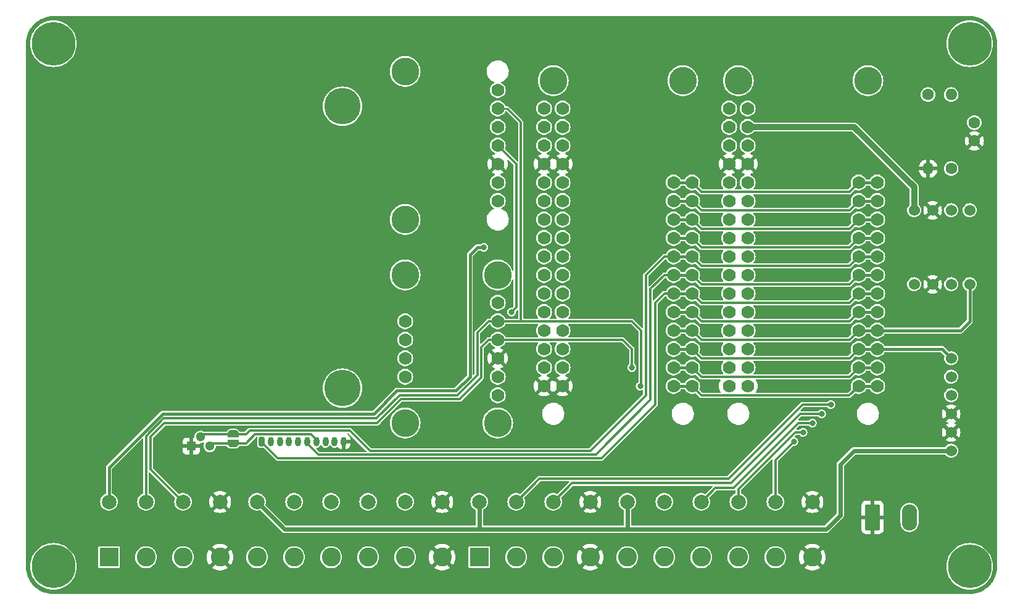
<source format=gbl>
G04 #@! TF.GenerationSoftware,KiCad,Pcbnew,7.0.5-0*
G04 #@! TF.CreationDate,2023-06-10T23:19:26+02:00*
G04 #@! TF.ProjectId,Cryologger AWS,4372796f-6c6f-4676-9765-72204157532e,rev?*
G04 #@! TF.SameCoordinates,Original*
G04 #@! TF.FileFunction,Copper,L2,Bot*
G04 #@! TF.FilePolarity,Positive*
%FSLAX46Y46*%
G04 Gerber Fmt 4.6, Leading zero omitted, Abs format (unit mm)*
G04 Created by KiCad (PCBNEW 7.0.5-0) date 2023-06-10 23:19:26*
%MOMM*%
%LPD*%
G01*
G04 APERTURE LIST*
G04 Aperture macros list*
%AMRoundRect*
0 Rectangle with rounded corners*
0 $1 Rounding radius*
0 $2 $3 $4 $5 $6 $7 $8 $9 X,Y pos of 4 corners*
0 Add a 4 corners polygon primitive as box body*
4,1,4,$2,$3,$4,$5,$6,$7,$8,$9,$2,$3,0*
0 Add four circle primitives for the rounded corners*
1,1,$1+$1,$2,$3*
1,1,$1+$1,$4,$5*
1,1,$1+$1,$6,$7*
1,1,$1+$1,$8,$9*
0 Add four rect primitives between the rounded corners*
20,1,$1+$1,$2,$3,$4,$5,0*
20,1,$1+$1,$4,$5,$6,$7,0*
20,1,$1+$1,$6,$7,$8,$9,0*
20,1,$1+$1,$8,$9,$2,$3,0*%
%AMFreePoly0*
4,1,19,0.000000,0.744911,0.071157,0.744911,0.207708,0.704816,0.327430,0.627875,0.420627,0.520320,0.479746,0.390866,0.500000,0.250000,0.500000,-0.250000,0.479746,-0.390866,0.420627,-0.520320,0.327430,-0.627875,0.207708,-0.704816,0.071157,-0.744911,0.000000,-0.744911,0.000000,-0.750000,-0.500000,-0.750000,-0.500000,0.750000,0.000000,0.750000,0.000000,0.744911,0.000000,0.744911,
$1*%
%AMFreePoly1*
4,1,19,0.500000,-0.750000,0.000000,-0.750000,0.000000,-0.744911,-0.071157,-0.744911,-0.207708,-0.704816,-0.327430,-0.627875,-0.420627,-0.520320,-0.479746,-0.390866,-0.500000,-0.250000,-0.500000,0.250000,-0.479746,0.390866,-0.420627,0.520320,-0.327430,0.627875,-0.207708,0.704816,-0.071157,0.744911,0.000000,0.744911,0.000000,0.750000,0.500000,0.750000,0.500000,-0.750000,0.500000,-0.750000,
$1*%
G04 Aperture macros list end*
G04 #@! TA.AperFunction,SMDPad,CuDef*
%ADD10FreePoly0,90.000000*%
G04 #@! TD*
G04 #@! TA.AperFunction,SMDPad,CuDef*
%ADD11FreePoly1,90.000000*%
G04 #@! TD*
G04 #@! TA.AperFunction,ComponentPad*
%ADD12C,6.000000*%
G04 #@! TD*
G04 #@! TA.AperFunction,ComponentPad*
%ADD13C,4.999990*%
G04 #@! TD*
G04 #@! TA.AperFunction,ComponentPad*
%ADD14RoundRect,0.249999X-0.790001X-1.550001X0.790001X-1.550001X0.790001X1.550001X-0.790001X1.550001X0*%
G04 #@! TD*
G04 #@! TA.AperFunction,ComponentPad*
%ADD15O,2.080000X3.600000*%
G04 #@! TD*
G04 #@! TA.AperFunction,ComponentPad*
%ADD16C,1.600000*%
G04 #@! TD*
G04 #@! TA.AperFunction,ComponentPad*
%ADD17O,1.600000X1.600000*%
G04 #@! TD*
G04 #@! TA.AperFunction,ComponentPad*
%ADD18C,1.524000*%
G04 #@! TD*
G04 #@! TA.AperFunction,ComponentPad*
%ADD19R,2.600000X2.600000*%
G04 #@! TD*
G04 #@! TA.AperFunction,ComponentPad*
%ADD20C,2.600000*%
G04 #@! TD*
G04 #@! TA.AperFunction,ComponentPad*
%ADD21C,3.810000*%
G04 #@! TD*
G04 #@! TA.AperFunction,ComponentPad*
%ADD22C,1.778000*%
G04 #@! TD*
G04 #@! TA.AperFunction,ComponentPad*
%ADD23R,1.300000X1.300000*%
G04 #@! TD*
G04 #@! TA.AperFunction,ComponentPad*
%ADD24C,1.300000*%
G04 #@! TD*
G04 #@! TA.AperFunction,ComponentPad*
%ADD25C,2.000000*%
G04 #@! TD*
G04 #@! TA.AperFunction,WasherPad*
%ADD26C,3.810000*%
G04 #@! TD*
G04 #@! TA.AperFunction,ComponentPad*
%ADD27RoundRect,0.200000X-0.200000X-0.450000X0.200000X-0.450000X0.200000X0.450000X-0.200000X0.450000X0*%
G04 #@! TD*
G04 #@! TA.AperFunction,ComponentPad*
%ADD28O,0.800000X1.300000*%
G04 #@! TD*
G04 #@! TA.AperFunction,ViaPad*
%ADD29C,0.800000*%
G04 #@! TD*
G04 #@! TA.AperFunction,Conductor*
%ADD30C,0.304800*%
G04 #@! TD*
G04 #@! TA.AperFunction,Conductor*
%ADD31C,0.406400*%
G04 #@! TD*
G04 #@! TA.AperFunction,Conductor*
%ADD32C,0.250000*%
G04 #@! TD*
G04 #@! TA.AperFunction,Conductor*
%ADD33C,0.812800*%
G04 #@! TD*
G04 #@! TA.AperFunction,Conductor*
%ADD34C,0.609600*%
G04 #@! TD*
G04 APERTURE END LIST*
D10*
X116078000Y-114524000D03*
D11*
X116078000Y-115824000D03*
D12*
X91440000Y-60960000D03*
X217170000Y-132715000D03*
X217170000Y-60960000D03*
X91440000Y-132715000D03*
D13*
X131110000Y-69550000D03*
X131110000Y-108250000D03*
D14*
X203835000Y-125984000D03*
D15*
X208915000Y-125984000D03*
D16*
X217805000Y-71795000D03*
X217805000Y-74295000D03*
X214630000Y-78105000D03*
D17*
X214630000Y-67945000D03*
D18*
X209550000Y-93980000D03*
X212090000Y-93980000D03*
X214630000Y-93980000D03*
X217170000Y-93980000D03*
D19*
X149860000Y-131445000D03*
D20*
X154940000Y-131445000D03*
X160020000Y-131445000D03*
X165100000Y-131445000D03*
X170180000Y-131445000D03*
X175260000Y-131445000D03*
X180340000Y-131445000D03*
X185420000Y-131445000D03*
X190500000Y-131445000D03*
X195580000Y-131445000D03*
D21*
X185420000Y-66040000D03*
X203200000Y-66040000D03*
D22*
X184150000Y-69850000D03*
X186690000Y-69850000D03*
X184150000Y-72390000D03*
X186690000Y-72390000D03*
X184150000Y-74930000D03*
X186690000Y-74930000D03*
X184150000Y-77470000D03*
X186690000Y-77470000D03*
X184150000Y-80010000D03*
X186690000Y-80010000D03*
X184150000Y-82550000D03*
X186690000Y-82550000D03*
X184150000Y-85090000D03*
X186690000Y-85090000D03*
X184150000Y-87630000D03*
X186690000Y-87630000D03*
X184150000Y-90170000D03*
X186690000Y-90170000D03*
X184150000Y-92710000D03*
X186690000Y-92710000D03*
X184150000Y-95250000D03*
X186690000Y-95250000D03*
X184150000Y-97790000D03*
X186690000Y-97790000D03*
X184150000Y-100330000D03*
X186690000Y-100330000D03*
X184150000Y-102870000D03*
X186690000Y-102870000D03*
X184150000Y-105410000D03*
X186690000Y-105410000D03*
X184150000Y-107950000D03*
X186690000Y-107950000D03*
X201930000Y-107950000D03*
X204470000Y-107950000D03*
X201930000Y-105410000D03*
X204470000Y-105410000D03*
X201930000Y-102870000D03*
X204470000Y-102870000D03*
X201930000Y-100330000D03*
X204470000Y-100330000D03*
X201930000Y-97790000D03*
X204470000Y-97790000D03*
X201930000Y-95250000D03*
X204470000Y-95250000D03*
X201930000Y-92710000D03*
X204470000Y-92710000D03*
X201930000Y-90170000D03*
X204470000Y-90170000D03*
X201930000Y-87630000D03*
X204470000Y-87630000D03*
X201930000Y-85090000D03*
X204470000Y-85090000D03*
X201930000Y-82550000D03*
X204470000Y-82550000D03*
X201930000Y-80010000D03*
X204470000Y-80010000D03*
D23*
X110363000Y-116205000D03*
D24*
X111633000Y-114935000D03*
X112903000Y-116205000D03*
D16*
X211455000Y-67945000D03*
D17*
X211455000Y-78105000D03*
D25*
X99060000Y-123849000D03*
X104140000Y-123849000D03*
X109220000Y-123849000D03*
X114300000Y-123849000D03*
X119380000Y-123849000D03*
X124460000Y-123849000D03*
X129540000Y-123849000D03*
X134620000Y-123849000D03*
X139700000Y-123849000D03*
X144780000Y-123849000D03*
X149860000Y-123849000D03*
X154940000Y-123849000D03*
X160020000Y-123849000D03*
X165100000Y-123849000D03*
X170180000Y-123849000D03*
X175260000Y-123849000D03*
X180340000Y-123849000D03*
X185420000Y-123849000D03*
X190500000Y-123849000D03*
X195580000Y-123849000D03*
D26*
X139700000Y-64770000D03*
X139700000Y-85090000D03*
D22*
X152400000Y-82550000D03*
X152400000Y-80010000D03*
X152400000Y-77470000D03*
X152400000Y-74930000D03*
X152400000Y-72390000D03*
X152400000Y-69850000D03*
X152400000Y-67310000D03*
D18*
X214630000Y-116840000D03*
X214630000Y-114300000D03*
X214630000Y-111760000D03*
X214630000Y-109220000D03*
X214630000Y-106680000D03*
X214630000Y-104140000D03*
D27*
X120022600Y-115570000D03*
D28*
X121272600Y-115570000D03*
X122522600Y-115570000D03*
X123772600Y-115570000D03*
X125022600Y-115570000D03*
X126272600Y-115570000D03*
X127522600Y-115570000D03*
X128772600Y-115570000D03*
X130022600Y-115570000D03*
X131272600Y-115570000D03*
D26*
X139700000Y-92710000D03*
D22*
X139700000Y-99060000D03*
X139700000Y-101600000D03*
X139700000Y-104140000D03*
X139700000Y-106680000D03*
D26*
X139700000Y-113030000D03*
X152400000Y-92710000D03*
X152400000Y-113030000D03*
D22*
X152400000Y-109220000D03*
X152400000Y-106680000D03*
X152400000Y-104140000D03*
X152400000Y-101600000D03*
X152400000Y-99060000D03*
X152400000Y-96520000D03*
D18*
X209550000Y-83820000D03*
X212090000Y-83820000D03*
X214630000Y-83820000D03*
X217170000Y-83820000D03*
D21*
X160020000Y-66040000D03*
X177800000Y-66040000D03*
D22*
X158750000Y-69850000D03*
X161290000Y-69850000D03*
X158750000Y-72390000D03*
X161290000Y-72390000D03*
X158750000Y-74930000D03*
X161290000Y-74930000D03*
X158750000Y-77470000D03*
X161290000Y-77470000D03*
X158750000Y-80010000D03*
X161290000Y-80010000D03*
X158750000Y-82550000D03*
X161290000Y-82550000D03*
X158750000Y-85090000D03*
X161290000Y-85090000D03*
X158750000Y-87630000D03*
X161290000Y-87630000D03*
X158750000Y-90170000D03*
X161290000Y-90170000D03*
X158750000Y-92710000D03*
X161290000Y-92710000D03*
X158750000Y-95250000D03*
X161290000Y-95250000D03*
X158750000Y-97790000D03*
X161290000Y-97790000D03*
X158750000Y-100330000D03*
X161290000Y-100330000D03*
X158750000Y-102870000D03*
X161290000Y-102870000D03*
X158750000Y-105410000D03*
X161290000Y-105410000D03*
X158750000Y-107950000D03*
X161290000Y-107950000D03*
X176530000Y-107950000D03*
X179070000Y-107950000D03*
X176530000Y-105410000D03*
X179070000Y-105410000D03*
X176530000Y-102870000D03*
X179070000Y-102870000D03*
X176530000Y-100330000D03*
X179070000Y-100330000D03*
X176530000Y-97790000D03*
X179070000Y-97790000D03*
X176530000Y-95250000D03*
X179070000Y-95250000D03*
X176530000Y-92710000D03*
X179070000Y-92710000D03*
X176530000Y-90170000D03*
X179070000Y-90170000D03*
X176530000Y-87630000D03*
X179070000Y-87630000D03*
X176530000Y-85090000D03*
X179070000Y-85090000D03*
X176530000Y-82550000D03*
X179070000Y-82550000D03*
X176530000Y-80010000D03*
X179070000Y-80010000D03*
D19*
X99060000Y-131445000D03*
D20*
X104140000Y-131445000D03*
X109220000Y-131445000D03*
X114300000Y-131445000D03*
X119380000Y-131445000D03*
X124460000Y-131445000D03*
X129540000Y-131445000D03*
X134620000Y-131445000D03*
X139700000Y-131445000D03*
X144780000Y-131445000D03*
D29*
X154305000Y-97790000D03*
X170815000Y-105410000D03*
X171958000Y-107950000D03*
X198120000Y-110490000D03*
X196850000Y-111760000D03*
X195580000Y-113030000D03*
X111760000Y-68580000D03*
X181610000Y-87630000D03*
X144145000Y-135255000D03*
X131445000Y-88900000D03*
X146050000Y-81915000D03*
X181610000Y-60325000D03*
X168910000Y-77470000D03*
X111760000Y-110490000D03*
X207010000Y-88900000D03*
X99695000Y-115570000D03*
X168910000Y-100330000D03*
X165100000Y-135255000D03*
X142240000Y-124460000D03*
X200025000Y-111125000D03*
X123825000Y-135255000D03*
X91440000Y-68580000D03*
X208280000Y-73025000D03*
X168910000Y-107950000D03*
X176167624Y-115725724D03*
X205740000Y-132080000D03*
X189865000Y-111125000D03*
X156210000Y-60325000D03*
X218440000Y-78105000D03*
X168910000Y-92710000D03*
X135255000Y-114935000D03*
X219075000Y-88900000D03*
X181610000Y-92710000D03*
X190500000Y-135255000D03*
X194310000Y-85090000D03*
X133985000Y-135255000D03*
X181610000Y-80010000D03*
X214630000Y-73660000D03*
X156210000Y-100330000D03*
X90170000Y-123825000D03*
X219710000Y-107950000D03*
X205740000Y-60325000D03*
X101600000Y-133985000D03*
X207645000Y-107950000D03*
X91440000Y-88900000D03*
X180340000Y-135255000D03*
X111125000Y-123825000D03*
X168910000Y-85090000D03*
X182880000Y-124460000D03*
X111760000Y-88900000D03*
X181610000Y-95250000D03*
X194310000Y-66675000D03*
X146050000Y-112395000D03*
X146050000Y-95250000D03*
X194310000Y-77470000D03*
X154940000Y-135255000D03*
X91440000Y-109220000D03*
X146050000Y-67310000D03*
X154940000Y-121920000D03*
X168910000Y-66675000D03*
X150495000Y-88900000D03*
X194310000Y-114300000D03*
X193040000Y-115570000D03*
D30*
X175260000Y-90170000D02*
X176530000Y-90170000D01*
X116108000Y-114554000D02*
X117872800Y-114554000D01*
X117872800Y-114554000D02*
X118364000Y-114062800D01*
X118364000Y-114062800D02*
X132096800Y-114062800D01*
X165100000Y-116840000D02*
X172720000Y-109220000D01*
X132096800Y-114062800D02*
X134874000Y-116840000D01*
X134874000Y-116840000D02*
X165100000Y-116840000D01*
X172720000Y-109220000D02*
X172720000Y-92710000D01*
X172720000Y-92710000D02*
X175260000Y-90170000D01*
X116078000Y-115824000D02*
X113284000Y-115824000D01*
X113284000Y-115824000D02*
X112903000Y-116205000D01*
X116048000Y-114554000D02*
X112014000Y-114554000D01*
X112014000Y-114554000D02*
X111633000Y-114935000D01*
X117856000Y-115824000D02*
X116078000Y-115824000D01*
X127522600Y-115315200D02*
X126775000Y-114567600D01*
X126775000Y-114567600D02*
X119112400Y-114567600D01*
X119112400Y-114567600D02*
X117856000Y-115824000D01*
X135818130Y-113030000D02*
X139120130Y-109728000D01*
X170815000Y-102870000D02*
X169545000Y-101600000D01*
D31*
X204470000Y-105410000D02*
X201930000Y-105410000D01*
D30*
X180340000Y-106680000D02*
X179070000Y-105410000D01*
X139120130Y-109728000D02*
X147193000Y-109728000D01*
X169545000Y-101600000D02*
X152400000Y-101600000D01*
X106655634Y-113030000D02*
X135818130Y-113030000D01*
X109220000Y-123849000D02*
X104762817Y-119391817D01*
X170815000Y-105410000D02*
X170815000Y-102870000D01*
X147193000Y-109728000D02*
X150114000Y-106807000D01*
X150114000Y-106807000D02*
X150114000Y-102616000D01*
D31*
X179070000Y-105410000D02*
X176530000Y-105410000D01*
D30*
X104762817Y-114922817D02*
X106655634Y-113030000D01*
X154940000Y-77470000D02*
X154940000Y-97155000D01*
X200660000Y-106680000D02*
X180340000Y-106680000D01*
X154940000Y-97155000D02*
X154305000Y-97790000D01*
X104762817Y-119391817D02*
X104762817Y-114922817D01*
X152400000Y-74930000D02*
X154940000Y-77470000D01*
X151130000Y-101600000D02*
X152400000Y-101600000D01*
X150114000Y-102616000D02*
X151130000Y-101600000D01*
X201930000Y-105410000D02*
X200660000Y-106680000D01*
X149606000Y-106449058D02*
X149606000Y-100584000D01*
X172085000Y-100330000D02*
X172085000Y-107823000D01*
X104140000Y-123849000D02*
X104140000Y-114831738D01*
X180361711Y-109241711D02*
X179070000Y-107950000D01*
X149606000Y-100584000D02*
X151130000Y-99060000D01*
X200638289Y-109241711D02*
X180361711Y-109241711D01*
D31*
X179070000Y-107950000D02*
X176530000Y-107950000D01*
D32*
X152400000Y-69850000D02*
X153670000Y-69850000D01*
D30*
X201930000Y-107950000D02*
X200638289Y-109241711D01*
X152400000Y-99060000D02*
X170815000Y-99060000D01*
X170815000Y-99060000D02*
X172085000Y-100330000D01*
X155575000Y-71755000D02*
X155575000Y-99060000D01*
X135739914Y-112395000D02*
X138934916Y-109199998D01*
X138934916Y-109199998D02*
X146855060Y-109199998D01*
D31*
X204470000Y-107950000D02*
X201930000Y-107950000D01*
D32*
X153670000Y-69850000D02*
X155575000Y-71755000D01*
D30*
X172085000Y-107823000D02*
X171958000Y-107950000D01*
X151130000Y-99060000D02*
X152400000Y-99060000D01*
X104140000Y-114831738D02*
X106576738Y-112395000D01*
X146855060Y-109199998D02*
X149606000Y-106449058D01*
X106576738Y-112395000D02*
X135739914Y-112395000D01*
D31*
X204470000Y-82550000D02*
X201930000Y-82550000D01*
D30*
X180340000Y-83820000D02*
X179070000Y-82550000D01*
X200660000Y-83820000D02*
X180340000Y-83820000D01*
X201930000Y-82550000D02*
X200660000Y-83820000D01*
D31*
X179070000Y-82550000D02*
X176530000Y-82550000D01*
D30*
X154940000Y-123849000D02*
X158139000Y-120650000D01*
X158139000Y-120650000D02*
X184071784Y-120650000D01*
X194231784Y-110490000D02*
X184071784Y-120650000D01*
X198120000Y-110490000D02*
X194231784Y-110490000D01*
D31*
X204470000Y-85090000D02*
X201930000Y-85090000D01*
D30*
X180340000Y-86360000D02*
X179070000Y-85090000D01*
X200660000Y-86360000D02*
X180340000Y-86360000D01*
X201930000Y-85090000D02*
X200660000Y-86360000D01*
D31*
X179070000Y-85090000D02*
X176530000Y-85090000D01*
D30*
X162584000Y-121285000D02*
X184404000Y-121285000D01*
X193929000Y-111760000D02*
X184404000Y-121285000D01*
X196850000Y-111760000D02*
X193929000Y-111760000D01*
X160020000Y-123849000D02*
X162584000Y-121285000D01*
X193675000Y-113030000D02*
X184785000Y-121920000D01*
X180340000Y-123849000D02*
X182269000Y-121920000D01*
X182269000Y-121920000D02*
X184785000Y-121920000D01*
X195580000Y-113030000D02*
X193675000Y-113030000D01*
X200660000Y-101600000D02*
X180340000Y-101600000D01*
D31*
X179070000Y-100330000D02*
X176530000Y-100330000D01*
X204470000Y-100330000D02*
X215900000Y-100330000D01*
X217170000Y-99060000D02*
X217170000Y-93980000D01*
X215900000Y-100330000D02*
X217170000Y-99060000D01*
D30*
X201930000Y-100330000D02*
X200660000Y-101600000D01*
X180340000Y-101600000D02*
X179070000Y-100330000D01*
D31*
X204470000Y-100330000D02*
X201930000Y-100330000D01*
X204470000Y-87630000D02*
X201930000Y-87630000D01*
D30*
X180340000Y-88900000D02*
X179070000Y-87630000D01*
X200660000Y-88900000D02*
X180340000Y-88900000D01*
X201930000Y-87630000D02*
X200660000Y-88900000D01*
D31*
X179070000Y-87630000D02*
X176530000Y-87630000D01*
X213360000Y-102870000D02*
X204470000Y-102870000D01*
D30*
X201930000Y-102870000D02*
X200660000Y-104140000D01*
D31*
X204470000Y-102870000D02*
X201930000Y-102870000D01*
D30*
X180340000Y-104140000D02*
X179070000Y-102870000D01*
D31*
X179070000Y-102870000D02*
X176530000Y-102870000D01*
X213360000Y-102870000D02*
X214630000Y-104140000D01*
D30*
X200660000Y-104140000D02*
X180340000Y-104140000D01*
D31*
X179070000Y-90170000D02*
X176530000Y-90170000D01*
D30*
X201930000Y-90170000D02*
X200660000Y-91440000D01*
D31*
X204470000Y-90170000D02*
X201930000Y-90170000D01*
D30*
X180340000Y-91440000D02*
X179070000Y-90170000D01*
X200660000Y-91440000D02*
X180340000Y-91440000D01*
D31*
X204470000Y-92710000D02*
X201930000Y-92710000D01*
D30*
X173355000Y-109855000D02*
X173355000Y-94615000D01*
X126265000Y-115820000D02*
X127789320Y-117344320D01*
X200660000Y-93980000D02*
X201930000Y-92710000D01*
X127789320Y-117344320D02*
X165865680Y-117344320D01*
X180340000Y-93980000D02*
X200660000Y-93980000D01*
X179070000Y-92710000D02*
X180340000Y-93980000D01*
D31*
X179070000Y-92710000D02*
X176530000Y-92710000D01*
D30*
X175260000Y-92710000D02*
X176530000Y-92710000D01*
X173355000Y-94615000D02*
X175260000Y-92710000D01*
X165865680Y-117344320D02*
X173355000Y-109855000D01*
X200660000Y-96520000D02*
X180340000Y-96520000D01*
X120015000Y-115633375D02*
X122230265Y-117848640D01*
X180340000Y-96520000D02*
X179070000Y-95250000D01*
D31*
X204470000Y-95250000D02*
X201930000Y-95250000D01*
D30*
X166631360Y-117848640D02*
X173990000Y-110490000D01*
X173990000Y-96520000D02*
X175260000Y-95250000D01*
D31*
X179070000Y-95250000D02*
X176530000Y-95250000D01*
D30*
X201930000Y-95250000D02*
X200660000Y-96520000D01*
X175260000Y-95250000D02*
X176530000Y-95250000D01*
X122230265Y-117848640D02*
X166631360Y-117848640D01*
X173990000Y-110490000D02*
X173990000Y-96520000D01*
D31*
X179070000Y-97790000D02*
X176530000Y-97790000D01*
D30*
X200660000Y-99060000D02*
X180340000Y-99060000D01*
X201930000Y-97790000D02*
X200660000Y-99060000D01*
X180340000Y-99060000D02*
X179070000Y-97790000D01*
D31*
X204470000Y-97790000D02*
X201930000Y-97790000D01*
X148590000Y-106680000D02*
X148590000Y-89916000D01*
X135382000Y-111760000D02*
X138557000Y-108585000D01*
X148590000Y-89916000D02*
X149606000Y-88900000D01*
X106426000Y-111760000D02*
X135382000Y-111760000D01*
X149606000Y-88900000D02*
X150495000Y-88900000D01*
D33*
X209550000Y-80645000D02*
X201295000Y-72390000D01*
X209550000Y-83820000D02*
X209550000Y-80645000D01*
D31*
X138557000Y-108585000D02*
X146685000Y-108585000D01*
X99060000Y-123849000D02*
X99060000Y-119126000D01*
X146685000Y-108585000D02*
X148590000Y-106680000D01*
X99060000Y-119126000D02*
X106426000Y-111760000D01*
D33*
X186690000Y-72390000D02*
X201295000Y-72390000D01*
D30*
X185420000Y-124484000D02*
X185420000Y-122126636D01*
X193246636Y-114300000D02*
X194310000Y-114300000D01*
X185420000Y-122126636D02*
X193246636Y-114300000D01*
X190500000Y-118110000D02*
X190500000Y-124484000D01*
X193040000Y-115570000D02*
X190500000Y-118110000D01*
D34*
X149860000Y-127611000D02*
X123166000Y-127611000D01*
X197485000Y-127611000D02*
X170180000Y-127611000D01*
X123166000Y-127611000D02*
X119380000Y-123825000D01*
X199390000Y-118745000D02*
X199390000Y-125706000D01*
X170180000Y-127611000D02*
X149860000Y-127611000D01*
X201295000Y-116840000D02*
X214630000Y-116840000D01*
X149860000Y-123825000D02*
X149860000Y-127611000D01*
X197485000Y-127611000D02*
X199390000Y-125706000D01*
X201295000Y-116840000D02*
X199390000Y-118745000D01*
X170180000Y-123825000D02*
X170180000Y-127611000D01*
D30*
X201930000Y-80010000D02*
X200660000Y-81280000D01*
X180340000Y-81280000D02*
X179070000Y-80010000D01*
X200660000Y-81280000D02*
X180340000Y-81280000D01*
D31*
X204470000Y-80010000D02*
X201930000Y-80010000D01*
X179070000Y-80010000D02*
X176530000Y-80010000D01*
G04 #@! TA.AperFunction,Conductor*
G36*
X131967807Y-114434607D02*
G01*
X131979620Y-114444696D01*
X134357340Y-116822416D01*
X134385117Y-116876933D01*
X134375546Y-116937365D01*
X134332281Y-116980630D01*
X134287336Y-116991420D01*
X127976504Y-116991420D01*
X127918313Y-116972513D01*
X127906500Y-116962424D01*
X127529492Y-116585416D01*
X127501715Y-116530899D01*
X127511286Y-116470467D01*
X127554551Y-116427202D01*
X127586571Y-116417259D01*
X127679362Y-116405044D01*
X127825441Y-116344536D01*
X127950882Y-116248282D01*
X128047136Y-116122841D01*
X128053971Y-116106341D01*
X128056136Y-116101114D01*
X128095872Y-116054588D01*
X128155367Y-116040304D01*
X128211895Y-116063718D01*
X128239064Y-116101114D01*
X128248062Y-116122838D01*
X128248062Y-116122839D01*
X128344313Y-116248276D01*
X128344318Y-116248282D01*
X128469759Y-116344536D01*
X128469760Y-116344536D01*
X128469761Y-116344537D01*
X128584214Y-116391945D01*
X128615838Y-116405044D01*
X128708621Y-116417259D01*
X128772599Y-116425682D01*
X128772600Y-116425682D01*
X128772601Y-116425682D01*
X128811969Y-116420499D01*
X128929362Y-116405044D01*
X129075441Y-116344536D01*
X129200882Y-116248282D01*
X129297136Y-116122841D01*
X129303971Y-116106341D01*
X129306136Y-116101114D01*
X129345872Y-116054588D01*
X129405367Y-116040304D01*
X129461895Y-116063718D01*
X129489064Y-116101114D01*
X129498062Y-116122838D01*
X129498062Y-116122839D01*
X129594313Y-116248276D01*
X129594318Y-116248282D01*
X129719759Y-116344536D01*
X129719760Y-116344536D01*
X129719761Y-116344537D01*
X129834214Y-116391945D01*
X129865838Y-116405044D01*
X129958621Y-116417259D01*
X130022599Y-116425682D01*
X130022600Y-116425682D01*
X130022601Y-116425682D01*
X130061969Y-116420499D01*
X130179362Y-116405044D01*
X130325441Y-116344536D01*
X130375541Y-116306092D01*
X130433216Y-116285668D01*
X130491882Y-116303045D01*
X130521544Y-116335133D01*
X130533965Y-116356647D01*
X130661684Y-116498495D01*
X130816097Y-116610681D01*
X130816106Y-116610686D01*
X130990462Y-116688315D01*
X131018599Y-116694295D01*
X131018600Y-116694295D01*
X131526600Y-116694295D01*
X131554737Y-116688315D01*
X131729093Y-116610686D01*
X131729102Y-116610681D01*
X131883515Y-116498495D01*
X132011235Y-116356645D01*
X132106664Y-116191360D01*
X132106670Y-116191346D01*
X132165649Y-116009829D01*
X132180599Y-115867593D01*
X132180600Y-115867589D01*
X132180600Y-115824000D01*
X131526601Y-115824000D01*
X131526600Y-115824001D01*
X131526600Y-116694295D01*
X131018600Y-116694295D01*
X131018600Y-115574514D01*
X131037105Y-115667545D01*
X131092360Y-115750240D01*
X131175055Y-115805495D01*
X131247976Y-115820000D01*
X131297224Y-115820000D01*
X131370145Y-115805495D01*
X131452840Y-115750240D01*
X131508095Y-115667545D01*
X131527498Y-115570000D01*
X131508095Y-115472455D01*
X131452840Y-115389760D01*
X131370145Y-115334505D01*
X131297224Y-115320000D01*
X131247976Y-115320000D01*
X131175055Y-115334505D01*
X131092360Y-115389760D01*
X131037105Y-115472455D01*
X131018600Y-115565485D01*
X131018600Y-115415000D01*
X131037507Y-115356809D01*
X131087007Y-115320845D01*
X131117600Y-115316000D01*
X132180599Y-115316000D01*
X132180600Y-115315999D01*
X132180600Y-115272410D01*
X132180599Y-115272406D01*
X132165649Y-115130170D01*
X132106670Y-114948653D01*
X132106664Y-114948639D01*
X132011235Y-114783354D01*
X131883515Y-114641504D01*
X131819221Y-114594793D01*
X131783257Y-114545293D01*
X131783256Y-114484108D01*
X131819220Y-114434608D01*
X131877410Y-114415700D01*
X131909616Y-114415700D01*
X131967807Y-114434607D01*
G37*
G04 #@! TD.AperFunction*
G04 #@! TA.AperFunction,Conductor*
G36*
X155562439Y-99413069D02*
G01*
X155564445Y-99413235D01*
X155604545Y-99416558D01*
X155607028Y-99415929D01*
X155631330Y-99412900D01*
X157883262Y-99412900D01*
X157941453Y-99431807D01*
X157977417Y-99481307D01*
X157977417Y-99542493D01*
X157949959Y-99585061D01*
X157941400Y-99592862D01*
X157819721Y-99753993D01*
X157819716Y-99754002D01*
X157729720Y-99934738D01*
X157729719Y-99934741D01*
X157674462Y-100128947D01*
X157655832Y-100330000D01*
X157674462Y-100531053D01*
X157729292Y-100723759D01*
X157729720Y-100725261D01*
X157819716Y-100905997D01*
X157819721Y-100906006D01*
X157941400Y-101067137D01*
X157949959Y-101074939D01*
X157980224Y-101128115D01*
X157973453Y-101188925D01*
X157932232Y-101234141D01*
X157883262Y-101247100D01*
X153502671Y-101247100D01*
X153444480Y-101228193D01*
X153414050Y-101192228D01*
X153330280Y-101023995D01*
X153208600Y-100862864D01*
X153059384Y-100726835D01*
X152887713Y-100620541D01*
X152699433Y-100547601D01*
X152699432Y-100547600D01*
X152699430Y-100547600D01*
X152500957Y-100510500D01*
X152299043Y-100510500D01*
X152100569Y-100547600D01*
X152042113Y-100570246D01*
X151912287Y-100620541D01*
X151740616Y-100726835D01*
X151740613Y-100726837D01*
X151591400Y-100862863D01*
X151469721Y-101023993D01*
X151469716Y-101024002D01*
X151444353Y-101074939D01*
X151387595Y-101188925D01*
X151385950Y-101192228D01*
X151343087Y-101235891D01*
X151297329Y-101247100D01*
X151176866Y-101247100D01*
X151156551Y-101244993D01*
X151144785Y-101242526D01*
X151111136Y-101246720D01*
X151105013Y-101247100D01*
X151100757Y-101247100D01*
X151080118Y-101250543D01*
X151078097Y-101250837D01*
X151027913Y-101257093D01*
X151020838Y-101259199D01*
X151013829Y-101261605D01*
X150969351Y-101285674D01*
X150967535Y-101286609D01*
X150922105Y-101308820D01*
X150922103Y-101308821D01*
X150922101Y-101308822D01*
X150916053Y-101313140D01*
X150910249Y-101317658D01*
X150876008Y-101354853D01*
X150874592Y-101356329D01*
X150127904Y-102103019D01*
X150073387Y-102130796D01*
X150012955Y-102121225D01*
X149969690Y-102077960D01*
X149958900Y-102033015D01*
X149958900Y-100771183D01*
X149977807Y-100712992D01*
X149987896Y-100701179D01*
X150579049Y-100110026D01*
X151233928Y-99455147D01*
X151288441Y-99427373D01*
X151348873Y-99436944D01*
X151392138Y-99480209D01*
X151392549Y-99481026D01*
X151469720Y-99636005D01*
X151591400Y-99797136D01*
X151740616Y-99933165D01*
X151912287Y-100039459D01*
X152100567Y-100112399D01*
X152299043Y-100149500D01*
X152500957Y-100149500D01*
X152699433Y-100112399D01*
X152887713Y-100039459D01*
X153059384Y-99933165D01*
X153208600Y-99797136D01*
X153330280Y-99636005D01*
X153414050Y-99467771D01*
X153456913Y-99424109D01*
X153502671Y-99412900D01*
X155558350Y-99412900D01*
X155562439Y-99413069D01*
G37*
G04 #@! TD.AperFunction*
G04 #@! TA.AperFunction,Conductor*
G36*
X175478873Y-93086944D02*
G01*
X175522138Y-93130209D01*
X175522549Y-93131026D01*
X175549519Y-93185189D01*
X175599720Y-93286005D01*
X175721400Y-93447136D01*
X175870616Y-93583165D01*
X176042287Y-93689459D01*
X176230567Y-93762399D01*
X176429043Y-93799500D01*
X176630957Y-93799500D01*
X176829433Y-93762399D01*
X177017713Y-93689459D01*
X177189384Y-93583165D01*
X177338600Y-93447136D01*
X177460280Y-93286005D01*
X177518754Y-93168572D01*
X177561618Y-93124909D01*
X177607376Y-93113700D01*
X177992624Y-93113700D01*
X178050815Y-93132607D01*
X178081245Y-93168572D01*
X178139720Y-93286005D01*
X178261400Y-93447136D01*
X178410616Y-93583165D01*
X178582287Y-93689459D01*
X178770567Y-93762399D01*
X178969043Y-93799500D01*
X179170957Y-93799500D01*
X179369433Y-93762399D01*
X179492278Y-93714807D01*
X179553367Y-93711418D01*
X179598043Y-93737119D01*
X180057324Y-94196400D01*
X180070199Y-94212256D01*
X180076773Y-94222318D01*
X180103523Y-94243139D01*
X180108121Y-94247199D01*
X180111135Y-94250212D01*
X180111138Y-94250214D01*
X180111140Y-94250216D01*
X180128186Y-94262386D01*
X180129781Y-94263575D01*
X180151533Y-94280506D01*
X180169714Y-94294657D01*
X180176221Y-94298178D01*
X180182859Y-94301422D01*
X180182864Y-94301426D01*
X180231332Y-94315855D01*
X180233260Y-94316472D01*
X180281111Y-94332900D01*
X180281113Y-94332900D01*
X180288401Y-94334116D01*
X180295739Y-94335030D01*
X180295745Y-94335032D01*
X180346295Y-94332941D01*
X180348307Y-94332900D01*
X183283262Y-94332900D01*
X183341453Y-94351807D01*
X183377417Y-94401307D01*
X183377417Y-94462493D01*
X183349959Y-94505061D01*
X183341400Y-94512862D01*
X183219721Y-94673993D01*
X183219716Y-94674002D01*
X183133922Y-94846300D01*
X183129719Y-94854741D01*
X183074462Y-95048947D01*
X183055832Y-95250000D01*
X183074462Y-95451053D01*
X183079170Y-95467601D01*
X183129720Y-95645261D01*
X183219716Y-95825997D01*
X183219721Y-95826006D01*
X183341400Y-95987137D01*
X183349959Y-95994939D01*
X183380224Y-96048115D01*
X183373453Y-96108925D01*
X183332232Y-96154141D01*
X183283262Y-96167100D01*
X180527184Y-96167100D01*
X180468993Y-96148193D01*
X180457180Y-96138104D01*
X180098782Y-95779706D01*
X180071005Y-95725189D01*
X180080164Y-95665574D01*
X180090281Y-95645259D01*
X180145538Y-95451053D01*
X180164168Y-95250000D01*
X180145538Y-95048947D01*
X180090281Y-94854741D01*
X180000280Y-94673995D01*
X179878600Y-94512864D01*
X179729384Y-94376835D01*
X179557713Y-94270541D01*
X179369433Y-94197601D01*
X179369432Y-94197600D01*
X179369430Y-94197600D01*
X179170957Y-94160500D01*
X178969043Y-94160500D01*
X178770569Y-94197600D01*
X178732738Y-94212256D01*
X178582287Y-94270541D01*
X178410616Y-94376835D01*
X178410613Y-94376837D01*
X178261400Y-94512863D01*
X178139721Y-94673993D01*
X178139716Y-94674002D01*
X178081245Y-94791428D01*
X178038382Y-94835091D01*
X177992624Y-94846300D01*
X177607376Y-94846300D01*
X177549185Y-94827393D01*
X177518755Y-94791428D01*
X177460283Y-94674002D01*
X177460280Y-94673995D01*
X177338600Y-94512864D01*
X177189384Y-94376835D01*
X177017713Y-94270541D01*
X176829433Y-94197601D01*
X176829432Y-94197600D01*
X176829430Y-94197600D01*
X176630957Y-94160500D01*
X176429043Y-94160500D01*
X176230569Y-94197600D01*
X176192738Y-94212256D01*
X176042287Y-94270541D01*
X175870616Y-94376835D01*
X175870613Y-94376837D01*
X175721400Y-94512863D01*
X175599721Y-94673993D01*
X175599716Y-94674002D01*
X175515950Y-94842228D01*
X175473087Y-94885891D01*
X175427329Y-94897100D01*
X175306866Y-94897100D01*
X175286551Y-94894993D01*
X175274785Y-94892526D01*
X175241136Y-94896720D01*
X175235013Y-94897100D01*
X175230757Y-94897100D01*
X175210118Y-94900543D01*
X175208097Y-94900837D01*
X175157913Y-94907093D01*
X175150838Y-94909199D01*
X175143829Y-94911605D01*
X175099351Y-94935674D01*
X175097535Y-94936609D01*
X175052105Y-94958820D01*
X175052103Y-94958821D01*
X175052101Y-94958822D01*
X175046053Y-94963140D01*
X175040249Y-94967658D01*
X175006008Y-95004853D01*
X175004592Y-95006329D01*
X173876904Y-96134019D01*
X173822387Y-96161796D01*
X173761955Y-96152225D01*
X173718690Y-96108960D01*
X173707900Y-96064015D01*
X173707900Y-94802183D01*
X173726807Y-94743992D01*
X173736896Y-94732179D01*
X174520973Y-93948102D01*
X175363928Y-93105147D01*
X175418441Y-93077373D01*
X175478873Y-93086944D01*
G37*
G04 #@! TD.AperFunction*
G04 #@! TA.AperFunction,Conductor*
G36*
X175478874Y-90546944D02*
G01*
X175522139Y-90590209D01*
X175522497Y-90590922D01*
X175599720Y-90746005D01*
X175721400Y-90907136D01*
X175870616Y-91043165D01*
X176042287Y-91149459D01*
X176230567Y-91222399D01*
X176429043Y-91259500D01*
X176630957Y-91259500D01*
X176829433Y-91222399D01*
X177017713Y-91149459D01*
X177189384Y-91043165D01*
X177338600Y-90907136D01*
X177460280Y-90746005D01*
X177518754Y-90628572D01*
X177561618Y-90584909D01*
X177607376Y-90573700D01*
X177992624Y-90573700D01*
X178050815Y-90592607D01*
X178081245Y-90628572D01*
X178139720Y-90746005D01*
X178261400Y-90907136D01*
X178410616Y-91043165D01*
X178582287Y-91149459D01*
X178770567Y-91222399D01*
X178969043Y-91259500D01*
X179170957Y-91259500D01*
X179369433Y-91222399D01*
X179492278Y-91174807D01*
X179553367Y-91171418D01*
X179598043Y-91197119D01*
X180057324Y-91656400D01*
X180070199Y-91672256D01*
X180076773Y-91682318D01*
X180103523Y-91703139D01*
X180108121Y-91707199D01*
X180111135Y-91710212D01*
X180111138Y-91710214D01*
X180111140Y-91710216D01*
X180128186Y-91722386D01*
X180129781Y-91723575D01*
X180151533Y-91740506D01*
X180169714Y-91754657D01*
X180176221Y-91758178D01*
X180182859Y-91761422D01*
X180182864Y-91761426D01*
X180231332Y-91775855D01*
X180233260Y-91776472D01*
X180281111Y-91792900D01*
X180281113Y-91792900D01*
X180288401Y-91794116D01*
X180295739Y-91795030D01*
X180295745Y-91795032D01*
X180346295Y-91792941D01*
X180348307Y-91792900D01*
X183283262Y-91792900D01*
X183341453Y-91811807D01*
X183377417Y-91861307D01*
X183377417Y-91922493D01*
X183349959Y-91965061D01*
X183341400Y-91972862D01*
X183219721Y-92133993D01*
X183219716Y-92134002D01*
X183133922Y-92306300D01*
X183129719Y-92314741D01*
X183097686Y-92427324D01*
X183074462Y-92508947D01*
X183056282Y-92705149D01*
X183055832Y-92710000D01*
X183074462Y-92911053D01*
X183108711Y-93031426D01*
X183129720Y-93105261D01*
X183219716Y-93285997D01*
X183219721Y-93286006D01*
X183341400Y-93447137D01*
X183349959Y-93454939D01*
X183380224Y-93508115D01*
X183373453Y-93568925D01*
X183332232Y-93614141D01*
X183283262Y-93627100D01*
X180527184Y-93627100D01*
X180468993Y-93608193D01*
X180457180Y-93598104D01*
X180098782Y-93239706D01*
X180071005Y-93185189D01*
X180080164Y-93125574D01*
X180090281Y-93105259D01*
X180145538Y-92911053D01*
X180164168Y-92710000D01*
X180145538Y-92508947D01*
X180090281Y-92314741D01*
X180000280Y-92133995D01*
X179878600Y-91972864D01*
X179729384Y-91836835D01*
X179557713Y-91730541D01*
X179369433Y-91657601D01*
X179369432Y-91657600D01*
X179369430Y-91657600D01*
X179170957Y-91620500D01*
X178969043Y-91620500D01*
X178770569Y-91657600D01*
X178732738Y-91672256D01*
X178582287Y-91730541D01*
X178460644Y-91805859D01*
X178410613Y-91836837D01*
X178261400Y-91972863D01*
X178139721Y-92133993D01*
X178139716Y-92134002D01*
X178081245Y-92251428D01*
X178038382Y-92295091D01*
X177992624Y-92306300D01*
X177607376Y-92306300D01*
X177549185Y-92287393D01*
X177518755Y-92251428D01*
X177460283Y-92134002D01*
X177460280Y-92133995D01*
X177338600Y-91972864D01*
X177189384Y-91836835D01*
X177017713Y-91730541D01*
X176829433Y-91657601D01*
X176829432Y-91657600D01*
X176829430Y-91657600D01*
X176630957Y-91620500D01*
X176429043Y-91620500D01*
X176230569Y-91657600D01*
X176192738Y-91672256D01*
X176042287Y-91730541D01*
X175920644Y-91805859D01*
X175870613Y-91836837D01*
X175721400Y-91972863D01*
X175599721Y-92133993D01*
X175599716Y-92134002D01*
X175515950Y-92302228D01*
X175473087Y-92345891D01*
X175427329Y-92357100D01*
X175306866Y-92357100D01*
X175286551Y-92354993D01*
X175274785Y-92352526D01*
X175241136Y-92356720D01*
X175235013Y-92357100D01*
X175230757Y-92357100D01*
X175210118Y-92360543D01*
X175208097Y-92360837D01*
X175157913Y-92367093D01*
X175150838Y-92369199D01*
X175143829Y-92371605D01*
X175099351Y-92395674D01*
X175097535Y-92396609D01*
X175052105Y-92418820D01*
X175052103Y-92418821D01*
X175052101Y-92418822D01*
X175046053Y-92423140D01*
X175040249Y-92427658D01*
X175006008Y-92464853D01*
X175004592Y-92466329D01*
X173241904Y-94229019D01*
X173187387Y-94256796D01*
X173126955Y-94247225D01*
X173083690Y-94203960D01*
X173072900Y-94159015D01*
X173072900Y-92897184D01*
X173091807Y-92838993D01*
X173101896Y-92827180D01*
X174225937Y-91703139D01*
X175363927Y-90565148D01*
X175418442Y-90537373D01*
X175478874Y-90546944D01*
G37*
G04 #@! TD.AperFunction*
G04 #@! TA.AperFunction,Conductor*
G36*
X186230507Y-77679844D02*
G01*
X186308239Y-77800798D01*
X186416900Y-77894952D01*
X186547685Y-77954680D01*
X186562412Y-77956797D01*
X185896520Y-78622690D01*
X185923290Y-78643526D01*
X185923294Y-78643529D01*
X186126904Y-78753718D01*
X186289314Y-78809474D01*
X186338213Y-78846252D01*
X186356155Y-78904747D01*
X186336289Y-78962617D01*
X186292932Y-78995424D01*
X186202287Y-79030541D01*
X186030616Y-79136835D01*
X186030613Y-79136837D01*
X185881400Y-79272863D01*
X185759721Y-79433993D01*
X185759716Y-79434002D01*
X185673922Y-79606300D01*
X185669719Y-79614741D01*
X185614462Y-79808947D01*
X185595832Y-80010000D01*
X185614462Y-80211053D01*
X185650847Y-80338933D01*
X185669720Y-80405261D01*
X185759716Y-80585997D01*
X185759721Y-80586006D01*
X185881400Y-80747137D01*
X185889959Y-80754939D01*
X185920224Y-80808115D01*
X185913453Y-80868925D01*
X185872232Y-80914141D01*
X185823262Y-80927100D01*
X185016738Y-80927100D01*
X184958547Y-80908193D01*
X184922583Y-80858693D01*
X184922583Y-80797507D01*
X184950041Y-80754939D01*
X184958599Y-80747137D01*
X185005691Y-80684777D01*
X185080280Y-80586005D01*
X185170281Y-80405259D01*
X185225538Y-80211053D01*
X185244168Y-80010000D01*
X185225538Y-79808947D01*
X185170281Y-79614741D01*
X185080280Y-79433995D01*
X184958600Y-79272864D01*
X184924840Y-79242088D01*
X184809386Y-79136837D01*
X184809384Y-79136835D01*
X184637713Y-79030541D01*
X184547066Y-78995424D01*
X184499636Y-78956773D01*
X184483982Y-78897624D01*
X184506085Y-78840571D01*
X184550685Y-78809474D01*
X184713095Y-78753718D01*
X184916704Y-78643530D01*
X184916708Y-78643527D01*
X184943478Y-78622690D01*
X184277585Y-77956797D01*
X184292315Y-77954680D01*
X184423100Y-77894952D01*
X184531761Y-77800798D01*
X184609493Y-77679844D01*
X184634361Y-77595149D01*
X185301254Y-78262042D01*
X185337119Y-78207148D01*
X185384775Y-78168774D01*
X185445885Y-78165740D01*
X185497108Y-78199205D01*
X185502878Y-78207148D01*
X185538743Y-78262043D01*
X186205638Y-77595147D01*
X186230507Y-77679844D01*
G37*
G04 #@! TD.AperFunction*
G04 #@! TA.AperFunction,Conductor*
G36*
X217171208Y-57175560D02*
G01*
X217319566Y-57182847D01*
X217538542Y-57193604D01*
X217543338Y-57194077D01*
X217905930Y-57247863D01*
X217910652Y-57248802D01*
X218266245Y-57337873D01*
X218270852Y-57339271D01*
X218587002Y-57452392D01*
X218615973Y-57462758D01*
X218620463Y-57464617D01*
X218951818Y-57621336D01*
X218956064Y-57623606D01*
X219270485Y-57812061D01*
X219274507Y-57814750D01*
X219568911Y-58033096D01*
X219572661Y-58036174D01*
X219612086Y-58071906D01*
X219844252Y-58282328D01*
X219847671Y-58285747D01*
X219934120Y-58381129D01*
X220093825Y-58557338D01*
X220096909Y-58561095D01*
X220315245Y-58855486D01*
X220317941Y-58859519D01*
X220506389Y-59173927D01*
X220508670Y-59178195D01*
X220665381Y-59509535D01*
X220667241Y-59514026D01*
X220790722Y-59859128D01*
X220792129Y-59863767D01*
X220881192Y-60219324D01*
X220882138Y-60224084D01*
X220935919Y-60586639D01*
X220936396Y-60591476D01*
X220954440Y-60958791D01*
X220954500Y-60961220D01*
X220954500Y-132713779D01*
X220954440Y-132716208D01*
X220936396Y-133083523D01*
X220935919Y-133088358D01*
X220907720Y-133278464D01*
X220882140Y-133450907D01*
X220881192Y-133455672D01*
X220832999Y-133648075D01*
X220792133Y-133811220D01*
X220790722Y-133815871D01*
X220667241Y-134160973D01*
X220665381Y-134165464D01*
X220508670Y-134496804D01*
X220506384Y-134501080D01*
X220393619Y-134689219D01*
X220317946Y-134815472D01*
X220315245Y-134819513D01*
X220096909Y-135113904D01*
X220093825Y-135117661D01*
X219847680Y-135389243D01*
X219844243Y-135392680D01*
X219572661Y-135638825D01*
X219568904Y-135641909D01*
X219274513Y-135860245D01*
X219270470Y-135862946D01*
X218956080Y-136051384D01*
X218951804Y-136053670D01*
X218620464Y-136210381D01*
X218615973Y-136212241D01*
X218270871Y-136335722D01*
X218266226Y-136337130D01*
X217910672Y-136426192D01*
X217905911Y-136427139D01*
X217543358Y-136480919D01*
X217538523Y-136481396D01*
X217171208Y-136499440D01*
X217168779Y-136499500D01*
X91441221Y-136499500D01*
X91438792Y-136499440D01*
X91071476Y-136481396D01*
X91066643Y-136480919D01*
X90704084Y-136427138D01*
X90699331Y-136426193D01*
X90343767Y-136337129D01*
X90339134Y-136335724D01*
X90222021Y-136293820D01*
X89994026Y-136212241D01*
X89989535Y-136210381D01*
X89802806Y-136122065D01*
X89658188Y-136053666D01*
X89653927Y-136051389D01*
X89339519Y-135862941D01*
X89335486Y-135860245D01*
X89308422Y-135840173D01*
X89041090Y-135641905D01*
X89037338Y-135638825D01*
X88910341Y-135523723D01*
X88765747Y-135392671D01*
X88762328Y-135389252D01*
X88610010Y-135221194D01*
X88516174Y-135117661D01*
X88513096Y-135113911D01*
X88294750Y-134819507D01*
X88292061Y-134815485D01*
X88103606Y-134501064D01*
X88101336Y-134496818D01*
X87944617Y-134165463D01*
X87942758Y-134160973D01*
X87888273Y-134008699D01*
X87819271Y-133815852D01*
X87817873Y-133811245D01*
X87728802Y-133455652D01*
X87727863Y-133450930D01*
X87674077Y-133088338D01*
X87673604Y-133083542D01*
X87660817Y-132823227D01*
X87655560Y-132716208D01*
X87655530Y-132715004D01*
X88234457Y-132715004D01*
X88254611Y-133073897D01*
X88254614Y-133073917D01*
X88314824Y-133428287D01*
X88314828Y-133428307D01*
X88414340Y-133773723D01*
X88551907Y-134105837D01*
X88725787Y-134420449D01*
X88725789Y-134420452D01*
X88933806Y-134713623D01*
X89173339Y-134981661D01*
X89441377Y-135221194D01*
X89734548Y-135429211D01*
X89734550Y-135429212D01*
X90049163Y-135603092D01*
X90049162Y-135603092D01*
X90381276Y-135740659D01*
X90726692Y-135840171D01*
X90726695Y-135840171D01*
X90726700Y-135840173D01*
X91081093Y-135900387D01*
X91081096Y-135900387D01*
X91081102Y-135900388D01*
X91439995Y-135920543D01*
X91440000Y-135920543D01*
X91440005Y-135920543D01*
X91798897Y-135900388D01*
X91798901Y-135900387D01*
X91798907Y-135900387D01*
X92153300Y-135840173D01*
X92498724Y-135740659D01*
X92830833Y-135603094D01*
X93145452Y-135429211D01*
X93438623Y-135221194D01*
X93706661Y-134981661D01*
X93946194Y-134713623D01*
X94154211Y-134420452D01*
X94328094Y-134105833D01*
X94465659Y-133773724D01*
X94565173Y-133428300D01*
X94625387Y-133073907D01*
X94632599Y-132945500D01*
X94642750Y-132764746D01*
X97559500Y-132764746D01*
X97559501Y-132764758D01*
X97571132Y-132823227D01*
X97571134Y-132823233D01*
X97571532Y-132823828D01*
X97615448Y-132889552D01*
X97681769Y-132933867D01*
X97726231Y-132942711D01*
X97740241Y-132945498D01*
X97740246Y-132945498D01*
X97740252Y-132945500D01*
X97740253Y-132945500D01*
X100379747Y-132945500D01*
X100379748Y-132945500D01*
X100438231Y-132933867D01*
X100504552Y-132889552D01*
X100548867Y-132823231D01*
X100560500Y-132764748D01*
X100560500Y-131444999D01*
X102634357Y-131444999D01*
X102654891Y-131692819D01*
X102683100Y-131804210D01*
X102715937Y-131933881D01*
X102815827Y-132161607D01*
X102951836Y-132369785D01*
X103120256Y-132552738D01*
X103316491Y-132705474D01*
X103336326Y-132716208D01*
X103534090Y-132823233D01*
X103535190Y-132823828D01*
X103770386Y-132904571D01*
X104015665Y-132945500D01*
X104264335Y-132945500D01*
X104509614Y-132904571D01*
X104744810Y-132823828D01*
X104963509Y-132705474D01*
X105159744Y-132552738D01*
X105328164Y-132369785D01*
X105464173Y-132161607D01*
X105564063Y-131933881D01*
X105625108Y-131692821D01*
X105645643Y-131445000D01*
X105645643Y-131444999D01*
X107714357Y-131444999D01*
X107734891Y-131692819D01*
X107763100Y-131804210D01*
X107795937Y-131933881D01*
X107895827Y-132161607D01*
X108031836Y-132369785D01*
X108200256Y-132552738D01*
X108396491Y-132705474D01*
X108416326Y-132716208D01*
X108614090Y-132823233D01*
X108615190Y-132823828D01*
X108850386Y-132904571D01*
X109095665Y-132945500D01*
X109344335Y-132945500D01*
X109589614Y-132904571D01*
X109824810Y-132823828D01*
X110043509Y-132705474D01*
X110239744Y-132552738D01*
X110408164Y-132369785D01*
X110544173Y-132161607D01*
X110644063Y-131933881D01*
X110705108Y-131692821D01*
X110725643Y-131445002D01*
X112486930Y-131445002D01*
X112507179Y-131715219D01*
X112507180Y-131715225D01*
X112567478Y-131979407D01*
X112666482Y-132231666D01*
X112666486Y-132231674D01*
X112801967Y-132466332D01*
X112801977Y-132466347D01*
X112854091Y-132531696D01*
X113696064Y-131689722D01*
X113707188Y-131723956D01*
X113795186Y-131862619D01*
X113914903Y-131975040D01*
X114053160Y-132051048D01*
X113212456Y-132891753D01*
X113393472Y-133015168D01*
X113637610Y-133132738D01*
X113896549Y-133212611D01*
X113896558Y-133212613D01*
X114164505Y-133252999D01*
X114164514Y-133253000D01*
X114435486Y-133253000D01*
X114435494Y-133252999D01*
X114703441Y-133212613D01*
X114703450Y-133212611D01*
X114962389Y-133132738D01*
X115206527Y-133015168D01*
X115387543Y-132891754D01*
X114543480Y-132047691D01*
X114615629Y-132019126D01*
X114748492Y-131922595D01*
X114853175Y-131796055D01*
X114903442Y-131689231D01*
X115745907Y-132531696D01*
X115798028Y-132466340D01*
X115933513Y-132231674D01*
X115933517Y-132231666D01*
X116032521Y-131979407D01*
X116092819Y-131715225D01*
X116092820Y-131715219D01*
X116113070Y-131445002D01*
X116113070Y-131445000D01*
X117874357Y-131445000D01*
X117894891Y-131692819D01*
X117923100Y-131804210D01*
X117955937Y-131933881D01*
X118055827Y-132161607D01*
X118191836Y-132369785D01*
X118360256Y-132552738D01*
X118556491Y-132705474D01*
X118576326Y-132716208D01*
X118774090Y-132823233D01*
X118775190Y-132823828D01*
X119010386Y-132904571D01*
X119255665Y-132945500D01*
X119504335Y-132945500D01*
X119749614Y-132904571D01*
X119984810Y-132823828D01*
X120203509Y-132705474D01*
X120399744Y-132552738D01*
X120568164Y-132369785D01*
X120704173Y-132161607D01*
X120804063Y-131933881D01*
X120865108Y-131692821D01*
X120885643Y-131445000D01*
X120885643Y-131444999D01*
X122954357Y-131444999D01*
X122974891Y-131692819D01*
X123003100Y-131804210D01*
X123035937Y-131933881D01*
X123135827Y-132161607D01*
X123271836Y-132369785D01*
X123440256Y-132552738D01*
X123636491Y-132705474D01*
X123656326Y-132716208D01*
X123854090Y-132823233D01*
X123855190Y-132823828D01*
X124090386Y-132904571D01*
X124335665Y-132945500D01*
X124584335Y-132945500D01*
X124829614Y-132904571D01*
X125064810Y-132823828D01*
X125283509Y-132705474D01*
X125479744Y-132552738D01*
X125648164Y-132369785D01*
X125784173Y-132161607D01*
X125884063Y-131933881D01*
X125945108Y-131692821D01*
X125965643Y-131445000D01*
X125965643Y-131444999D01*
X128034357Y-131444999D01*
X128054891Y-131692819D01*
X128083100Y-131804210D01*
X128115937Y-131933881D01*
X128215827Y-132161607D01*
X128351836Y-132369785D01*
X128520256Y-132552738D01*
X128716491Y-132705474D01*
X128736326Y-132716208D01*
X128934090Y-132823233D01*
X128935190Y-132823828D01*
X129170386Y-132904571D01*
X129415665Y-132945500D01*
X129664335Y-132945500D01*
X129909614Y-132904571D01*
X130144810Y-132823828D01*
X130363509Y-132705474D01*
X130559744Y-132552738D01*
X130728164Y-132369785D01*
X130864173Y-132161607D01*
X130964063Y-131933881D01*
X131025108Y-131692821D01*
X131045643Y-131445000D01*
X131045643Y-131444999D01*
X133114357Y-131444999D01*
X133134891Y-131692819D01*
X133163100Y-131804210D01*
X133195937Y-131933881D01*
X133295827Y-132161607D01*
X133431836Y-132369785D01*
X133600256Y-132552738D01*
X133796491Y-132705474D01*
X133816326Y-132716208D01*
X134014090Y-132823233D01*
X134015190Y-132823828D01*
X134250386Y-132904571D01*
X134495665Y-132945500D01*
X134744335Y-132945500D01*
X134989614Y-132904571D01*
X135224810Y-132823828D01*
X135443509Y-132705474D01*
X135639744Y-132552738D01*
X135808164Y-132369785D01*
X135944173Y-132161607D01*
X136044063Y-131933881D01*
X136105108Y-131692821D01*
X136125643Y-131445000D01*
X136125643Y-131444999D01*
X138194357Y-131444999D01*
X138214891Y-131692819D01*
X138243100Y-131804210D01*
X138275937Y-131933881D01*
X138375827Y-132161607D01*
X138511836Y-132369785D01*
X138680256Y-132552738D01*
X138876491Y-132705474D01*
X138896326Y-132716208D01*
X139094090Y-132823233D01*
X139095190Y-132823828D01*
X139330386Y-132904571D01*
X139575665Y-132945500D01*
X139824335Y-132945500D01*
X140069614Y-132904571D01*
X140304810Y-132823828D01*
X140523509Y-132705474D01*
X140719744Y-132552738D01*
X140888164Y-132369785D01*
X141024173Y-132161607D01*
X141124063Y-131933881D01*
X141185108Y-131692821D01*
X141205643Y-131445002D01*
X142966930Y-131445002D01*
X142987179Y-131715219D01*
X142987180Y-131715225D01*
X143047478Y-131979407D01*
X143146482Y-132231666D01*
X143146486Y-132231674D01*
X143281967Y-132466332D01*
X143281977Y-132466347D01*
X143334091Y-132531696D01*
X144176064Y-131689722D01*
X144187188Y-131723956D01*
X144275186Y-131862619D01*
X144394903Y-131975040D01*
X144533160Y-132051048D01*
X143692456Y-132891753D01*
X143873472Y-133015168D01*
X144117610Y-133132738D01*
X144376549Y-133212611D01*
X144376558Y-133212613D01*
X144644505Y-133252999D01*
X144644514Y-133253000D01*
X144915486Y-133253000D01*
X144915494Y-133252999D01*
X145183441Y-133212613D01*
X145183450Y-133212611D01*
X145442389Y-133132738D01*
X145686527Y-133015168D01*
X145867543Y-132891754D01*
X145740535Y-132764746D01*
X148359500Y-132764746D01*
X148359501Y-132764758D01*
X148371132Y-132823227D01*
X148371134Y-132823233D01*
X148371532Y-132823828D01*
X148415448Y-132889552D01*
X148481769Y-132933867D01*
X148526231Y-132942711D01*
X148540241Y-132945498D01*
X148540246Y-132945498D01*
X148540252Y-132945500D01*
X148540253Y-132945500D01*
X151179747Y-132945500D01*
X151179748Y-132945500D01*
X151238231Y-132933867D01*
X151304552Y-132889552D01*
X151348867Y-132823231D01*
X151360500Y-132764748D01*
X151360500Y-131445000D01*
X153434357Y-131445000D01*
X153454891Y-131692819D01*
X153483100Y-131804210D01*
X153515937Y-131933881D01*
X153615827Y-132161607D01*
X153751836Y-132369785D01*
X153920256Y-132552738D01*
X154116491Y-132705474D01*
X154136326Y-132716208D01*
X154334090Y-132823233D01*
X154335190Y-132823828D01*
X154570386Y-132904571D01*
X154815665Y-132945500D01*
X155064335Y-132945500D01*
X155309614Y-132904571D01*
X155544810Y-132823828D01*
X155763509Y-132705474D01*
X155959744Y-132552738D01*
X156128164Y-132369785D01*
X156264173Y-132161607D01*
X156364063Y-131933881D01*
X156425108Y-131692821D01*
X156445643Y-131445000D01*
X158514357Y-131445000D01*
X158534891Y-131692819D01*
X158563100Y-131804210D01*
X158595937Y-131933881D01*
X158695827Y-132161607D01*
X158831836Y-132369785D01*
X159000256Y-132552738D01*
X159196491Y-132705474D01*
X159216326Y-132716208D01*
X159414090Y-132823233D01*
X159415190Y-132823828D01*
X159650386Y-132904571D01*
X159895665Y-132945500D01*
X160144335Y-132945500D01*
X160389614Y-132904571D01*
X160624810Y-132823828D01*
X160843509Y-132705474D01*
X161039744Y-132552738D01*
X161208164Y-132369785D01*
X161344173Y-132161607D01*
X161444063Y-131933881D01*
X161505108Y-131692821D01*
X161525643Y-131445002D01*
X163286930Y-131445002D01*
X163307179Y-131715219D01*
X163307180Y-131715225D01*
X163367478Y-131979407D01*
X163466482Y-132231666D01*
X163466486Y-132231674D01*
X163601967Y-132466332D01*
X163601977Y-132466347D01*
X163654091Y-132531696D01*
X164496064Y-131689722D01*
X164507188Y-131723956D01*
X164595186Y-131862619D01*
X164714903Y-131975040D01*
X164853160Y-132051048D01*
X164012456Y-132891753D01*
X164193472Y-133015168D01*
X164437610Y-133132738D01*
X164696549Y-133212611D01*
X164696558Y-133212613D01*
X164964505Y-133252999D01*
X164964514Y-133253000D01*
X165235486Y-133253000D01*
X165235494Y-133252999D01*
X165503441Y-133212613D01*
X165503450Y-133212611D01*
X165762389Y-133132738D01*
X166006527Y-133015168D01*
X166187543Y-132891754D01*
X165343480Y-132047691D01*
X165415629Y-132019126D01*
X165548492Y-131922595D01*
X165653175Y-131796055D01*
X165703442Y-131689231D01*
X166545907Y-132531696D01*
X166598028Y-132466340D01*
X166733513Y-132231674D01*
X166733517Y-132231666D01*
X166832521Y-131979407D01*
X166892819Y-131715225D01*
X166892820Y-131715219D01*
X166913070Y-131445002D01*
X166913070Y-131445000D01*
X168674357Y-131445000D01*
X168694891Y-131692819D01*
X168723100Y-131804210D01*
X168755937Y-131933881D01*
X168855827Y-132161607D01*
X168991836Y-132369785D01*
X169160256Y-132552738D01*
X169356491Y-132705474D01*
X169376326Y-132716208D01*
X169574090Y-132823233D01*
X169575190Y-132823828D01*
X169810386Y-132904571D01*
X170055665Y-132945500D01*
X170304335Y-132945500D01*
X170549614Y-132904571D01*
X170784810Y-132823828D01*
X171003509Y-132705474D01*
X171199744Y-132552738D01*
X171368164Y-132369785D01*
X171504173Y-132161607D01*
X171604063Y-131933881D01*
X171665108Y-131692821D01*
X171685643Y-131445000D01*
X171685643Y-131444999D01*
X173754357Y-131444999D01*
X173774891Y-131692819D01*
X173803100Y-131804210D01*
X173835937Y-131933881D01*
X173935827Y-132161607D01*
X174071836Y-132369785D01*
X174240256Y-132552738D01*
X174436491Y-132705474D01*
X174456326Y-132716208D01*
X174654090Y-132823233D01*
X174655190Y-132823828D01*
X174890386Y-132904571D01*
X175135665Y-132945500D01*
X175384335Y-132945500D01*
X175629614Y-132904571D01*
X175864810Y-132823828D01*
X176083509Y-132705474D01*
X176279744Y-132552738D01*
X176448164Y-132369785D01*
X176584173Y-132161607D01*
X176684063Y-131933881D01*
X176745108Y-131692821D01*
X176765643Y-131445000D01*
X176765643Y-131444999D01*
X178834357Y-131444999D01*
X178854891Y-131692819D01*
X178883100Y-131804210D01*
X178915937Y-131933881D01*
X179015827Y-132161607D01*
X179151836Y-132369785D01*
X179320256Y-132552738D01*
X179516491Y-132705474D01*
X179536326Y-132716208D01*
X179734090Y-132823233D01*
X179735190Y-132823828D01*
X179970386Y-132904571D01*
X180215665Y-132945500D01*
X180464335Y-132945500D01*
X180709614Y-132904571D01*
X180944810Y-132823828D01*
X181163509Y-132705474D01*
X181359744Y-132552738D01*
X181528164Y-132369785D01*
X181664173Y-132161607D01*
X181764063Y-131933881D01*
X181825108Y-131692821D01*
X181845643Y-131445000D01*
X183914357Y-131445000D01*
X183934891Y-131692819D01*
X183963100Y-131804210D01*
X183995937Y-131933881D01*
X184095827Y-132161607D01*
X184231836Y-132369785D01*
X184400256Y-132552738D01*
X184596491Y-132705474D01*
X184616326Y-132716208D01*
X184814090Y-132823233D01*
X184815190Y-132823828D01*
X185050386Y-132904571D01*
X185295665Y-132945500D01*
X185544335Y-132945500D01*
X185789614Y-132904571D01*
X186024810Y-132823828D01*
X186243509Y-132705474D01*
X186439744Y-132552738D01*
X186608164Y-132369785D01*
X186744173Y-132161607D01*
X186844063Y-131933881D01*
X186905108Y-131692821D01*
X186925643Y-131445000D01*
X188994357Y-131445000D01*
X189014891Y-131692819D01*
X189043100Y-131804210D01*
X189075937Y-131933881D01*
X189175827Y-132161607D01*
X189311836Y-132369785D01*
X189480256Y-132552738D01*
X189676491Y-132705474D01*
X189696326Y-132716208D01*
X189894090Y-132823233D01*
X189895190Y-132823828D01*
X190130386Y-132904571D01*
X190375665Y-132945500D01*
X190624335Y-132945500D01*
X190869614Y-132904571D01*
X191104810Y-132823828D01*
X191323509Y-132705474D01*
X191519744Y-132552738D01*
X191688164Y-132369785D01*
X191824173Y-132161607D01*
X191924063Y-131933881D01*
X191985108Y-131692821D01*
X192005643Y-131445002D01*
X193766930Y-131445002D01*
X193787179Y-131715219D01*
X193787180Y-131715225D01*
X193847478Y-131979407D01*
X193946482Y-132231666D01*
X193946486Y-132231674D01*
X194081967Y-132466332D01*
X194081977Y-132466347D01*
X194134091Y-132531696D01*
X194976064Y-131689722D01*
X194987188Y-131723956D01*
X195075186Y-131862619D01*
X195194903Y-131975040D01*
X195333160Y-132051048D01*
X194492456Y-132891753D01*
X194673472Y-133015168D01*
X194917610Y-133132738D01*
X195176549Y-133212611D01*
X195176558Y-133212613D01*
X195444505Y-133252999D01*
X195444514Y-133253000D01*
X195715486Y-133253000D01*
X195715494Y-133252999D01*
X195983441Y-133212613D01*
X195983450Y-133212611D01*
X196242389Y-133132738D01*
X196486527Y-133015168D01*
X196667543Y-132891754D01*
X196490793Y-132715004D01*
X213964457Y-132715004D01*
X213984611Y-133073897D01*
X213984614Y-133073917D01*
X214044824Y-133428287D01*
X214044828Y-133428307D01*
X214144340Y-133773723D01*
X214281907Y-134105837D01*
X214455787Y-134420449D01*
X214455789Y-134420452D01*
X214663806Y-134713623D01*
X214903339Y-134981661D01*
X215171377Y-135221194D01*
X215464548Y-135429211D01*
X215464550Y-135429212D01*
X215779163Y-135603092D01*
X215779162Y-135603092D01*
X216111276Y-135740659D01*
X216456692Y-135840171D01*
X216456695Y-135840171D01*
X216456700Y-135840173D01*
X216811093Y-135900387D01*
X216811096Y-135900387D01*
X216811102Y-135900388D01*
X217169995Y-135920543D01*
X217170000Y-135920543D01*
X217170005Y-135920543D01*
X217528897Y-135900388D01*
X217528901Y-135900387D01*
X217528907Y-135900387D01*
X217883300Y-135840173D01*
X218228724Y-135740659D01*
X218560833Y-135603094D01*
X218875452Y-135429211D01*
X219168623Y-135221194D01*
X219436661Y-134981661D01*
X219676194Y-134713623D01*
X219884211Y-134420452D01*
X220058094Y-134105833D01*
X220195659Y-133773724D01*
X220295173Y-133428300D01*
X220355387Y-133073907D01*
X220362599Y-132945500D01*
X220375543Y-132715004D01*
X220375543Y-132714995D01*
X220355388Y-132356102D01*
X220355385Y-132356082D01*
X220295175Y-132001712D01*
X220295171Y-132001692D01*
X220195659Y-131656276D01*
X220058092Y-131324162D01*
X219884212Y-131009550D01*
X219854308Y-130967405D01*
X219676194Y-130716377D01*
X219436661Y-130448339D01*
X219168623Y-130208806D01*
X219168620Y-130208804D01*
X219168618Y-130208802D01*
X218875449Y-130000787D01*
X218560836Y-129826907D01*
X218560837Y-129826907D01*
X218228723Y-129689340D01*
X217883307Y-129589828D01*
X217883287Y-129589824D01*
X217528917Y-129529614D01*
X217528897Y-129529611D01*
X217170005Y-129509457D01*
X217169995Y-129509457D01*
X216811102Y-129529611D01*
X216811082Y-129529614D01*
X216456712Y-129589824D01*
X216456692Y-129589828D01*
X216111276Y-129689340D01*
X215779162Y-129826907D01*
X215464550Y-130000787D01*
X215171381Y-130208802D01*
X214903346Y-130448332D01*
X214903332Y-130448346D01*
X214663802Y-130716381D01*
X214455787Y-131009550D01*
X214281907Y-131324162D01*
X214144340Y-131656276D01*
X214044828Y-132001692D01*
X214044824Y-132001712D01*
X213984614Y-132356082D01*
X213984611Y-132356102D01*
X213964457Y-132714995D01*
X213964457Y-132715004D01*
X196490793Y-132715004D01*
X195823480Y-132047691D01*
X195895629Y-132019126D01*
X196028492Y-131922595D01*
X196133175Y-131796055D01*
X196183442Y-131689231D01*
X197025907Y-132531696D01*
X197078028Y-132466340D01*
X197213513Y-132231674D01*
X197213517Y-132231666D01*
X197312521Y-131979407D01*
X197372819Y-131715225D01*
X197372820Y-131715219D01*
X197393070Y-131445002D01*
X197393070Y-131444997D01*
X197372820Y-131174780D01*
X197372819Y-131174774D01*
X197312521Y-130910592D01*
X197213517Y-130658333D01*
X197213513Y-130658325D01*
X197078032Y-130423667D01*
X197078022Y-130423652D01*
X197025907Y-130358302D01*
X196183934Y-131200274D01*
X196172812Y-131166044D01*
X196084814Y-131027381D01*
X195965097Y-130914960D01*
X195826836Y-130838950D01*
X196667542Y-129998245D01*
X196486527Y-129874831D01*
X196242389Y-129757261D01*
X195983450Y-129677388D01*
X195983441Y-129677386D01*
X195715494Y-129637000D01*
X195444505Y-129637000D01*
X195176558Y-129677386D01*
X195176549Y-129677388D01*
X194917610Y-129757261D01*
X194673468Y-129874832D01*
X194492455Y-129998244D01*
X195336519Y-130842308D01*
X195264371Y-130870874D01*
X195131508Y-130967405D01*
X195026825Y-131093945D01*
X194976557Y-131200768D01*
X194134091Y-130358302D01*
X194081971Y-130423660D01*
X194081967Y-130423667D01*
X193946486Y-130658325D01*
X193946482Y-130658333D01*
X193847478Y-130910592D01*
X193787180Y-131174774D01*
X193787179Y-131174780D01*
X193766930Y-131444997D01*
X193766930Y-131445002D01*
X192005643Y-131445002D01*
X192005643Y-131445000D01*
X191985108Y-131197179D01*
X191924063Y-130956119D01*
X191824173Y-130728393D01*
X191688164Y-130520215D01*
X191519744Y-130337262D01*
X191323509Y-130184526D01*
X191323508Y-130184525D01*
X191104813Y-130066173D01*
X190914350Y-130000787D01*
X190869614Y-129985429D01*
X190869613Y-129985428D01*
X190869611Y-129985428D01*
X190624335Y-129944500D01*
X190375665Y-129944500D01*
X190130388Y-129985428D01*
X189895186Y-130066173D01*
X189676490Y-130184526D01*
X189676487Y-130184528D01*
X189480259Y-130337259D01*
X189480256Y-130337261D01*
X189480256Y-130337262D01*
X189311836Y-130520215D01*
X189175827Y-130728393D01*
X189128696Y-130835842D01*
X189075937Y-130956120D01*
X189014891Y-131197180D01*
X188994357Y-131445000D01*
X186925643Y-131445000D01*
X186905108Y-131197179D01*
X186844063Y-130956119D01*
X186744173Y-130728393D01*
X186608164Y-130520215D01*
X186439744Y-130337262D01*
X186243509Y-130184526D01*
X186243509Y-130184525D01*
X186024813Y-130066173D01*
X185834350Y-130000787D01*
X185789614Y-129985429D01*
X185789613Y-129985428D01*
X185789611Y-129985428D01*
X185544335Y-129944500D01*
X185295665Y-129944500D01*
X185050388Y-129985428D01*
X184815186Y-130066173D01*
X184596490Y-130184526D01*
X184596487Y-130184528D01*
X184400259Y-130337259D01*
X184400256Y-130337261D01*
X184400256Y-130337262D01*
X184231836Y-130520215D01*
X184095827Y-130728393D01*
X184048696Y-130835842D01*
X183995937Y-130956120D01*
X183934891Y-131197180D01*
X183914357Y-131445000D01*
X181845643Y-131445000D01*
X181825108Y-131197179D01*
X181764063Y-130956119D01*
X181664173Y-130728393D01*
X181528164Y-130520215D01*
X181359744Y-130337262D01*
X181163509Y-130184526D01*
X181163509Y-130184525D01*
X180944813Y-130066173D01*
X180754350Y-130000787D01*
X180709614Y-129985429D01*
X180709613Y-129985428D01*
X180709611Y-129985428D01*
X180464335Y-129944500D01*
X180215665Y-129944500D01*
X179970388Y-129985428D01*
X179735186Y-130066173D01*
X179516490Y-130184526D01*
X179516487Y-130184528D01*
X179320259Y-130337259D01*
X179320256Y-130337261D01*
X179320256Y-130337262D01*
X179151836Y-130520215D01*
X179015827Y-130728393D01*
X178968696Y-130835842D01*
X178915937Y-130956120D01*
X178854891Y-131197180D01*
X178834357Y-131444999D01*
X176765643Y-131444999D01*
X176745108Y-131197179D01*
X176684063Y-130956119D01*
X176584173Y-130728393D01*
X176448164Y-130520215D01*
X176279744Y-130337262D01*
X176083509Y-130184526D01*
X176083508Y-130184525D01*
X175864813Y-130066173D01*
X175674350Y-130000787D01*
X175629614Y-129985429D01*
X175629613Y-129985428D01*
X175629611Y-129985428D01*
X175384335Y-129944500D01*
X175135665Y-129944500D01*
X174890388Y-129985428D01*
X174655186Y-130066173D01*
X174436490Y-130184526D01*
X174436487Y-130184528D01*
X174240259Y-130337259D01*
X174240256Y-130337261D01*
X174240256Y-130337262D01*
X174071836Y-130520215D01*
X173935827Y-130728393D01*
X173888696Y-130835842D01*
X173835937Y-130956120D01*
X173774891Y-131197180D01*
X173754357Y-131444999D01*
X171685643Y-131444999D01*
X171665108Y-131197179D01*
X171604063Y-130956119D01*
X171504173Y-130728393D01*
X171368164Y-130520215D01*
X171199744Y-130337262D01*
X171003509Y-130184526D01*
X171003508Y-130184525D01*
X170784813Y-130066173D01*
X170594350Y-130000787D01*
X170549614Y-129985429D01*
X170549613Y-129985428D01*
X170549611Y-129985428D01*
X170304335Y-129944500D01*
X170055665Y-129944500D01*
X169810388Y-129985428D01*
X169575186Y-130066173D01*
X169356490Y-130184526D01*
X169356487Y-130184528D01*
X169160259Y-130337259D01*
X169160256Y-130337261D01*
X169160256Y-130337262D01*
X168991836Y-130520215D01*
X168855827Y-130728393D01*
X168808696Y-130835842D01*
X168755937Y-130956120D01*
X168694891Y-131197180D01*
X168674357Y-131445000D01*
X166913070Y-131445000D01*
X166913070Y-131444997D01*
X166892820Y-131174780D01*
X166892819Y-131174774D01*
X166832521Y-130910592D01*
X166733517Y-130658333D01*
X166733513Y-130658325D01*
X166598032Y-130423667D01*
X166598022Y-130423652D01*
X166545907Y-130358302D01*
X165703934Y-131200274D01*
X165692812Y-131166044D01*
X165604814Y-131027381D01*
X165485097Y-130914960D01*
X165346836Y-130838950D01*
X166187542Y-129998245D01*
X166006527Y-129874831D01*
X165762389Y-129757261D01*
X165503450Y-129677388D01*
X165503441Y-129677386D01*
X165235494Y-129637000D01*
X164964505Y-129637000D01*
X164696558Y-129677386D01*
X164696549Y-129677388D01*
X164437610Y-129757261D01*
X164193468Y-129874832D01*
X164012455Y-129998244D01*
X164856519Y-130842308D01*
X164784371Y-130870874D01*
X164651508Y-130967405D01*
X164546825Y-131093945D01*
X164496557Y-131200768D01*
X163654091Y-130358302D01*
X163601971Y-130423660D01*
X163601967Y-130423667D01*
X163466486Y-130658325D01*
X163466482Y-130658333D01*
X163367478Y-130910592D01*
X163307180Y-131174774D01*
X163307179Y-131174780D01*
X163286930Y-131444997D01*
X163286930Y-131445002D01*
X161525643Y-131445002D01*
X161525643Y-131445000D01*
X161505108Y-131197179D01*
X161444063Y-130956119D01*
X161344173Y-130728393D01*
X161208164Y-130520215D01*
X161039744Y-130337262D01*
X160843509Y-130184526D01*
X160843509Y-130184525D01*
X160624813Y-130066173D01*
X160434350Y-130000787D01*
X160389614Y-129985429D01*
X160389613Y-129985428D01*
X160389611Y-129985428D01*
X160144335Y-129944500D01*
X159895665Y-129944500D01*
X159650388Y-129985428D01*
X159415186Y-130066173D01*
X159196490Y-130184526D01*
X159196487Y-130184528D01*
X159000259Y-130337259D01*
X159000256Y-130337261D01*
X159000256Y-130337262D01*
X158831836Y-130520215D01*
X158695827Y-130728393D01*
X158648696Y-130835842D01*
X158595937Y-130956120D01*
X158534891Y-131197180D01*
X158514357Y-131445000D01*
X156445643Y-131445000D01*
X156425108Y-131197179D01*
X156364063Y-130956119D01*
X156264173Y-130728393D01*
X156128164Y-130520215D01*
X155959744Y-130337262D01*
X155763509Y-130184526D01*
X155763508Y-130184525D01*
X155544813Y-130066173D01*
X155354350Y-130000787D01*
X155309614Y-129985429D01*
X155309613Y-129985428D01*
X155309611Y-129985428D01*
X155064335Y-129944500D01*
X154815665Y-129944500D01*
X154570388Y-129985428D01*
X154335186Y-130066173D01*
X154116490Y-130184526D01*
X154116487Y-130184528D01*
X153920259Y-130337259D01*
X153920256Y-130337261D01*
X153920256Y-130337262D01*
X153751836Y-130520215D01*
X153615827Y-130728393D01*
X153568696Y-130835842D01*
X153515937Y-130956120D01*
X153454891Y-131197180D01*
X153434357Y-131445000D01*
X151360500Y-131445000D01*
X151360500Y-130125252D01*
X151348867Y-130066769D01*
X151304552Y-130000448D01*
X151304548Y-130000445D01*
X151238233Y-129956134D01*
X151238231Y-129956133D01*
X151238228Y-129956132D01*
X151238227Y-129956132D01*
X151179758Y-129944501D01*
X151179748Y-129944500D01*
X148540252Y-129944500D01*
X148540251Y-129944500D01*
X148540241Y-129944501D01*
X148481772Y-129956132D01*
X148481766Y-129956134D01*
X148415451Y-130000445D01*
X148415445Y-130000451D01*
X148371134Y-130066766D01*
X148371132Y-130066772D01*
X148359501Y-130125241D01*
X148359500Y-130125253D01*
X148359500Y-132764746D01*
X145740535Y-132764746D01*
X145023480Y-132047691D01*
X145095629Y-132019126D01*
X145228492Y-131922595D01*
X145333175Y-131796055D01*
X145383442Y-131689231D01*
X146225907Y-132531696D01*
X146278028Y-132466340D01*
X146413513Y-132231674D01*
X146413517Y-132231666D01*
X146512521Y-131979407D01*
X146572819Y-131715225D01*
X146572820Y-131715219D01*
X146593070Y-131445002D01*
X146593070Y-131444997D01*
X146572820Y-131174780D01*
X146572819Y-131174774D01*
X146512521Y-130910592D01*
X146413517Y-130658333D01*
X146413513Y-130658325D01*
X146278032Y-130423667D01*
X146278022Y-130423652D01*
X146225907Y-130358302D01*
X145383934Y-131200274D01*
X145372812Y-131166044D01*
X145284814Y-131027381D01*
X145165097Y-130914960D01*
X145026836Y-130838950D01*
X145867542Y-129998245D01*
X145686527Y-129874831D01*
X145442389Y-129757261D01*
X145183450Y-129677388D01*
X145183441Y-129677386D01*
X144915494Y-129637000D01*
X144644505Y-129637000D01*
X144376558Y-129677386D01*
X144376549Y-129677388D01*
X144117610Y-129757261D01*
X143873468Y-129874832D01*
X143692455Y-129998244D01*
X144536519Y-130842308D01*
X144464371Y-130870874D01*
X144331508Y-130967405D01*
X144226825Y-131093945D01*
X144176557Y-131200768D01*
X143334091Y-130358302D01*
X143281971Y-130423660D01*
X143281967Y-130423667D01*
X143146486Y-130658325D01*
X143146482Y-130658333D01*
X143047478Y-130910592D01*
X142987180Y-131174774D01*
X142987179Y-131174780D01*
X142966930Y-131444997D01*
X142966930Y-131445002D01*
X141205643Y-131445002D01*
X141205643Y-131445000D01*
X141185108Y-131197179D01*
X141124063Y-130956119D01*
X141024173Y-130728393D01*
X140888164Y-130520215D01*
X140719744Y-130337262D01*
X140523509Y-130184526D01*
X140523509Y-130184525D01*
X140304813Y-130066173D01*
X140114350Y-130000787D01*
X140069614Y-129985429D01*
X140069613Y-129985428D01*
X140069611Y-129985428D01*
X139824335Y-129944500D01*
X139575665Y-129944500D01*
X139330388Y-129985428D01*
X139095186Y-130066173D01*
X138876490Y-130184526D01*
X138876487Y-130184528D01*
X138680259Y-130337259D01*
X138680256Y-130337261D01*
X138680256Y-130337262D01*
X138511836Y-130520215D01*
X138375827Y-130728393D01*
X138328696Y-130835842D01*
X138275937Y-130956120D01*
X138214891Y-131197180D01*
X138194357Y-131444999D01*
X136125643Y-131444999D01*
X136105108Y-131197179D01*
X136044063Y-130956119D01*
X135944173Y-130728393D01*
X135808164Y-130520215D01*
X135639744Y-130337262D01*
X135443509Y-130184526D01*
X135443509Y-130184525D01*
X135224813Y-130066173D01*
X135034350Y-130000787D01*
X134989614Y-129985429D01*
X134989613Y-129985428D01*
X134989611Y-129985428D01*
X134744335Y-129944500D01*
X134495665Y-129944500D01*
X134250388Y-129985428D01*
X134015186Y-130066173D01*
X133796490Y-130184526D01*
X133796487Y-130184528D01*
X133600259Y-130337259D01*
X133600256Y-130337261D01*
X133600256Y-130337262D01*
X133431836Y-130520215D01*
X133295827Y-130728393D01*
X133248696Y-130835842D01*
X133195937Y-130956120D01*
X133134891Y-131197180D01*
X133114357Y-131444999D01*
X131045643Y-131444999D01*
X131025108Y-131197179D01*
X130964063Y-130956119D01*
X130864173Y-130728393D01*
X130728164Y-130520215D01*
X130559744Y-130337262D01*
X130363509Y-130184526D01*
X130363509Y-130184525D01*
X130144813Y-130066173D01*
X129954350Y-130000787D01*
X129909614Y-129985429D01*
X129909613Y-129985428D01*
X129909611Y-129985428D01*
X129664335Y-129944500D01*
X129415665Y-129944500D01*
X129170388Y-129985428D01*
X128935186Y-130066173D01*
X128716490Y-130184526D01*
X128716487Y-130184528D01*
X128520259Y-130337259D01*
X128520256Y-130337261D01*
X128520256Y-130337262D01*
X128351836Y-130520215D01*
X128215827Y-130728393D01*
X128168696Y-130835842D01*
X128115937Y-130956120D01*
X128054891Y-131197180D01*
X128034357Y-131444999D01*
X125965643Y-131444999D01*
X125945108Y-131197179D01*
X125884063Y-130956119D01*
X125784173Y-130728393D01*
X125648164Y-130520215D01*
X125479744Y-130337262D01*
X125283509Y-130184526D01*
X125283509Y-130184525D01*
X125064813Y-130066173D01*
X124874350Y-130000787D01*
X124829614Y-129985429D01*
X124829613Y-129985428D01*
X124829611Y-129985428D01*
X124584335Y-129944500D01*
X124335665Y-129944500D01*
X124090388Y-129985428D01*
X123855186Y-130066173D01*
X123636490Y-130184526D01*
X123636487Y-130184528D01*
X123440259Y-130337259D01*
X123440256Y-130337261D01*
X123440256Y-130337262D01*
X123271836Y-130520215D01*
X123135827Y-130728393D01*
X123088696Y-130835842D01*
X123035937Y-130956120D01*
X122974891Y-131197180D01*
X122954357Y-131444999D01*
X120885643Y-131444999D01*
X120865108Y-131197179D01*
X120804063Y-130956119D01*
X120704173Y-130728393D01*
X120568164Y-130520215D01*
X120399744Y-130337262D01*
X120203509Y-130184526D01*
X120203509Y-130184525D01*
X119984813Y-130066173D01*
X119794350Y-130000787D01*
X119749614Y-129985429D01*
X119749613Y-129985428D01*
X119749611Y-129985428D01*
X119504335Y-129944500D01*
X119255665Y-129944500D01*
X119010388Y-129985428D01*
X118775186Y-130066173D01*
X118556490Y-130184526D01*
X118556487Y-130184528D01*
X118360259Y-130337259D01*
X118360256Y-130337261D01*
X118360256Y-130337262D01*
X118191836Y-130520215D01*
X118055827Y-130728393D01*
X118008696Y-130835842D01*
X117955937Y-130956120D01*
X117894891Y-131197180D01*
X117874357Y-131445000D01*
X116113070Y-131445000D01*
X116113070Y-131444997D01*
X116092820Y-131174780D01*
X116092819Y-131174774D01*
X116032521Y-130910592D01*
X115933517Y-130658333D01*
X115933513Y-130658325D01*
X115798032Y-130423667D01*
X115798022Y-130423652D01*
X115745907Y-130358302D01*
X114903934Y-131200274D01*
X114892812Y-131166044D01*
X114804814Y-131027381D01*
X114685097Y-130914960D01*
X114546836Y-130838950D01*
X115387542Y-129998245D01*
X115206527Y-129874831D01*
X114962389Y-129757261D01*
X114703450Y-129677388D01*
X114703441Y-129677386D01*
X114435494Y-129637000D01*
X114164505Y-129637000D01*
X113896558Y-129677386D01*
X113896549Y-129677388D01*
X113637610Y-129757261D01*
X113393468Y-129874832D01*
X113212455Y-129998244D01*
X114056519Y-130842308D01*
X113984371Y-130870874D01*
X113851508Y-130967405D01*
X113746825Y-131093945D01*
X113696557Y-131200768D01*
X112854091Y-130358302D01*
X112801971Y-130423660D01*
X112801967Y-130423667D01*
X112666486Y-130658325D01*
X112666482Y-130658333D01*
X112567478Y-130910592D01*
X112507180Y-131174774D01*
X112507179Y-131174780D01*
X112486930Y-131444997D01*
X112486930Y-131445002D01*
X110725643Y-131445002D01*
X110725643Y-131445000D01*
X110705108Y-131197179D01*
X110644063Y-130956119D01*
X110544173Y-130728393D01*
X110408164Y-130520215D01*
X110239744Y-130337262D01*
X110043509Y-130184526D01*
X110043509Y-130184525D01*
X109824813Y-130066173D01*
X109634350Y-130000787D01*
X109589614Y-129985429D01*
X109589613Y-129985428D01*
X109589611Y-129985428D01*
X109344335Y-129944500D01*
X109095665Y-129944500D01*
X108850388Y-129985428D01*
X108615186Y-130066173D01*
X108396490Y-130184526D01*
X108396487Y-130184528D01*
X108200259Y-130337259D01*
X108200256Y-130337261D01*
X108200256Y-130337262D01*
X108031836Y-130520215D01*
X107895827Y-130728393D01*
X107848696Y-130835842D01*
X107795937Y-130956120D01*
X107734891Y-131197180D01*
X107714357Y-131444999D01*
X105645643Y-131444999D01*
X105625108Y-131197179D01*
X105564063Y-130956119D01*
X105464173Y-130728393D01*
X105328164Y-130520215D01*
X105159744Y-130337262D01*
X104963509Y-130184526D01*
X104963509Y-130184525D01*
X104744813Y-130066173D01*
X104554350Y-130000787D01*
X104509614Y-129985429D01*
X104509613Y-129985428D01*
X104509611Y-129985428D01*
X104264335Y-129944500D01*
X104015665Y-129944500D01*
X103770388Y-129985428D01*
X103535186Y-130066173D01*
X103316490Y-130184526D01*
X103316487Y-130184528D01*
X103120259Y-130337259D01*
X103120256Y-130337261D01*
X103120256Y-130337262D01*
X102951836Y-130520215D01*
X102815827Y-130728393D01*
X102768696Y-130835842D01*
X102715937Y-130956120D01*
X102654891Y-131197180D01*
X102634357Y-131444999D01*
X100560500Y-131444999D01*
X100560500Y-130125252D01*
X100548867Y-130066769D01*
X100504552Y-130000448D01*
X100504548Y-130000445D01*
X100438233Y-129956134D01*
X100438231Y-129956133D01*
X100438228Y-129956132D01*
X100438227Y-129956132D01*
X100379758Y-129944501D01*
X100379748Y-129944500D01*
X97740252Y-129944500D01*
X97740251Y-129944500D01*
X97740241Y-129944501D01*
X97681772Y-129956132D01*
X97681766Y-129956134D01*
X97615451Y-130000445D01*
X97615445Y-130000451D01*
X97571134Y-130066766D01*
X97571132Y-130066772D01*
X97559501Y-130125241D01*
X97559500Y-130125253D01*
X97559500Y-132764746D01*
X94642750Y-132764746D01*
X94645543Y-132715004D01*
X94645543Y-132714995D01*
X94625388Y-132356102D01*
X94625385Y-132356082D01*
X94565175Y-132001712D01*
X94565171Y-132001692D01*
X94465659Y-131656276D01*
X94328092Y-131324162D01*
X94154212Y-131009550D01*
X94124308Y-130967405D01*
X93946194Y-130716377D01*
X93706661Y-130448339D01*
X93438623Y-130208806D01*
X93438620Y-130208804D01*
X93438618Y-130208802D01*
X93145449Y-130000787D01*
X92830836Y-129826907D01*
X92830837Y-129826907D01*
X92498723Y-129689340D01*
X92153307Y-129589828D01*
X92153287Y-129589824D01*
X91798917Y-129529614D01*
X91798897Y-129529611D01*
X91440005Y-129509457D01*
X91439995Y-129509457D01*
X91081102Y-129529611D01*
X91081082Y-129529614D01*
X90726712Y-129589824D01*
X90726692Y-129589828D01*
X90381276Y-129689340D01*
X90049162Y-129826907D01*
X89734550Y-130000787D01*
X89441381Y-130208802D01*
X89173346Y-130448332D01*
X89173332Y-130448346D01*
X88933802Y-130716381D01*
X88725787Y-131009550D01*
X88551907Y-131324162D01*
X88414340Y-131656276D01*
X88314828Y-132001692D01*
X88314824Y-132001712D01*
X88254614Y-132356082D01*
X88254611Y-132356102D01*
X88234457Y-132714995D01*
X88234457Y-132715004D01*
X87655530Y-132715004D01*
X87655500Y-132713779D01*
X87655500Y-123849000D01*
X97854357Y-123849000D01*
X97874885Y-124070536D01*
X97935771Y-124284528D01*
X98034942Y-124483689D01*
X98169019Y-124661236D01*
X98333438Y-124811124D01*
X98522599Y-124928247D01*
X98730060Y-125008618D01*
X98948757Y-125049500D01*
X99171243Y-125049500D01*
X99389940Y-125008618D01*
X99597401Y-124928247D01*
X99786562Y-124811124D01*
X99950981Y-124661236D01*
X100085058Y-124483689D01*
X100184229Y-124284528D01*
X100245115Y-124070536D01*
X100265643Y-123849000D01*
X100245115Y-123627464D01*
X100184229Y-123413472D01*
X100085058Y-123214311D01*
X99950981Y-123036764D01*
X99786562Y-122886876D01*
X99597401Y-122769753D01*
X99597397Y-122769751D01*
X99597395Y-122769750D01*
X99526935Y-122742453D01*
X99479504Y-122703801D01*
X99463700Y-122650142D01*
X99463700Y-119334226D01*
X99482607Y-119276035D01*
X99492696Y-119264222D01*
X103618096Y-115138822D01*
X103672613Y-115111045D01*
X103733045Y-115120616D01*
X103776310Y-115163881D01*
X103787100Y-115208826D01*
X103787099Y-122630459D01*
X103768192Y-122688650D01*
X103723863Y-122722773D01*
X103602604Y-122769750D01*
X103602601Y-122769752D01*
X103413438Y-122886876D01*
X103249020Y-123036763D01*
X103114943Y-123214309D01*
X103114938Y-123214318D01*
X103015772Y-123413469D01*
X102954885Y-123627464D01*
X102935621Y-123835364D01*
X102934357Y-123849000D01*
X102954885Y-124070536D01*
X103015771Y-124284528D01*
X103114942Y-124483689D01*
X103249019Y-124661236D01*
X103413438Y-124811124D01*
X103602599Y-124928247D01*
X103810060Y-125008618D01*
X104028757Y-125049500D01*
X104251243Y-125049500D01*
X104469940Y-125008618D01*
X104677401Y-124928247D01*
X104866562Y-124811124D01*
X105030981Y-124661236D01*
X105165058Y-124483689D01*
X105264229Y-124284528D01*
X105325115Y-124070536D01*
X105345643Y-123849000D01*
X105325115Y-123627464D01*
X105264229Y-123413472D01*
X105165058Y-123214311D01*
X105030981Y-123036764D01*
X104866562Y-122886876D01*
X104677401Y-122769753D01*
X104677397Y-122769751D01*
X104677395Y-122769750D01*
X104556136Y-122722773D01*
X104508705Y-122684121D01*
X104492900Y-122630459D01*
X104492900Y-119859984D01*
X104511807Y-119801793D01*
X104561307Y-119765829D01*
X104622493Y-119765829D01*
X104661904Y-119789980D01*
X108108437Y-123236513D01*
X108136214Y-123291030D01*
X108127055Y-123350644D01*
X108111662Y-123381559D01*
X108095771Y-123413472D01*
X108034885Y-123627464D01*
X108014357Y-123849000D01*
X108034885Y-124070536D01*
X108095771Y-124284528D01*
X108194942Y-124483689D01*
X108329019Y-124661236D01*
X108493438Y-124811124D01*
X108682599Y-124928247D01*
X108890060Y-125008618D01*
X109108757Y-125049500D01*
X109331243Y-125049500D01*
X109549940Y-125008618D01*
X109757401Y-124928247D01*
X109946562Y-124811124D01*
X110110981Y-124661236D01*
X110245058Y-124483689D01*
X110344229Y-124284528D01*
X110405115Y-124070536D01*
X110425643Y-123849000D01*
X112787337Y-123849000D01*
X112805959Y-124085631D01*
X112861372Y-124316440D01*
X112952205Y-124535732D01*
X112952211Y-124535744D01*
X113066896Y-124722891D01*
X113815638Y-123974148D01*
X113840507Y-124058844D01*
X113918239Y-124179798D01*
X114026900Y-124273952D01*
X114157685Y-124333680D01*
X114172411Y-124335797D01*
X113426107Y-125082102D01*
X113426107Y-125082103D01*
X113613255Y-125196788D01*
X113613267Y-125196794D01*
X113832559Y-125287627D01*
X113832558Y-125287627D01*
X114063368Y-125343040D01*
X114300000Y-125361662D01*
X114536631Y-125343040D01*
X114767440Y-125287627D01*
X114986732Y-125196794D01*
X114986737Y-125196791D01*
X115173891Y-125082102D01*
X114427586Y-124335797D01*
X114442315Y-124333680D01*
X114573100Y-124273952D01*
X114681761Y-124179798D01*
X114759493Y-124058844D01*
X114784361Y-123974150D01*
X115533102Y-124722891D01*
X115647791Y-124535737D01*
X115647794Y-124535732D01*
X115738627Y-124316440D01*
X115794040Y-124085631D01*
X115812662Y-123849000D01*
X118174357Y-123849000D01*
X118194885Y-124070536D01*
X118255771Y-124284528D01*
X118354942Y-124483689D01*
X118489019Y-124661236D01*
X118653438Y-124811124D01*
X118842599Y-124928247D01*
X119050060Y-125008618D01*
X119268757Y-125049500D01*
X119491243Y-125049500D01*
X119709940Y-125008618D01*
X119750029Y-124993086D01*
X119811116Y-124989695D01*
X119855795Y-125015397D01*
X122762760Y-127922362D01*
X122776038Y-127938838D01*
X122780193Y-127945304D01*
X122820125Y-127979905D01*
X122822702Y-127982305D01*
X122828658Y-127988260D01*
X122834253Y-127993855D01*
X122847329Y-128003644D01*
X122850059Y-128005844D01*
X122890005Y-128040457D01*
X122896995Y-128043649D01*
X122915204Y-128054453D01*
X122921344Y-128059050D01*
X122921345Y-128059050D01*
X122921346Y-128059051D01*
X122970858Y-128077518D01*
X122974106Y-128078863D01*
X123022177Y-128100817D01*
X123029779Y-128101909D01*
X123050284Y-128107143D01*
X123057486Y-128109830D01*
X123110207Y-128113600D01*
X123113703Y-128113976D01*
X123129862Y-128116300D01*
X123146173Y-128116300D01*
X123149706Y-128116426D01*
X123155718Y-128116855D01*
X123202418Y-128120196D01*
X123209926Y-128118562D01*
X123230971Y-128116300D01*
X149787349Y-128116300D01*
X149823862Y-128116300D01*
X170107349Y-128116300D01*
X170143862Y-128116300D01*
X197420031Y-128116300D01*
X197441074Y-128118562D01*
X197443487Y-128119086D01*
X197448582Y-128120195D01*
X197498674Y-128116612D01*
X197501284Y-128116426D01*
X197504816Y-128116300D01*
X197521134Y-128116300D01*
X197521138Y-128116300D01*
X197537292Y-128113976D01*
X197540786Y-128113600D01*
X197593514Y-128109830D01*
X197600709Y-128107145D01*
X197621228Y-128101908D01*
X197628823Y-128100817D01*
X197676892Y-128078863D01*
X197680131Y-128077521D01*
X197729655Y-128059051D01*
X197735797Y-128054451D01*
X197754006Y-128043647D01*
X197760995Y-128040457D01*
X197800949Y-128005835D01*
X197803666Y-128003646D01*
X197816748Y-127993854D01*
X197828314Y-127982286D01*
X197830851Y-127979924D01*
X197870807Y-127945304D01*
X197874956Y-127938846D01*
X197888234Y-127922366D01*
X199701369Y-126109232D01*
X199717849Y-126095954D01*
X199724304Y-126091807D01*
X199758918Y-126051858D01*
X199761280Y-126049321D01*
X199772855Y-126037748D01*
X199782648Y-126024664D01*
X199784848Y-126021933D01*
X199819457Y-125981995D01*
X199822646Y-125975009D01*
X199833448Y-125956802D01*
X199838051Y-125950655D01*
X199856521Y-125901131D01*
X199857872Y-125897873D01*
X199879814Y-125849830D01*
X199879814Y-125849828D01*
X199879817Y-125849823D01*
X199880908Y-125842228D01*
X199886146Y-125821709D01*
X199888830Y-125814514D01*
X199888829Y-125814514D01*
X199892600Y-125761786D01*
X199892977Y-125758290D01*
X199895300Y-125742138D01*
X199895300Y-125729999D01*
X202287000Y-125729999D01*
X202287001Y-125730000D01*
X203177757Y-125730000D01*
X203175682Y-125733954D01*
X203135000Y-125899005D01*
X203135000Y-126068995D01*
X203175682Y-126234046D01*
X203177757Y-126238000D01*
X202287001Y-126238000D01*
X202287001Y-127584516D01*
X202297604Y-127688316D01*
X202297607Y-127688328D01*
X202353343Y-127856529D01*
X202446364Y-128007337D01*
X202571662Y-128132635D01*
X202722470Y-128225656D01*
X202890677Y-128281394D01*
X202994483Y-128291999D01*
X203580998Y-128291999D01*
X203581000Y-128291997D01*
X203581000Y-126636320D01*
X203666249Y-126668651D01*
X203792660Y-126684000D01*
X203877340Y-126684000D01*
X204003751Y-126668651D01*
X204089000Y-126636320D01*
X204089000Y-128291997D01*
X204089001Y-128291999D01*
X204675516Y-128291999D01*
X204779316Y-128281395D01*
X204779328Y-128281392D01*
X204947529Y-128225656D01*
X205098337Y-128132635D01*
X205223635Y-128007337D01*
X205316656Y-127856529D01*
X205372394Y-127688322D01*
X205383000Y-127584516D01*
X205383000Y-126799706D01*
X207674500Y-126799706D01*
X207674501Y-126799729D01*
X207689500Y-126966388D01*
X207689503Y-126966401D01*
X207748902Y-127181630D01*
X207748906Y-127181642D01*
X207845790Y-127382823D01*
X207977039Y-127563472D01*
X208138435Y-127717782D01*
X208324790Y-127840794D01*
X208324793Y-127840795D01*
X208324797Y-127840798D01*
X208530107Y-127928551D01*
X208530109Y-127928551D01*
X208530115Y-127928554D01*
X208747811Y-127978242D01*
X208933701Y-127986590D01*
X208970878Y-127988260D01*
X208970878Y-127988259D01*
X208970880Y-127988260D01*
X209192153Y-127958286D01*
X209404518Y-127889285D01*
X209601150Y-127783473D01*
X209775728Y-127644251D01*
X209922642Y-127476095D01*
X210037169Y-127284408D01*
X210115629Y-127075353D01*
X210155500Y-126855647D01*
X210155500Y-125168290D01*
X210144809Y-125049500D01*
X210140499Y-125001611D01*
X210140496Y-125001598D01*
X210124896Y-124945074D01*
X210081094Y-124786358D01*
X209984210Y-124585177D01*
X209852961Y-124404528D01*
X209691565Y-124250218D01*
X209505210Y-124127206D01*
X209505207Y-124127204D01*
X209505206Y-124127204D01*
X209505202Y-124127201D01*
X209299892Y-124039448D01*
X209299887Y-124039446D01*
X209299885Y-124039446D01*
X209160995Y-124007745D01*
X209082190Y-123989758D01*
X209082178Y-123989757D01*
X208859121Y-123979739D01*
X208637846Y-124009714D01*
X208425479Y-124078715D01*
X208228849Y-124184527D01*
X208228848Y-124184527D01*
X208054272Y-124323748D01*
X208054271Y-124323749D01*
X207907359Y-124491903D01*
X207792829Y-124683596D01*
X207714374Y-124892638D01*
X207714369Y-124892655D01*
X207674500Y-125112346D01*
X207674500Y-126799706D01*
X205383000Y-126799706D01*
X205383000Y-126238001D01*
X205382999Y-126238000D01*
X204492243Y-126238000D01*
X204494318Y-126234046D01*
X204535000Y-126068995D01*
X204535000Y-125899005D01*
X204494318Y-125733954D01*
X204492243Y-125730000D01*
X205382998Y-125730000D01*
X205382999Y-125729999D01*
X205382999Y-124383483D01*
X205372395Y-124279683D01*
X205372392Y-124279671D01*
X205316656Y-124111470D01*
X205223635Y-123960662D01*
X205098337Y-123835364D01*
X204947529Y-123742343D01*
X204779322Y-123686605D01*
X204675517Y-123676000D01*
X204089000Y-123676000D01*
X204089000Y-125331679D01*
X204003751Y-125299349D01*
X203877340Y-125284000D01*
X203792660Y-125284000D01*
X203666249Y-125299349D01*
X203581000Y-125331679D01*
X203581000Y-123676001D01*
X203580999Y-123676000D01*
X202994483Y-123676000D01*
X202890683Y-123686604D01*
X202890671Y-123686607D01*
X202722470Y-123742343D01*
X202571662Y-123835364D01*
X202446364Y-123960662D01*
X202353343Y-124111470D01*
X202297605Y-124279677D01*
X202287000Y-124383483D01*
X202287000Y-125729999D01*
X199895300Y-125729999D01*
X199895300Y-125725816D01*
X199895426Y-125722284D01*
X199899195Y-125669581D01*
X199899194Y-125669579D01*
X199897562Y-125662072D01*
X199895300Y-125641031D01*
X199895300Y-118995310D01*
X199914207Y-118937119D01*
X199924296Y-118925306D01*
X201475307Y-117374296D01*
X201529824Y-117346519D01*
X201545311Y-117345300D01*
X213752733Y-117345300D01*
X213810924Y-117364207D01*
X213829261Y-117381495D01*
X213946117Y-117523883D01*
X214092676Y-117644162D01*
X214259885Y-117733537D01*
X214386280Y-117771877D01*
X214441316Y-117788573D01*
X214441321Y-117788574D01*
X214629997Y-117807157D01*
X214630000Y-117807157D01*
X214630003Y-117807157D01*
X214818678Y-117788574D01*
X214818683Y-117788573D01*
X215000115Y-117733537D01*
X215167324Y-117644162D01*
X215313883Y-117523883D01*
X215434162Y-117377324D01*
X215523537Y-117210115D01*
X215578573Y-117028683D01*
X215578574Y-117028678D01*
X215597157Y-116840003D01*
X215597157Y-116839996D01*
X215578574Y-116651321D01*
X215578573Y-116651316D01*
X215558582Y-116585416D01*
X215523537Y-116469885D01*
X215519585Y-116462492D01*
X215495408Y-116417259D01*
X215434162Y-116302676D01*
X215313883Y-116156117D01*
X215167324Y-116035838D01*
X215097062Y-115998282D01*
X215000120Y-115946465D01*
X215000115Y-115946463D01*
X214818683Y-115891426D01*
X214818678Y-115891425D01*
X214630003Y-115872843D01*
X214629997Y-115872843D01*
X214441321Y-115891425D01*
X214441316Y-115891426D01*
X214259884Y-115946463D01*
X214259879Y-115946465D01*
X214092681Y-116035835D01*
X214092671Y-116035841D01*
X213946121Y-116156113D01*
X213946113Y-116156121D01*
X213829261Y-116298505D01*
X213777729Y-116331492D01*
X213752733Y-116334700D01*
X201359969Y-116334700D01*
X201338926Y-116332438D01*
X201331418Y-116330804D01*
X201278716Y-116334574D01*
X201275184Y-116334700D01*
X201258859Y-116334700D01*
X201242702Y-116337022D01*
X201239191Y-116337400D01*
X201186484Y-116341169D01*
X201179276Y-116343858D01*
X201158785Y-116349088D01*
X201151182Y-116350181D01*
X201151174Y-116350184D01*
X201103120Y-116372129D01*
X201099856Y-116373481D01*
X201050351Y-116391945D01*
X201050344Y-116391949D01*
X201044191Y-116396555D01*
X201026001Y-116407347D01*
X201019008Y-116410541D01*
X201019006Y-116410542D01*
X200979076Y-116445140D01*
X200976327Y-116447355D01*
X200963253Y-116457143D01*
X200963252Y-116457144D01*
X200951698Y-116468697D01*
X200949114Y-116471102D01*
X200909192Y-116505695D01*
X200905040Y-116512157D01*
X200891764Y-116528631D01*
X199078634Y-118341762D01*
X199062157Y-118355040D01*
X199055697Y-118359191D01*
X199055696Y-118359192D01*
X199021096Y-118399121D01*
X199018691Y-118401705D01*
X199007146Y-118413251D01*
X198997356Y-118426327D01*
X198995142Y-118429074D01*
X198960544Y-118469003D01*
X198957349Y-118475999D01*
X198946555Y-118494191D01*
X198941950Y-118500344D01*
X198941949Y-118500345D01*
X198923481Y-118549856D01*
X198922129Y-118553119D01*
X198900183Y-118601177D01*
X198900181Y-118601182D01*
X198899088Y-118608785D01*
X198893858Y-118629276D01*
X198891169Y-118636484D01*
X198887400Y-118689191D01*
X198887022Y-118692702D01*
X198884700Y-118708859D01*
X198884700Y-118725182D01*
X198884574Y-118728714D01*
X198880804Y-118781418D01*
X198880805Y-118781423D01*
X198882437Y-118788924D01*
X198884700Y-118809968D01*
X198884700Y-125455689D01*
X198865793Y-125513880D01*
X198855704Y-125525693D01*
X197304694Y-127076704D01*
X197250177Y-127104481D01*
X197234690Y-127105700D01*
X170784300Y-127105700D01*
X170726109Y-127086793D01*
X170690145Y-127037293D01*
X170685300Y-127006700D01*
X170685300Y-125003265D01*
X170704207Y-124945074D01*
X170732181Y-124919095D01*
X170906562Y-124811124D01*
X171070981Y-124661236D01*
X171205058Y-124483689D01*
X171304229Y-124284528D01*
X171365115Y-124070536D01*
X171385643Y-123849000D01*
X174054357Y-123849000D01*
X174074885Y-124070536D01*
X174135771Y-124284528D01*
X174234942Y-124483689D01*
X174369019Y-124661236D01*
X174533438Y-124811124D01*
X174722599Y-124928247D01*
X174930060Y-125008618D01*
X175148757Y-125049500D01*
X175371243Y-125049500D01*
X175589940Y-125008618D01*
X175797401Y-124928247D01*
X175986562Y-124811124D01*
X176150981Y-124661236D01*
X176285058Y-124483689D01*
X176384229Y-124284528D01*
X176445115Y-124070536D01*
X176465643Y-123849000D01*
X176445115Y-123627464D01*
X176384229Y-123413472D01*
X176285058Y-123214311D01*
X176150981Y-123036764D01*
X175986562Y-122886876D01*
X175797401Y-122769753D01*
X175589940Y-122689382D01*
X175589939Y-122689381D01*
X175589937Y-122689381D01*
X175371243Y-122648500D01*
X175148757Y-122648500D01*
X174930062Y-122689381D01*
X174856302Y-122717956D01*
X174722599Y-122769753D01*
X174533437Y-122886876D01*
X174533438Y-122886876D01*
X174369020Y-123036763D01*
X174234943Y-123214309D01*
X174234938Y-123214318D01*
X174135772Y-123413469D01*
X174074885Y-123627464D01*
X174055621Y-123835364D01*
X174054357Y-123849000D01*
X171385643Y-123849000D01*
X171365115Y-123627464D01*
X171304229Y-123413472D01*
X171205058Y-123214311D01*
X171070981Y-123036764D01*
X170906562Y-122886876D01*
X170717401Y-122769753D01*
X170509940Y-122689382D01*
X170509939Y-122689381D01*
X170509937Y-122689381D01*
X170291243Y-122648500D01*
X170068757Y-122648500D01*
X169850062Y-122689381D01*
X169776302Y-122717956D01*
X169642599Y-122769753D01*
X169453438Y-122886875D01*
X169453438Y-122886876D01*
X169289020Y-123036763D01*
X169154943Y-123214309D01*
X169154938Y-123214318D01*
X169055772Y-123413469D01*
X169055771Y-123413472D01*
X168994885Y-123627464D01*
X168974357Y-123849000D01*
X168994885Y-124070536D01*
X169055771Y-124284528D01*
X169154942Y-124483689D01*
X169289019Y-124661236D01*
X169453438Y-124811124D01*
X169627817Y-124919094D01*
X169667338Y-124965802D01*
X169674700Y-125003265D01*
X169674700Y-127006700D01*
X169655793Y-127064891D01*
X169606293Y-127100855D01*
X169575700Y-127105700D01*
X150464300Y-127105700D01*
X150406109Y-127086793D01*
X150370145Y-127037293D01*
X150365300Y-127006700D01*
X150365300Y-125003265D01*
X150384207Y-124945074D01*
X150412181Y-124919095D01*
X150586562Y-124811124D01*
X150750981Y-124661236D01*
X150885058Y-124483689D01*
X150984229Y-124284528D01*
X151045115Y-124070536D01*
X151065643Y-123849000D01*
X153734357Y-123849000D01*
X153754885Y-124070536D01*
X153815771Y-124284528D01*
X153914942Y-124483689D01*
X154049019Y-124661236D01*
X154213438Y-124811124D01*
X154402599Y-124928247D01*
X154610060Y-125008618D01*
X154828757Y-125049500D01*
X155051243Y-125049500D01*
X155269940Y-125008618D01*
X155477401Y-124928247D01*
X155666562Y-124811124D01*
X155830981Y-124661236D01*
X155965058Y-124483689D01*
X156064229Y-124284528D01*
X156125115Y-124070536D01*
X156145643Y-123849000D01*
X156125115Y-123627464D01*
X156064229Y-123413472D01*
X156032943Y-123350642D01*
X156023931Y-123290128D01*
X156051559Y-123236515D01*
X158256179Y-121031896D01*
X158310697Y-121004119D01*
X158326184Y-121002900D01*
X162128015Y-121002900D01*
X162186206Y-121021807D01*
X162222170Y-121071307D01*
X162222170Y-121132493D01*
X162198019Y-121171904D01*
X160633841Y-122736081D01*
X160579324Y-122763858D01*
X160528075Y-122758392D01*
X160349940Y-122689382D01*
X160349939Y-122689381D01*
X160349937Y-122689381D01*
X160131243Y-122648500D01*
X159908757Y-122648500D01*
X159690062Y-122689381D01*
X159616302Y-122717956D01*
X159482599Y-122769753D01*
X159293437Y-122886875D01*
X159293438Y-122886876D01*
X159129020Y-123036763D01*
X158994943Y-123214309D01*
X158994938Y-123214318D01*
X158895772Y-123413469D01*
X158834885Y-123627464D01*
X158815621Y-123835364D01*
X158814357Y-123849000D01*
X158834885Y-124070536D01*
X158895771Y-124284528D01*
X158994942Y-124483689D01*
X159129019Y-124661236D01*
X159293438Y-124811124D01*
X159482599Y-124928247D01*
X159690060Y-125008618D01*
X159908757Y-125049500D01*
X160131243Y-125049500D01*
X160349940Y-125008618D01*
X160557401Y-124928247D01*
X160746562Y-124811124D01*
X160910981Y-124661236D01*
X161045058Y-124483689D01*
X161144229Y-124284528D01*
X161205115Y-124070536D01*
X161225643Y-123849000D01*
X163587337Y-123849000D01*
X163605959Y-124085631D01*
X163661372Y-124316440D01*
X163752205Y-124535732D01*
X163752211Y-124535744D01*
X163866896Y-124722891D01*
X164615638Y-123974148D01*
X164640507Y-124058844D01*
X164718239Y-124179798D01*
X164826900Y-124273952D01*
X164957685Y-124333680D01*
X164972411Y-124335797D01*
X164226107Y-125082102D01*
X164226107Y-125082103D01*
X164413255Y-125196788D01*
X164413267Y-125196794D01*
X164632559Y-125287627D01*
X164632558Y-125287627D01*
X164863368Y-125343040D01*
X165100000Y-125361662D01*
X165336631Y-125343040D01*
X165567440Y-125287627D01*
X165786732Y-125196794D01*
X165786737Y-125196791D01*
X165973891Y-125082102D01*
X165227586Y-124335797D01*
X165242315Y-124333680D01*
X165373100Y-124273952D01*
X165481761Y-124179798D01*
X165559493Y-124058844D01*
X165584361Y-123974150D01*
X166333102Y-124722891D01*
X166447791Y-124535737D01*
X166447794Y-124535732D01*
X166538627Y-124316440D01*
X166594040Y-124085631D01*
X166612662Y-123848999D01*
X166594040Y-123612368D01*
X166538627Y-123381559D01*
X166447794Y-123162267D01*
X166447788Y-123162255D01*
X166333103Y-122975107D01*
X166333102Y-122975107D01*
X165584360Y-123723848D01*
X165559493Y-123639156D01*
X165481761Y-123518202D01*
X165373100Y-123424048D01*
X165242315Y-123364320D01*
X165227584Y-123362202D01*
X165973891Y-122615896D01*
X165786744Y-122501211D01*
X165786732Y-122501205D01*
X165567440Y-122410372D01*
X165567441Y-122410372D01*
X165336631Y-122354959D01*
X165099999Y-122336337D01*
X164863368Y-122354959D01*
X164632559Y-122410372D01*
X164413267Y-122501205D01*
X164413255Y-122501211D01*
X164226107Y-122615896D01*
X164972413Y-123362202D01*
X164957685Y-123364320D01*
X164826900Y-123424048D01*
X164718239Y-123518202D01*
X164640507Y-123639156D01*
X164615638Y-123723849D01*
X163866896Y-122975107D01*
X163752211Y-123162255D01*
X163752205Y-123162267D01*
X163661372Y-123381559D01*
X163605959Y-123612368D01*
X163587337Y-123849000D01*
X161225643Y-123849000D01*
X161205115Y-123627464D01*
X161144229Y-123413472D01*
X161112943Y-123350642D01*
X161103931Y-123290128D01*
X161131559Y-123236515D01*
X162701179Y-121666896D01*
X162755697Y-121639119D01*
X162771184Y-121637900D01*
X181813015Y-121637900D01*
X181871206Y-121656807D01*
X181907170Y-121706307D01*
X181907170Y-121767493D01*
X181883019Y-121806904D01*
X180953841Y-122736081D01*
X180899324Y-122763858D01*
X180848075Y-122758392D01*
X180669940Y-122689382D01*
X180669939Y-122689381D01*
X180669937Y-122689381D01*
X180451243Y-122648500D01*
X180228757Y-122648500D01*
X180010062Y-122689381D01*
X179936302Y-122717956D01*
X179802599Y-122769753D01*
X179613437Y-122886876D01*
X179613438Y-122886876D01*
X179449020Y-123036763D01*
X179314943Y-123214309D01*
X179314938Y-123214318D01*
X179215772Y-123413469D01*
X179215771Y-123413472D01*
X179154885Y-123627464D01*
X179134357Y-123849000D01*
X179154885Y-124070536D01*
X179215771Y-124284528D01*
X179314942Y-124483689D01*
X179449019Y-124661236D01*
X179613438Y-124811124D01*
X179802599Y-124928247D01*
X180010060Y-125008618D01*
X180228757Y-125049500D01*
X180451243Y-125049500D01*
X180669940Y-125008618D01*
X180877401Y-124928247D01*
X181066562Y-124811124D01*
X181230981Y-124661236D01*
X181365058Y-124483689D01*
X181464229Y-124284528D01*
X181525115Y-124070536D01*
X181545643Y-123849000D01*
X181525115Y-123627464D01*
X181464229Y-123413472D01*
X181432943Y-123350642D01*
X181423931Y-123290128D01*
X181451562Y-123236513D01*
X182386181Y-122301896D01*
X182440697Y-122274119D01*
X182456184Y-122272900D01*
X184738134Y-122272900D01*
X184758449Y-122275007D01*
X184770215Y-122277474D01*
X184803863Y-122273279D01*
X184809987Y-122272900D01*
X184814239Y-122272900D01*
X184814243Y-122272900D01*
X184834925Y-122269447D01*
X184836892Y-122269161D01*
X184887088Y-122262906D01*
X184887093Y-122262903D01*
X184894149Y-122260803D01*
X184901161Y-122258395D01*
X184901171Y-122258394D01*
X184920981Y-122247672D01*
X184981157Y-122236606D01*
X185036345Y-122263022D01*
X185065467Y-122316833D01*
X185067100Y-122334741D01*
X185067100Y-122630459D01*
X185048193Y-122688650D01*
X185003864Y-122722773D01*
X184882604Y-122769750D01*
X184882601Y-122769752D01*
X184693438Y-122886876D01*
X184529020Y-123036763D01*
X184394943Y-123214309D01*
X184394938Y-123214318D01*
X184295772Y-123413469D01*
X184295771Y-123413472D01*
X184234885Y-123627464D01*
X184214357Y-123849000D01*
X184234885Y-124070536D01*
X184295771Y-124284528D01*
X184394942Y-124483689D01*
X184529019Y-124661236D01*
X184693438Y-124811124D01*
X184882599Y-124928247D01*
X185090060Y-125008618D01*
X185308757Y-125049500D01*
X185531243Y-125049500D01*
X185749940Y-125008618D01*
X185957401Y-124928247D01*
X186146562Y-124811124D01*
X186310981Y-124661236D01*
X186445058Y-124483689D01*
X186544229Y-124284528D01*
X186605115Y-124070536D01*
X186625643Y-123849000D01*
X186605115Y-123627464D01*
X186544229Y-123413472D01*
X186445058Y-123214311D01*
X186310981Y-123036764D01*
X186146562Y-122886876D01*
X185957401Y-122769753D01*
X185957397Y-122769751D01*
X185957395Y-122769750D01*
X185836136Y-122722773D01*
X185788705Y-122684121D01*
X185772900Y-122630459D01*
X185772900Y-122313819D01*
X185791807Y-122255628D01*
X185801896Y-122243815D01*
X189978096Y-118067615D01*
X190032613Y-118039838D01*
X190093045Y-118049409D01*
X190136310Y-118092674D01*
X190147100Y-118137619D01*
X190147100Y-122630459D01*
X190128193Y-122688650D01*
X190083864Y-122722773D01*
X189962604Y-122769750D01*
X189962601Y-122769752D01*
X189773438Y-122886876D01*
X189609020Y-123036763D01*
X189474943Y-123214309D01*
X189474938Y-123214318D01*
X189375772Y-123413469D01*
X189314885Y-123627464D01*
X189295621Y-123835364D01*
X189294357Y-123849000D01*
X189314885Y-124070536D01*
X189375771Y-124284528D01*
X189474942Y-124483689D01*
X189609019Y-124661236D01*
X189773438Y-124811124D01*
X189962599Y-124928247D01*
X190170060Y-125008618D01*
X190388757Y-125049500D01*
X190611243Y-125049500D01*
X190829940Y-125008618D01*
X191037401Y-124928247D01*
X191226562Y-124811124D01*
X191390981Y-124661236D01*
X191525058Y-124483689D01*
X191624229Y-124284528D01*
X191685115Y-124070536D01*
X191705643Y-123849000D01*
X191705643Y-123848999D01*
X194067337Y-123848999D01*
X194085959Y-124085631D01*
X194141372Y-124316440D01*
X194232205Y-124535732D01*
X194232211Y-124535744D01*
X194346896Y-124722891D01*
X195095638Y-123974148D01*
X195120507Y-124058844D01*
X195198239Y-124179798D01*
X195306900Y-124273952D01*
X195437685Y-124333680D01*
X195452411Y-124335797D01*
X194706107Y-125082102D01*
X194706107Y-125082103D01*
X194893255Y-125196788D01*
X194893267Y-125196794D01*
X195112559Y-125287627D01*
X195112558Y-125287627D01*
X195343368Y-125343040D01*
X195580000Y-125361662D01*
X195816631Y-125343040D01*
X196047440Y-125287627D01*
X196266732Y-125196794D01*
X196266737Y-125196791D01*
X196453891Y-125082102D01*
X195707586Y-124335797D01*
X195722315Y-124333680D01*
X195853100Y-124273952D01*
X195961761Y-124179798D01*
X196039493Y-124058844D01*
X196064361Y-123974150D01*
X196813102Y-124722891D01*
X196927791Y-124535737D01*
X196927794Y-124535732D01*
X197018627Y-124316440D01*
X197074040Y-124085631D01*
X197092662Y-123848999D01*
X197074040Y-123612368D01*
X197018627Y-123381559D01*
X196927794Y-123162267D01*
X196927788Y-123162255D01*
X196813103Y-122975107D01*
X196813102Y-122975107D01*
X196064360Y-123723848D01*
X196039493Y-123639156D01*
X195961761Y-123518202D01*
X195853100Y-123424048D01*
X195722315Y-123364320D01*
X195707584Y-123362202D01*
X196453891Y-122615896D01*
X196266744Y-122501211D01*
X196266732Y-122501205D01*
X196047440Y-122410372D01*
X196047441Y-122410372D01*
X195816631Y-122354959D01*
X195580000Y-122336337D01*
X195343368Y-122354959D01*
X195112559Y-122410372D01*
X194893267Y-122501205D01*
X194893255Y-122501211D01*
X194706107Y-122615896D01*
X195452413Y-123362202D01*
X195437685Y-123364320D01*
X195306900Y-123424048D01*
X195198239Y-123518202D01*
X195120507Y-123639156D01*
X195095638Y-123723849D01*
X194346896Y-122975107D01*
X194232211Y-123162255D01*
X194232205Y-123162267D01*
X194141372Y-123381559D01*
X194085959Y-123612368D01*
X194067337Y-123848999D01*
X191705643Y-123848999D01*
X191685115Y-123627464D01*
X191624229Y-123413472D01*
X191525058Y-123214311D01*
X191390981Y-123036764D01*
X191226562Y-122886876D01*
X191037401Y-122769753D01*
X191037397Y-122769751D01*
X191037395Y-122769750D01*
X190916136Y-122722773D01*
X190868705Y-122684121D01*
X190852900Y-122630459D01*
X190852900Y-118297183D01*
X190871807Y-118238992D01*
X190881896Y-118227179D01*
X191891176Y-117217899D01*
X192911275Y-116197799D01*
X192965790Y-116170024D01*
X192994200Y-116169652D01*
X192997026Y-116170024D01*
X193040000Y-116175682D01*
X193196762Y-116155044D01*
X193342841Y-116094536D01*
X193468282Y-115998282D01*
X193564536Y-115872841D01*
X193625044Y-115726762D01*
X193645682Y-115570000D01*
X193625044Y-115413238D01*
X193620676Y-115402693D01*
X193564537Y-115267161D01*
X193564537Y-115267160D01*
X193468286Y-115141723D01*
X193468285Y-115141722D01*
X193468282Y-115141718D01*
X193468277Y-115141714D01*
X193468276Y-115141713D01*
X193383001Y-115076280D01*
X193342841Y-115045464D01*
X193329643Y-115039997D01*
X193237476Y-115001820D01*
X193190951Y-114962083D01*
X193176667Y-114902588D01*
X193200082Y-114846061D01*
X193205359Y-114840352D01*
X193240846Y-114804866D01*
X193363815Y-114681896D01*
X193418332Y-114654119D01*
X193433819Y-114652900D01*
X193775054Y-114652900D01*
X193833245Y-114671807D01*
X193853596Y-114691633D01*
X193881713Y-114728276D01*
X193881718Y-114728282D01*
X194007159Y-114824536D01*
X194007160Y-114824536D01*
X194007161Y-114824537D01*
X194112872Y-114868324D01*
X194153238Y-114885044D01*
X194270809Y-114900522D01*
X194309999Y-114905682D01*
X194310000Y-114905682D01*
X194310001Y-114905682D01*
X194341352Y-114901554D01*
X194466762Y-114885044D01*
X194612841Y-114824536D01*
X194738282Y-114728282D01*
X194834536Y-114602841D01*
X194895044Y-114456762D01*
X194915682Y-114300003D01*
X213355148Y-114300003D01*
X213374515Y-114521368D01*
X213432032Y-114736023D01*
X213525947Y-114937426D01*
X213525947Y-114937427D01*
X213570184Y-115000603D01*
X214245607Y-114325179D01*
X214245051Y-114331898D01*
X214276266Y-114455162D01*
X214345813Y-114561612D01*
X214446157Y-114639713D01*
X214566422Y-114681000D01*
X214608209Y-114681000D01*
X213929394Y-115359813D01*
X213992572Y-115404052D01*
X214193976Y-115497967D01*
X214408631Y-115555484D01*
X214629997Y-115574851D01*
X214630003Y-115574851D01*
X214851368Y-115555484D01*
X215066023Y-115497967D01*
X215267426Y-115404052D01*
X215267429Y-115404051D01*
X215330603Y-115359814D01*
X214651789Y-114681000D01*
X214661569Y-114681000D01*
X214755421Y-114665339D01*
X214867251Y-114604820D01*
X214953371Y-114511269D01*
X215004448Y-114394823D01*
X215010538Y-114321327D01*
X215689814Y-115000603D01*
X215734051Y-114937429D01*
X215734052Y-114937426D01*
X215827967Y-114736023D01*
X215885484Y-114521368D01*
X215904851Y-114300003D01*
X215904851Y-114299996D01*
X215885484Y-114078631D01*
X215827966Y-113863971D01*
X215734058Y-113662585D01*
X215734054Y-113662577D01*
X215689814Y-113599395D01*
X215014392Y-114274816D01*
X215014949Y-114268102D01*
X214983734Y-114144838D01*
X214914187Y-114038388D01*
X214813843Y-113960287D01*
X214693578Y-113919000D01*
X214651787Y-113919000D01*
X215330603Y-113240184D01*
X215267427Y-113195947D01*
X215103966Y-113119725D01*
X215059218Y-113077996D01*
X215047543Y-113017935D01*
X215073401Y-112962482D01*
X215103966Y-112940275D01*
X215267426Y-112864052D01*
X215267429Y-112864051D01*
X215330603Y-112819814D01*
X214651789Y-112141000D01*
X214661569Y-112141000D01*
X214755421Y-112125339D01*
X214867251Y-112064820D01*
X214953371Y-111971269D01*
X215004448Y-111854823D01*
X215010538Y-111781327D01*
X215689814Y-112460603D01*
X215734051Y-112397429D01*
X215734052Y-112397426D01*
X215827967Y-112196023D01*
X215885484Y-111981368D01*
X215904851Y-111760003D01*
X215904851Y-111759996D01*
X215885484Y-111538631D01*
X215827966Y-111323971D01*
X215734058Y-111122585D01*
X215734054Y-111122577D01*
X215689814Y-111059395D01*
X215014392Y-111734816D01*
X215014949Y-111728102D01*
X214983734Y-111604838D01*
X214914187Y-111498388D01*
X214813843Y-111420287D01*
X214693578Y-111379000D01*
X214651787Y-111379000D01*
X215330603Y-110700184D01*
X215267427Y-110655947D01*
X215066023Y-110562032D01*
X214851368Y-110504515D01*
X214630003Y-110485149D01*
X214629997Y-110485149D01*
X214408631Y-110504515D01*
X214193971Y-110562033D01*
X213992583Y-110655941D01*
X213992570Y-110655949D01*
X213929395Y-110700184D01*
X214608211Y-111379000D01*
X214598431Y-111379000D01*
X214504579Y-111394661D01*
X214392749Y-111455180D01*
X214306629Y-111548731D01*
X214255552Y-111665177D01*
X214249461Y-111738672D01*
X213570184Y-111059395D01*
X213525949Y-111122570D01*
X213525941Y-111122583D01*
X213432033Y-111323971D01*
X213374515Y-111538631D01*
X213355148Y-111759996D01*
X213355148Y-111760003D01*
X213374515Y-111981368D01*
X213432032Y-112196023D01*
X213525947Y-112397426D01*
X213525947Y-112397427D01*
X213570184Y-112460603D01*
X214245607Y-111785179D01*
X214245051Y-111791898D01*
X214276266Y-111915162D01*
X214345813Y-112021612D01*
X214446157Y-112099713D01*
X214566422Y-112141000D01*
X214608209Y-112141000D01*
X213929394Y-112819813D01*
X213992572Y-112864052D01*
X214156033Y-112940275D01*
X214200781Y-112982004D01*
X214212456Y-113042065D01*
X214186598Y-113097518D01*
X214156033Y-113119724D01*
X213992584Y-113195941D01*
X213992570Y-113195949D01*
X213929395Y-113240184D01*
X214608211Y-113919000D01*
X214598431Y-113919000D01*
X214504579Y-113934661D01*
X214392749Y-113995180D01*
X214306629Y-114088731D01*
X214255552Y-114205177D01*
X214249461Y-114278672D01*
X213570184Y-113599395D01*
X213525949Y-113662570D01*
X213525941Y-113662583D01*
X213432033Y-113863971D01*
X213374515Y-114078631D01*
X213355148Y-114299996D01*
X213355148Y-114300003D01*
X194915682Y-114300003D01*
X194915682Y-114300000D01*
X194915681Y-114299996D01*
X194903198Y-114205177D01*
X194895044Y-114143238D01*
X194895042Y-114143233D01*
X194834537Y-113997161D01*
X194834537Y-113997160D01*
X194738286Y-113871723D01*
X194738285Y-113871722D01*
X194738282Y-113871718D01*
X194738277Y-113871714D01*
X194738276Y-113871713D01*
X194619292Y-113780414D01*
X194612841Y-113775464D01*
X194612840Y-113775463D01*
X194612838Y-113775462D01*
X194466766Y-113714957D01*
X194466758Y-113714955D01*
X194310001Y-113694318D01*
X194309999Y-113694318D01*
X194153241Y-113714955D01*
X194153233Y-113714957D01*
X194007161Y-113775462D01*
X194007160Y-113775462D01*
X193881723Y-113871713D01*
X193881713Y-113871723D01*
X193853596Y-113908367D01*
X193803171Y-113943023D01*
X193775054Y-113947100D01*
X193495983Y-113947100D01*
X193437792Y-113928193D01*
X193401828Y-113878693D01*
X193401828Y-113817507D01*
X193425980Y-113778096D01*
X193792181Y-113411896D01*
X193846697Y-113384119D01*
X193862184Y-113382900D01*
X195045054Y-113382900D01*
X195103245Y-113401807D01*
X195123596Y-113421633D01*
X195151713Y-113458276D01*
X195151718Y-113458282D01*
X195277159Y-113554536D01*
X195423238Y-113615044D01*
X195540809Y-113630522D01*
X195579999Y-113635682D01*
X195580000Y-113635682D01*
X195580001Y-113635682D01*
X195611352Y-113631554D01*
X195736762Y-113615044D01*
X195882841Y-113554536D01*
X196008282Y-113458282D01*
X196104536Y-113332841D01*
X196165044Y-113186762D01*
X196185682Y-113030000D01*
X196165044Y-112873238D01*
X196113028Y-112747661D01*
X196104537Y-112727161D01*
X196104537Y-112727160D01*
X196008286Y-112601723D01*
X196008285Y-112601722D01*
X196008282Y-112601718D01*
X196008277Y-112601714D01*
X196008276Y-112601713D01*
X195937104Y-112547101D01*
X195882841Y-112505464D01*
X195882840Y-112505463D01*
X195882838Y-112505462D01*
X195736766Y-112444957D01*
X195736758Y-112444955D01*
X195580001Y-112424318D01*
X195579999Y-112424318D01*
X195423241Y-112444955D01*
X195423233Y-112444957D01*
X195277161Y-112505462D01*
X195277160Y-112505462D01*
X195151723Y-112601713D01*
X195151713Y-112601723D01*
X195123596Y-112638367D01*
X195073171Y-112673023D01*
X195045054Y-112677100D01*
X193749984Y-112677100D01*
X193691793Y-112658193D01*
X193655829Y-112608693D01*
X193655829Y-112547507D01*
X193679980Y-112508096D01*
X194046180Y-112141896D01*
X194100697Y-112114119D01*
X194116184Y-112112900D01*
X196315054Y-112112900D01*
X196373245Y-112131807D01*
X196393596Y-112151633D01*
X196421713Y-112188276D01*
X196421718Y-112188282D01*
X196421722Y-112188285D01*
X196421723Y-112188286D01*
X196422922Y-112189206D01*
X196547159Y-112284536D01*
X196547160Y-112284536D01*
X196547161Y-112284537D01*
X196693233Y-112345042D01*
X196693238Y-112345044D01*
X196810809Y-112360522D01*
X196849999Y-112365682D01*
X196850000Y-112365682D01*
X196850001Y-112365682D01*
X196881352Y-112361554D01*
X197006762Y-112345044D01*
X197152841Y-112284536D01*
X197278282Y-112188282D01*
X197374536Y-112062841D01*
X197435044Y-111916762D01*
X197447595Y-111821428D01*
X201675790Y-111821428D01*
X201705381Y-112065129D01*
X201773682Y-112300933D01*
X201878925Y-112522725D01*
X201878926Y-112522727D01*
X202018378Y-112724759D01*
X202018380Y-112724762D01*
X202109679Y-112819813D01*
X202188442Y-112901813D01*
X202384701Y-113049293D01*
X202602076Y-113163380D01*
X202602081Y-113163381D01*
X202602084Y-113163383D01*
X202834927Y-113241117D01*
X202834932Y-113241118D01*
X202834937Y-113241120D01*
X203077253Y-113280500D01*
X203261275Y-113280500D01*
X203261280Y-113280500D01*
X203444699Y-113265693D01*
X203683060Y-113206942D01*
X203908911Y-113110716D01*
X204116400Y-112979508D01*
X204300156Y-112816714D01*
X204455418Y-112626553D01*
X204578166Y-112413948D01*
X204665219Y-112184406D01*
X204714325Y-111943872D01*
X204724210Y-111698576D01*
X204694619Y-111454871D01*
X204626318Y-111219069D01*
X204521076Y-110997277D01*
X204497915Y-110963722D01*
X204381621Y-110795240D01*
X204381619Y-110795237D01*
X204211558Y-110618187D01*
X204136831Y-110562033D01*
X204015299Y-110470707D01*
X203797924Y-110356620D01*
X203797923Y-110356619D01*
X203797915Y-110356616D01*
X203565072Y-110278882D01*
X203565061Y-110278879D01*
X203322747Y-110239500D01*
X203138720Y-110239500D01*
X203085978Y-110243757D01*
X202955301Y-110254306D01*
X202955299Y-110254307D01*
X202716938Y-110313058D01*
X202491088Y-110409284D01*
X202283599Y-110540491D01*
X202283598Y-110540493D01*
X202099849Y-110703280D01*
X202099842Y-110703288D01*
X201944583Y-110893445D01*
X201821832Y-111106055D01*
X201734780Y-111335597D01*
X201685675Y-111576124D01*
X201685675Y-111576127D01*
X201684582Y-111603241D01*
X201678266Y-111759996D01*
X201675790Y-111821428D01*
X197447595Y-111821428D01*
X197455682Y-111760000D01*
X197455681Y-111759996D01*
X197443198Y-111665177D01*
X197435044Y-111603238D01*
X197423813Y-111576124D01*
X197374537Y-111457161D01*
X197374537Y-111457160D01*
X197278286Y-111331723D01*
X197278285Y-111331722D01*
X197278282Y-111331718D01*
X197278277Y-111331714D01*
X197278276Y-111331713D01*
X197152838Y-111235462D01*
X197006766Y-111174957D01*
X197006758Y-111174955D01*
X196850001Y-111154318D01*
X196849999Y-111154318D01*
X196693241Y-111174955D01*
X196693233Y-111174957D01*
X196547161Y-111235462D01*
X196547160Y-111235462D01*
X196421723Y-111331713D01*
X196421713Y-111331723D01*
X196393596Y-111368367D01*
X196343171Y-111403023D01*
X196315054Y-111407100D01*
X194052767Y-111407100D01*
X193994576Y-111388193D01*
X193958612Y-111338693D01*
X193958612Y-111277507D01*
X193982764Y-111238096D01*
X194348965Y-110871896D01*
X194403481Y-110844119D01*
X194418968Y-110842900D01*
X197585054Y-110842900D01*
X197643245Y-110861807D01*
X197663596Y-110881633D01*
X197691713Y-110918276D01*
X197691718Y-110918282D01*
X197817159Y-111014536D01*
X197817160Y-111014536D01*
X197817161Y-111014537D01*
X197925458Y-111059395D01*
X197963238Y-111075044D01*
X198080809Y-111090522D01*
X198119999Y-111095682D01*
X198120000Y-111095682D01*
X198120001Y-111095682D01*
X198151352Y-111091554D01*
X198276762Y-111075044D01*
X198422841Y-111014536D01*
X198548282Y-110918282D01*
X198644536Y-110792841D01*
X198705044Y-110646762D01*
X198725682Y-110490000D01*
X198723907Y-110476521D01*
X198720522Y-110450809D01*
X198705044Y-110333238D01*
X198668434Y-110244853D01*
X198644537Y-110187161D01*
X198644537Y-110187160D01*
X198548286Y-110061723D01*
X198548285Y-110061722D01*
X198548282Y-110061718D01*
X198548277Y-110061714D01*
X198548276Y-110061713D01*
X198432835Y-109973133D01*
X198422841Y-109965464D01*
X198422840Y-109965463D01*
X198422838Y-109965462D01*
X198276766Y-109904957D01*
X198276758Y-109904955D01*
X198120001Y-109884318D01*
X198119999Y-109884318D01*
X197963241Y-109904955D01*
X197963233Y-109904957D01*
X197817161Y-109965462D01*
X197817160Y-109965462D01*
X197691723Y-110061713D01*
X197691713Y-110061723D01*
X197663596Y-110098367D01*
X197613171Y-110133023D01*
X197585054Y-110137100D01*
X194278650Y-110137100D01*
X194258335Y-110134993D01*
X194246569Y-110132526D01*
X194212920Y-110136720D01*
X194206797Y-110137100D01*
X194202541Y-110137100D01*
X194181902Y-110140543D01*
X194179881Y-110140837D01*
X194129697Y-110147093D01*
X194122622Y-110149199D01*
X194115613Y-110151605D01*
X194071135Y-110175674D01*
X194069319Y-110176609D01*
X194023889Y-110198820D01*
X194023887Y-110198821D01*
X194023885Y-110198822D01*
X194017837Y-110203140D01*
X194012033Y-110207658D01*
X193977792Y-110244853D01*
X193976376Y-110246329D01*
X183954604Y-120268104D01*
X183900087Y-120295881D01*
X183884600Y-120297100D01*
X158185866Y-120297100D01*
X158165551Y-120294993D01*
X158153785Y-120292526D01*
X158120136Y-120296720D01*
X158114013Y-120297100D01*
X158109757Y-120297100D01*
X158089118Y-120300543D01*
X158087097Y-120300837D01*
X158036913Y-120307093D01*
X158029838Y-120309199D01*
X158022829Y-120311605D01*
X157978351Y-120335674D01*
X157976535Y-120336609D01*
X157931105Y-120358820D01*
X157931103Y-120358821D01*
X157931101Y-120358822D01*
X157925053Y-120363140D01*
X157919249Y-120367658D01*
X157885008Y-120404853D01*
X157883592Y-120406329D01*
X155553841Y-122736081D01*
X155499324Y-122763858D01*
X155448075Y-122758392D01*
X155269940Y-122689382D01*
X155269939Y-122689381D01*
X155269937Y-122689381D01*
X155051243Y-122648500D01*
X154828757Y-122648500D01*
X154610062Y-122689381D01*
X154536302Y-122717956D01*
X154402599Y-122769753D01*
X154213438Y-122886876D01*
X154049020Y-123036763D01*
X153914943Y-123214309D01*
X153914938Y-123214318D01*
X153815772Y-123413469D01*
X153815771Y-123413472D01*
X153754885Y-123627464D01*
X153734357Y-123849000D01*
X151065643Y-123849000D01*
X151045115Y-123627464D01*
X150984229Y-123413472D01*
X150885058Y-123214311D01*
X150750981Y-123036764D01*
X150586562Y-122886876D01*
X150397401Y-122769753D01*
X150189940Y-122689382D01*
X150189939Y-122689381D01*
X150189937Y-122689381D01*
X149971243Y-122648500D01*
X149748757Y-122648500D01*
X149530062Y-122689381D01*
X149456302Y-122717956D01*
X149322599Y-122769753D01*
X149133438Y-122886875D01*
X149133438Y-122886876D01*
X148969020Y-123036763D01*
X148834943Y-123214309D01*
X148834938Y-123214318D01*
X148735772Y-123413469D01*
X148674885Y-123627464D01*
X148655621Y-123835364D01*
X148654357Y-123849000D01*
X148674885Y-124070536D01*
X148735771Y-124284528D01*
X148834942Y-124483689D01*
X148969019Y-124661236D01*
X149133438Y-124811124D01*
X149307817Y-124919094D01*
X149347338Y-124965802D01*
X149354700Y-125003265D01*
X149354700Y-127006700D01*
X149335793Y-127064891D01*
X149286293Y-127100855D01*
X149255700Y-127105700D01*
X123416310Y-127105700D01*
X123358119Y-127086793D01*
X123346306Y-127076704D01*
X120556420Y-124286818D01*
X120528643Y-124232301D01*
X120531202Y-124189724D01*
X120565115Y-124070536D01*
X120585643Y-123849000D01*
X123254357Y-123849000D01*
X123274885Y-124070536D01*
X123335771Y-124284528D01*
X123434942Y-124483689D01*
X123569019Y-124661236D01*
X123733438Y-124811124D01*
X123922599Y-124928247D01*
X124130060Y-125008618D01*
X124348757Y-125049500D01*
X124571243Y-125049500D01*
X124789940Y-125008618D01*
X124997401Y-124928247D01*
X125186562Y-124811124D01*
X125350981Y-124661236D01*
X125485058Y-124483689D01*
X125584229Y-124284528D01*
X125645115Y-124070536D01*
X125665643Y-123849000D01*
X128334357Y-123849000D01*
X128354885Y-124070536D01*
X128415771Y-124284528D01*
X128514942Y-124483689D01*
X128649019Y-124661236D01*
X128813438Y-124811124D01*
X129002599Y-124928247D01*
X129210060Y-125008618D01*
X129428757Y-125049500D01*
X129651243Y-125049500D01*
X129869940Y-125008618D01*
X130077401Y-124928247D01*
X130266562Y-124811124D01*
X130430981Y-124661236D01*
X130565058Y-124483689D01*
X130664229Y-124284528D01*
X130725115Y-124070536D01*
X130745643Y-123849000D01*
X133414357Y-123849000D01*
X133434885Y-124070536D01*
X133495771Y-124284528D01*
X133594942Y-124483689D01*
X133729019Y-124661236D01*
X133893438Y-124811124D01*
X134082599Y-124928247D01*
X134290060Y-125008618D01*
X134508757Y-125049500D01*
X134731243Y-125049500D01*
X134949940Y-125008618D01*
X135157401Y-124928247D01*
X135346562Y-124811124D01*
X135510981Y-124661236D01*
X135645058Y-124483689D01*
X135744229Y-124284528D01*
X135805115Y-124070536D01*
X135825643Y-123849000D01*
X138494357Y-123849000D01*
X138514885Y-124070536D01*
X138575771Y-124284528D01*
X138674942Y-124483689D01*
X138809019Y-124661236D01*
X138973438Y-124811124D01*
X139162599Y-124928247D01*
X139370060Y-125008618D01*
X139588757Y-125049500D01*
X139811243Y-125049500D01*
X140029940Y-125008618D01*
X140237401Y-124928247D01*
X140426562Y-124811124D01*
X140590981Y-124661236D01*
X140725058Y-124483689D01*
X140824229Y-124284528D01*
X140885115Y-124070536D01*
X140905643Y-123849000D01*
X143267337Y-123849000D01*
X143285959Y-124085631D01*
X143341372Y-124316440D01*
X143432205Y-124535732D01*
X143432211Y-124535744D01*
X143546896Y-124722891D01*
X144295638Y-123974148D01*
X144320507Y-124058844D01*
X144398239Y-124179798D01*
X144506900Y-124273952D01*
X144637685Y-124333680D01*
X144652411Y-124335797D01*
X143906107Y-125082102D01*
X143906107Y-125082103D01*
X144093255Y-125196788D01*
X144093267Y-125196794D01*
X144312559Y-125287627D01*
X144312558Y-125287627D01*
X144543368Y-125343040D01*
X144780000Y-125361662D01*
X145016631Y-125343040D01*
X145247440Y-125287627D01*
X145466732Y-125196794D01*
X145466737Y-125196791D01*
X145653891Y-125082102D01*
X144907586Y-124335797D01*
X144922315Y-124333680D01*
X145053100Y-124273952D01*
X145161761Y-124179798D01*
X145239493Y-124058844D01*
X145264361Y-123974150D01*
X146013102Y-124722891D01*
X146127791Y-124535737D01*
X146127794Y-124535732D01*
X146218627Y-124316440D01*
X146274040Y-124085631D01*
X146292662Y-123849000D01*
X146274040Y-123612368D01*
X146218627Y-123381559D01*
X146127794Y-123162267D01*
X146127788Y-123162255D01*
X146013103Y-122975107D01*
X146013102Y-122975107D01*
X145264360Y-123723848D01*
X145239493Y-123639156D01*
X145161761Y-123518202D01*
X145053100Y-123424048D01*
X144922315Y-123364320D01*
X144907584Y-123362202D01*
X145653891Y-122615896D01*
X145466744Y-122501211D01*
X145466732Y-122501205D01*
X145247440Y-122410372D01*
X145247441Y-122410372D01*
X145016631Y-122354959D01*
X144779999Y-122336337D01*
X144543368Y-122354959D01*
X144312559Y-122410372D01*
X144093267Y-122501205D01*
X144093255Y-122501211D01*
X143906107Y-122615896D01*
X144652413Y-123362202D01*
X144637685Y-123364320D01*
X144506900Y-123424048D01*
X144398239Y-123518202D01*
X144320507Y-123639156D01*
X144295638Y-123723849D01*
X143546896Y-122975107D01*
X143432211Y-123162255D01*
X143432205Y-123162267D01*
X143341372Y-123381559D01*
X143285959Y-123612368D01*
X143267337Y-123849000D01*
X140905643Y-123849000D01*
X140885115Y-123627464D01*
X140824229Y-123413472D01*
X140725058Y-123214311D01*
X140590981Y-123036764D01*
X140426562Y-122886876D01*
X140237401Y-122769753D01*
X140029940Y-122689382D01*
X140029939Y-122689381D01*
X140029937Y-122689381D01*
X139811243Y-122648500D01*
X139588757Y-122648500D01*
X139370062Y-122689381D01*
X139296302Y-122717956D01*
X139162599Y-122769753D01*
X138973438Y-122886876D01*
X138809020Y-123036763D01*
X138674943Y-123214309D01*
X138674938Y-123214318D01*
X138575772Y-123413469D01*
X138514885Y-123627464D01*
X138495621Y-123835364D01*
X138494357Y-123849000D01*
X135825643Y-123849000D01*
X135805115Y-123627464D01*
X135744229Y-123413472D01*
X135645058Y-123214311D01*
X135510981Y-123036764D01*
X135346562Y-122886876D01*
X135157401Y-122769753D01*
X134949940Y-122689382D01*
X134949939Y-122689381D01*
X134949937Y-122689381D01*
X134731243Y-122648500D01*
X134508757Y-122648500D01*
X134290062Y-122689381D01*
X134216302Y-122717956D01*
X134082599Y-122769753D01*
X133893437Y-122886875D01*
X133893438Y-122886876D01*
X133729020Y-123036763D01*
X133594943Y-123214309D01*
X133594938Y-123214318D01*
X133495772Y-123413469D01*
X133495771Y-123413472D01*
X133434885Y-123627464D01*
X133414357Y-123849000D01*
X130745643Y-123849000D01*
X130725115Y-123627464D01*
X130664229Y-123413472D01*
X130565058Y-123214311D01*
X130430981Y-123036764D01*
X130266562Y-122886876D01*
X130077401Y-122769753D01*
X129869940Y-122689382D01*
X129869939Y-122689381D01*
X129869937Y-122689381D01*
X129651243Y-122648500D01*
X129428757Y-122648500D01*
X129210062Y-122689381D01*
X129136302Y-122717956D01*
X129002599Y-122769753D01*
X128813437Y-122886875D01*
X128813438Y-122886876D01*
X128649020Y-123036763D01*
X128514943Y-123214309D01*
X128514938Y-123214318D01*
X128415772Y-123413469D01*
X128415771Y-123413472D01*
X128354885Y-123627464D01*
X128334357Y-123849000D01*
X125665643Y-123849000D01*
X125645115Y-123627464D01*
X125584229Y-123413472D01*
X125485058Y-123214311D01*
X125350981Y-123036764D01*
X125186562Y-122886876D01*
X124997401Y-122769753D01*
X124789940Y-122689382D01*
X124789939Y-122689381D01*
X124789937Y-122689381D01*
X124571243Y-122648500D01*
X124348757Y-122648500D01*
X124130062Y-122689381D01*
X124056302Y-122717956D01*
X123922599Y-122769753D01*
X123733438Y-122886875D01*
X123733438Y-122886876D01*
X123569020Y-123036763D01*
X123434943Y-123214309D01*
X123434938Y-123214318D01*
X123335772Y-123413469D01*
X123335771Y-123413472D01*
X123274885Y-123627464D01*
X123254357Y-123849000D01*
X120585643Y-123849000D01*
X120565115Y-123627464D01*
X120504229Y-123413472D01*
X120405058Y-123214311D01*
X120270981Y-123036764D01*
X120106562Y-122886876D01*
X119917401Y-122769753D01*
X119709940Y-122689382D01*
X119709939Y-122689381D01*
X119709937Y-122689381D01*
X119491243Y-122648500D01*
X119268757Y-122648500D01*
X119050062Y-122689381D01*
X118976302Y-122717956D01*
X118842599Y-122769753D01*
X118653438Y-122886876D01*
X118489020Y-123036763D01*
X118354943Y-123214309D01*
X118354938Y-123214318D01*
X118255772Y-123413469D01*
X118255771Y-123413472D01*
X118194885Y-123627464D01*
X118174357Y-123849000D01*
X115812662Y-123849000D01*
X115794040Y-123612368D01*
X115738627Y-123381559D01*
X115647794Y-123162267D01*
X115647788Y-123162255D01*
X115533103Y-122975107D01*
X115533102Y-122975107D01*
X114784360Y-123723848D01*
X114759493Y-123639156D01*
X114681761Y-123518202D01*
X114573100Y-123424048D01*
X114442315Y-123364320D01*
X114427584Y-123362202D01*
X115173891Y-122615896D01*
X114986744Y-122501211D01*
X114986732Y-122501205D01*
X114767440Y-122410372D01*
X114767441Y-122410372D01*
X114536631Y-122354959D01*
X114300000Y-122336337D01*
X114063368Y-122354959D01*
X113832559Y-122410372D01*
X113613267Y-122501205D01*
X113613255Y-122501211D01*
X113426107Y-122615896D01*
X114172413Y-123362202D01*
X114157685Y-123364320D01*
X114026900Y-123424048D01*
X113918239Y-123518202D01*
X113840507Y-123639156D01*
X113815638Y-123723849D01*
X113066896Y-122975107D01*
X112952211Y-123162255D01*
X112952205Y-123162267D01*
X112861372Y-123381559D01*
X112805959Y-123612368D01*
X112787337Y-123849000D01*
X110425643Y-123849000D01*
X110405115Y-123627464D01*
X110344229Y-123413472D01*
X110245058Y-123214311D01*
X110110981Y-123036764D01*
X109946562Y-122886876D01*
X109757401Y-122769753D01*
X109549940Y-122689382D01*
X109549939Y-122689381D01*
X109549937Y-122689381D01*
X109331243Y-122648500D01*
X109108757Y-122648500D01*
X108890062Y-122689381D01*
X108711924Y-122758392D01*
X108650832Y-122761782D01*
X108606157Y-122736081D01*
X105144713Y-119274637D01*
X105116936Y-119220120D01*
X105115717Y-119204633D01*
X105115717Y-115110001D01*
X105134624Y-115051810D01*
X105144713Y-115039997D01*
X106772814Y-113411896D01*
X106827331Y-113384119D01*
X106842818Y-113382900D01*
X135771264Y-113382900D01*
X135791579Y-113385007D01*
X135803345Y-113387474D01*
X135836993Y-113383279D01*
X135843117Y-113382900D01*
X135847369Y-113382900D01*
X135847373Y-113382900D01*
X135868055Y-113379447D01*
X135870022Y-113379161D01*
X135920218Y-113372906D01*
X135920223Y-113372903D01*
X135927279Y-113370803D01*
X135934295Y-113368394D01*
X135934301Y-113368394D01*
X135978794Y-113344314D01*
X135980566Y-113343402D01*
X136026027Y-113321179D01*
X136026030Y-113321175D01*
X136032077Y-113316858D01*
X136037880Y-113312341D01*
X136037880Y-113312340D01*
X136037883Y-113312339D01*
X136072137Y-113275126D01*
X136073550Y-113273655D01*
X136317203Y-113030002D01*
X137589580Y-113030002D01*
X137609236Y-113317365D01*
X137609238Y-113317374D01*
X137610029Y-113321179D01*
X137667840Y-113599385D01*
X137764299Y-113870794D01*
X137803838Y-113947100D01*
X137896816Y-114126540D01*
X138018887Y-114299477D01*
X138062923Y-114361861D01*
X138259526Y-114572371D01*
X138259530Y-114572374D01*
X138259531Y-114572375D01*
X138440725Y-114719788D01*
X138482962Y-114754150D01*
X138729070Y-114903811D01*
X138729073Y-114903812D01*
X138729076Y-114903814D01*
X138729077Y-114903815D01*
X138993253Y-115018562D01*
X138993255Y-115018562D01*
X138993263Y-115018566D01*
X139270622Y-115096279D01*
X139555980Y-115135500D01*
X139555986Y-115135500D01*
X139844014Y-115135500D01*
X139844020Y-115135500D01*
X140129378Y-115096279D01*
X140406737Y-115018566D01*
X140455236Y-114997500D01*
X140670922Y-114903815D01*
X140670923Y-114903814D01*
X140670922Y-114903814D01*
X140670930Y-114903811D01*
X140917038Y-114754150D01*
X141140474Y-114572371D01*
X141337077Y-114361861D01*
X141503184Y-114126540D01*
X141635701Y-113870794D01*
X141732160Y-113599385D01*
X141790763Y-113317369D01*
X141810420Y-113030002D01*
X150289580Y-113030002D01*
X150309236Y-113317365D01*
X150309238Y-113317374D01*
X150310029Y-113321179D01*
X150367840Y-113599385D01*
X150464299Y-113870794D01*
X150503838Y-113947100D01*
X150596816Y-114126540D01*
X150718887Y-114299477D01*
X150762923Y-114361861D01*
X150959526Y-114572371D01*
X150959530Y-114572374D01*
X150959531Y-114572375D01*
X151140725Y-114719788D01*
X151182962Y-114754150D01*
X151429070Y-114903811D01*
X151429073Y-114903812D01*
X151429076Y-114903814D01*
X151429077Y-114903815D01*
X151693253Y-115018562D01*
X151693255Y-115018562D01*
X151693263Y-115018566D01*
X151970622Y-115096279D01*
X152255980Y-115135500D01*
X152255986Y-115135500D01*
X152544014Y-115135500D01*
X152544020Y-115135500D01*
X152829378Y-115096279D01*
X153106737Y-115018566D01*
X153155236Y-114997500D01*
X153370922Y-114903815D01*
X153370923Y-114903814D01*
X153370922Y-114903814D01*
X153370930Y-114903811D01*
X153617038Y-114754150D01*
X153840474Y-114572371D01*
X154037077Y-114361861D01*
X154203184Y-114126540D01*
X154335701Y-113870794D01*
X154432160Y-113599385D01*
X154490763Y-113317369D01*
X154510420Y-113030000D01*
X154490763Y-112742631D01*
X154432160Y-112460615D01*
X154335701Y-112189206D01*
X154203184Y-111933460D01*
X154124103Y-111821428D01*
X158495790Y-111821428D01*
X158525381Y-112065129D01*
X158593682Y-112300933D01*
X158698925Y-112522725D01*
X158698926Y-112522727D01*
X158838378Y-112724759D01*
X158838380Y-112724762D01*
X158929679Y-112819813D01*
X159008442Y-112901813D01*
X159204701Y-113049293D01*
X159422076Y-113163380D01*
X159422081Y-113163381D01*
X159422084Y-113163383D01*
X159654927Y-113241117D01*
X159654932Y-113241118D01*
X159654937Y-113241120D01*
X159897253Y-113280500D01*
X160081275Y-113280500D01*
X160081280Y-113280500D01*
X160264699Y-113265693D01*
X160503060Y-113206942D01*
X160728911Y-113110716D01*
X160936400Y-112979508D01*
X161120156Y-112816714D01*
X161275418Y-112626553D01*
X161398166Y-112413948D01*
X161485219Y-112184406D01*
X161534325Y-111943872D01*
X161544210Y-111698576D01*
X161514619Y-111454871D01*
X161446318Y-111219069D01*
X161341076Y-110997277D01*
X161317915Y-110963722D01*
X161201621Y-110795240D01*
X161201619Y-110795237D01*
X161031558Y-110618187D01*
X160956831Y-110562033D01*
X160835299Y-110470707D01*
X160617924Y-110356620D01*
X160617923Y-110356619D01*
X160617915Y-110356616D01*
X160385072Y-110278882D01*
X160385061Y-110278879D01*
X160142747Y-110239500D01*
X159958720Y-110239500D01*
X159905978Y-110243757D01*
X159775301Y-110254306D01*
X159775299Y-110254307D01*
X159536938Y-110313058D01*
X159311088Y-110409284D01*
X159103599Y-110540491D01*
X159103598Y-110540493D01*
X158919849Y-110703280D01*
X158919842Y-110703288D01*
X158764583Y-110893445D01*
X158641832Y-111106055D01*
X158554780Y-111335597D01*
X158505675Y-111576124D01*
X158505675Y-111576127D01*
X158504582Y-111603241D01*
X158498266Y-111759996D01*
X158495790Y-111821428D01*
X154124103Y-111821428D01*
X154058227Y-111728102D01*
X154037082Y-111698146D01*
X154037081Y-111698145D01*
X154037077Y-111698139D01*
X153840474Y-111487629D01*
X153803023Y-111457160D01*
X153617047Y-111305857D01*
X153617042Y-111305853D01*
X153617040Y-111305852D01*
X153617038Y-111305850D01*
X153370930Y-111156189D01*
X153370928Y-111156188D01*
X153370923Y-111156185D01*
X153370922Y-111156184D01*
X153106746Y-111041437D01*
X153106738Y-111041434D01*
X153106737Y-111041434D01*
X152829378Y-110963721D01*
X152829374Y-110963720D01*
X152829372Y-110963720D01*
X152669413Y-110941734D01*
X152544020Y-110924500D01*
X152255980Y-110924500D01*
X151970627Y-110963720D01*
X151970618Y-110963722D01*
X151693266Y-111041433D01*
X151693253Y-111041437D01*
X151429077Y-111156184D01*
X151429076Y-111156185D01*
X151182957Y-111305853D01*
X151182952Y-111305857D01*
X150959531Y-111487624D01*
X150959530Y-111487625D01*
X150959527Y-111487628D01*
X150959526Y-111487629D01*
X150876874Y-111576128D01*
X150762922Y-111698140D01*
X150762917Y-111698146D01*
X150596816Y-111933459D01*
X150503206Y-112114119D01*
X150464299Y-112189206D01*
X150367845Y-112460603D01*
X150367839Y-112460619D01*
X150309238Y-112742625D01*
X150309236Y-112742634D01*
X150289580Y-113029997D01*
X150289580Y-113030002D01*
X141810420Y-113030002D01*
X141810420Y-113030000D01*
X141790763Y-112742631D01*
X141732160Y-112460615D01*
X141635701Y-112189206D01*
X141503184Y-111933460D01*
X141358227Y-111728102D01*
X141337082Y-111698146D01*
X141337081Y-111698145D01*
X141337077Y-111698139D01*
X141140474Y-111487629D01*
X141103023Y-111457160D01*
X140917047Y-111305857D01*
X140917042Y-111305853D01*
X140917040Y-111305852D01*
X140917038Y-111305850D01*
X140670930Y-111156189D01*
X140670928Y-111156188D01*
X140670923Y-111156185D01*
X140670922Y-111156184D01*
X140406746Y-111041437D01*
X140406738Y-111041434D01*
X140406737Y-111041434D01*
X140129378Y-110963721D01*
X140129374Y-110963720D01*
X140129372Y-110963720D01*
X139969413Y-110941734D01*
X139844020Y-110924500D01*
X139555980Y-110924500D01*
X139270627Y-110963720D01*
X139270618Y-110963722D01*
X138993266Y-111041433D01*
X138993253Y-111041437D01*
X138729077Y-111156184D01*
X138729076Y-111156185D01*
X138482957Y-111305853D01*
X138482952Y-111305857D01*
X138259531Y-111487624D01*
X138259530Y-111487625D01*
X138259527Y-111487628D01*
X138259526Y-111487629D01*
X138176874Y-111576128D01*
X138062922Y-111698140D01*
X138062917Y-111698146D01*
X137896816Y-111933459D01*
X137803206Y-112114119D01*
X137764299Y-112189206D01*
X137667845Y-112460603D01*
X137667839Y-112460619D01*
X137609238Y-112742625D01*
X137609236Y-112742634D01*
X137589580Y-113029997D01*
X137589580Y-113030002D01*
X136317203Y-113030002D01*
X139237310Y-110109896D01*
X139291827Y-110082119D01*
X139307314Y-110080900D01*
X147146134Y-110080900D01*
X147166449Y-110083007D01*
X147178215Y-110085474D01*
X147211863Y-110081279D01*
X147217987Y-110080900D01*
X147222239Y-110080900D01*
X147222243Y-110080900D01*
X147242925Y-110077447D01*
X147244892Y-110077161D01*
X147295088Y-110070906D01*
X147295093Y-110070903D01*
X147302149Y-110068803D01*
X147309165Y-110066394D01*
X147309171Y-110066394D01*
X147353664Y-110042314D01*
X147355436Y-110041402D01*
X147400897Y-110019179D01*
X147400900Y-110019175D01*
X147406947Y-110014858D01*
X147412750Y-110010341D01*
X147412750Y-110010340D01*
X147412753Y-110010339D01*
X147447007Y-109973126D01*
X147448420Y-109971655D01*
X148200075Y-109220000D01*
X151305832Y-109220000D01*
X151324462Y-109421053D01*
X151379719Y-109615259D01*
X151469720Y-109796005D01*
X151591400Y-109957136D01*
X151740616Y-110093165D01*
X151912287Y-110199459D01*
X152100567Y-110272399D01*
X152299043Y-110309500D01*
X152500957Y-110309500D01*
X152699433Y-110272399D01*
X152887713Y-110199459D01*
X153059384Y-110093165D01*
X153208600Y-109957136D01*
X153330280Y-109796005D01*
X153420281Y-109615259D01*
X153475538Y-109421053D01*
X153494168Y-109220000D01*
X153475538Y-109018947D01*
X153420281Y-108824741D01*
X153330280Y-108643995D01*
X153208600Y-108482864D01*
X153059384Y-108346835D01*
X152887713Y-108240541D01*
X152699433Y-108167601D01*
X152699432Y-108167600D01*
X152699430Y-108167600D01*
X152500957Y-108130500D01*
X152299043Y-108130500D01*
X152100569Y-108167600D01*
X152065203Y-108181301D01*
X151912287Y-108240541D01*
X151743158Y-108345261D01*
X151740613Y-108346837D01*
X151591400Y-108482863D01*
X151469721Y-108643993D01*
X151469716Y-108644002D01*
X151379720Y-108824738D01*
X151379719Y-108824741D01*
X151324462Y-109018947D01*
X151305832Y-109220000D01*
X148200075Y-109220000D01*
X148885033Y-108535042D01*
X149470076Y-107949999D01*
X157348212Y-107949999D01*
X157367330Y-108180725D01*
X157424166Y-108405160D01*
X157424167Y-108405163D01*
X157517161Y-108617172D01*
X157517166Y-108617181D01*
X157598743Y-108742043D01*
X158265638Y-108075147D01*
X158290507Y-108159844D01*
X158368239Y-108280798D01*
X158476900Y-108374952D01*
X158607685Y-108434680D01*
X158622412Y-108436797D01*
X157956520Y-109102690D01*
X157983290Y-109123526D01*
X157983294Y-109123529D01*
X158186904Y-109233718D01*
X158405882Y-109308894D01*
X158634241Y-109347000D01*
X158865759Y-109347000D01*
X159094117Y-109308894D01*
X159313095Y-109233718D01*
X159516704Y-109123530D01*
X159516708Y-109123527D01*
X159543478Y-109102690D01*
X158877585Y-108436797D01*
X158892315Y-108434680D01*
X159023100Y-108374952D01*
X159131761Y-108280798D01*
X159209493Y-108159844D01*
X159234361Y-108075149D01*
X159901254Y-108742042D01*
X159937119Y-108687148D01*
X159984775Y-108648774D01*
X160045885Y-108645740D01*
X160097108Y-108679205D01*
X160102878Y-108687148D01*
X160138743Y-108742043D01*
X160805638Y-108075147D01*
X160830507Y-108159844D01*
X160908239Y-108280798D01*
X161016900Y-108374952D01*
X161147685Y-108434680D01*
X161162412Y-108436797D01*
X160496520Y-109102690D01*
X160523290Y-109123526D01*
X160523294Y-109123529D01*
X160726904Y-109233718D01*
X160945882Y-109308894D01*
X161174241Y-109347000D01*
X161405759Y-109347000D01*
X161634117Y-109308894D01*
X161853095Y-109233718D01*
X162056704Y-109123530D01*
X162056708Y-109123527D01*
X162083478Y-109102690D01*
X161417585Y-108436797D01*
X161432315Y-108434680D01*
X161563100Y-108374952D01*
X161671761Y-108280798D01*
X161749493Y-108159844D01*
X161774361Y-108075149D01*
X162441255Y-108742043D01*
X162522836Y-108617175D01*
X162522838Y-108617172D01*
X162615832Y-108405163D01*
X162615833Y-108405160D01*
X162672669Y-108180725D01*
X162691787Y-107950000D01*
X162672669Y-107719274D01*
X162615833Y-107494839D01*
X162615832Y-107494836D01*
X162522838Y-107282827D01*
X162522833Y-107282818D01*
X162441255Y-107157955D01*
X161774360Y-107824849D01*
X161749493Y-107740156D01*
X161671761Y-107619202D01*
X161563100Y-107525048D01*
X161432315Y-107465320D01*
X161417585Y-107463202D01*
X162083478Y-106797309D01*
X162083478Y-106797308D01*
X162056708Y-106776472D01*
X162056705Y-106776470D01*
X161853096Y-106666282D01*
X161690684Y-106610525D01*
X161641786Y-106573747D01*
X161623844Y-106515252D01*
X161643711Y-106457382D01*
X161687065Y-106424576D01*
X161777713Y-106389459D01*
X161949384Y-106283165D01*
X162098600Y-106147136D01*
X162220280Y-105986005D01*
X162310281Y-105805259D01*
X162365538Y-105611053D01*
X162384168Y-105410000D01*
X162365538Y-105208947D01*
X162310281Y-105014741D01*
X162220280Y-104833995D01*
X162098600Y-104672864D01*
X161949384Y-104536835D01*
X161777713Y-104430541D01*
X161589433Y-104357601D01*
X161589432Y-104357600D01*
X161589430Y-104357600D01*
X161390957Y-104320500D01*
X161189043Y-104320500D01*
X160990569Y-104357600D01*
X160956690Y-104370725D01*
X160802287Y-104430541D01*
X160633158Y-104535261D01*
X160630613Y-104536837D01*
X160481400Y-104672863D01*
X160359721Y-104833993D01*
X160359716Y-104834002D01*
X160269720Y-105014738D01*
X160269719Y-105014741D01*
X160214462Y-105208947D01*
X160195832Y-105410000D01*
X160214462Y-105611053D01*
X160269719Y-105805259D01*
X160359720Y-105986005D01*
X160481400Y-106147136D01*
X160630616Y-106283165D01*
X160802287Y-106389459D01*
X160892934Y-106424575D01*
X160940363Y-106463225D01*
X160956017Y-106522374D01*
X160933914Y-106579428D01*
X160889315Y-106610525D01*
X160726903Y-106666282D01*
X160523293Y-106776471D01*
X160523284Y-106776476D01*
X160496520Y-106797307D01*
X160496520Y-106797308D01*
X161162414Y-107463202D01*
X161147685Y-107465320D01*
X161016900Y-107525048D01*
X160908239Y-107619202D01*
X160830507Y-107740156D01*
X160805638Y-107824850D01*
X160138743Y-107157955D01*
X160102878Y-107212851D01*
X160055222Y-107251224D01*
X159994112Y-107254257D01*
X159942890Y-107220792D01*
X159937120Y-107212850D01*
X159901255Y-107157955D01*
X159234360Y-107824849D01*
X159209493Y-107740156D01*
X159131761Y-107619202D01*
X159023100Y-107525048D01*
X158892315Y-107465320D01*
X158877585Y-107463202D01*
X159543478Y-106797309D01*
X159543478Y-106797308D01*
X159516708Y-106776472D01*
X159516705Y-106776470D01*
X159313096Y-106666282D01*
X159150684Y-106610525D01*
X159101786Y-106573747D01*
X159083844Y-106515252D01*
X159103711Y-106457382D01*
X159147065Y-106424576D01*
X159237713Y-106389459D01*
X159409384Y-106283165D01*
X159558600Y-106147136D01*
X159680280Y-105986005D01*
X159770281Y-105805259D01*
X159825538Y-105611053D01*
X159844168Y-105410000D01*
X159825538Y-105208947D01*
X159770281Y-105014741D01*
X159680280Y-104833995D01*
X159558600Y-104672864D01*
X159409384Y-104536835D01*
X159237713Y-104430541D01*
X159049433Y-104357601D01*
X159049432Y-104357600D01*
X159049430Y-104357600D01*
X158850957Y-104320500D01*
X158649043Y-104320500D01*
X158450569Y-104357600D01*
X158416690Y-104370725D01*
X158262287Y-104430541D01*
X158093158Y-104535261D01*
X158090613Y-104536837D01*
X157941400Y-104672863D01*
X157819721Y-104833993D01*
X157819716Y-104834002D01*
X157729720Y-105014738D01*
X157729719Y-105014741D01*
X157674462Y-105208947D01*
X157655832Y-105410000D01*
X157674462Y-105611053D01*
X157729719Y-105805259D01*
X157819720Y-105986005D01*
X157941400Y-106147136D01*
X158090616Y-106283165D01*
X158262287Y-106389459D01*
X158352934Y-106424575D01*
X158400363Y-106463225D01*
X158416017Y-106522374D01*
X158393914Y-106579428D01*
X158349315Y-106610525D01*
X158186903Y-106666282D01*
X157983293Y-106776471D01*
X157983284Y-106776476D01*
X157956520Y-106797307D01*
X157956520Y-106797308D01*
X158622414Y-107463202D01*
X158607685Y-107465320D01*
X158476900Y-107525048D01*
X158368239Y-107619202D01*
X158290507Y-107740156D01*
X158265638Y-107824850D01*
X157598744Y-107157956D01*
X157517161Y-107282827D01*
X157424167Y-107494836D01*
X157424166Y-107494839D01*
X157367330Y-107719274D01*
X157348212Y-107949999D01*
X149470076Y-107949999D01*
X150330403Y-107089671D01*
X150346253Y-107076801D01*
X150356318Y-107070227D01*
X150377145Y-107043466D01*
X150381203Y-107038872D01*
X150384216Y-107035860D01*
X150396389Y-107018808D01*
X150397563Y-107017233D01*
X150428658Y-106977284D01*
X150428659Y-106977278D01*
X150432174Y-106970786D01*
X150435425Y-106964136D01*
X150435424Y-106964136D01*
X150435426Y-106964135D01*
X150449866Y-106915630D01*
X150450478Y-106913723D01*
X150450982Y-106912256D01*
X150466900Y-106865889D01*
X150466900Y-106865884D01*
X150468121Y-106858572D01*
X150469031Y-106851260D01*
X150469033Y-106851255D01*
X150466941Y-106800691D01*
X150466900Y-106798677D01*
X150466900Y-102803184D01*
X150485807Y-102744993D01*
X150495896Y-102733180D01*
X150817648Y-102411428D01*
X151233927Y-101995148D01*
X151288442Y-101967373D01*
X151348874Y-101976944D01*
X151392139Y-102020209D01*
X151392497Y-102020922D01*
X151469720Y-102176005D01*
X151591400Y-102337136D01*
X151740616Y-102473165D01*
X151912287Y-102579459D01*
X152002934Y-102614575D01*
X152050363Y-102653225D01*
X152066017Y-102712374D01*
X152043914Y-102769428D01*
X151999315Y-102800525D01*
X151836903Y-102856282D01*
X151633293Y-102966471D01*
X151633284Y-102966476D01*
X151606520Y-102987307D01*
X151606520Y-102987308D01*
X152265347Y-103646135D01*
X152255408Y-103647565D01*
X152122530Y-103708248D01*
X152012131Y-103803910D01*
X151933155Y-103926799D01*
X151909193Y-104008405D01*
X151248744Y-103347956D01*
X151167161Y-103472827D01*
X151074167Y-103684836D01*
X151074166Y-103684839D01*
X151017330Y-103909274D01*
X150998212Y-104139999D01*
X151017330Y-104370725D01*
X151074166Y-104595160D01*
X151074167Y-104595163D01*
X151167161Y-104807172D01*
X151167166Y-104807181D01*
X151248743Y-104932043D01*
X151909192Y-104271593D01*
X151933155Y-104353201D01*
X152012131Y-104476090D01*
X152122530Y-104571752D01*
X152255408Y-104632435D01*
X152265346Y-104633863D01*
X151606520Y-105292690D01*
X151633290Y-105313526D01*
X151633294Y-105313529D01*
X151836904Y-105423718D01*
X151999314Y-105479474D01*
X152048213Y-105516252D01*
X152066155Y-105574747D01*
X152046289Y-105632617D01*
X152002932Y-105665424D01*
X151912287Y-105700541D01*
X151743158Y-105805261D01*
X151740613Y-105806837D01*
X151591400Y-105942863D01*
X151469721Y-106103993D01*
X151469716Y-106104002D01*
X151379720Y-106284738D01*
X151379719Y-106284741D01*
X151324462Y-106478947D01*
X151305832Y-106680000D01*
X151324462Y-106881053D01*
X151379719Y-107075259D01*
X151469720Y-107256005D01*
X151591400Y-107417136D01*
X151740616Y-107553165D01*
X151912287Y-107659459D01*
X152100567Y-107732399D01*
X152299043Y-107769500D01*
X152500957Y-107769500D01*
X152699433Y-107732399D01*
X152887713Y-107659459D01*
X153059384Y-107553165D01*
X153208600Y-107417136D01*
X153330280Y-107256005D01*
X153420281Y-107075259D01*
X153475538Y-106881053D01*
X153494168Y-106680000D01*
X153475538Y-106478947D01*
X153420281Y-106284741D01*
X153330280Y-106103995D01*
X153208600Y-105942864D01*
X153059384Y-105806835D01*
X152887713Y-105700541D01*
X152797066Y-105665424D01*
X152749636Y-105626773D01*
X152733982Y-105567624D01*
X152756085Y-105510571D01*
X152800685Y-105479474D01*
X152963095Y-105423718D01*
X153166704Y-105313530D01*
X153166708Y-105313527D01*
X153193478Y-105292690D01*
X152534652Y-104633864D01*
X152544592Y-104632435D01*
X152677470Y-104571752D01*
X152787869Y-104476090D01*
X152866845Y-104353201D01*
X152890806Y-104271594D01*
X153551255Y-104932043D01*
X153632836Y-104807175D01*
X153632838Y-104807172D01*
X153725832Y-104595163D01*
X153725833Y-104595160D01*
X153782669Y-104370725D01*
X153801787Y-104139999D01*
X153782669Y-103909274D01*
X153725833Y-103684839D01*
X153725832Y-103684836D01*
X153632838Y-103472827D01*
X153632833Y-103472818D01*
X153551255Y-103347955D01*
X152890806Y-104008403D01*
X152866845Y-103926799D01*
X152787869Y-103803910D01*
X152677470Y-103708248D01*
X152544592Y-103647565D01*
X152534651Y-103646135D01*
X153193478Y-102987309D01*
X153193478Y-102987308D01*
X153166708Y-102966472D01*
X153166705Y-102966470D01*
X152963096Y-102856282D01*
X152800684Y-102800525D01*
X152751786Y-102763747D01*
X152733844Y-102705252D01*
X152753711Y-102647382D01*
X152797065Y-102614576D01*
X152887713Y-102579459D01*
X153059384Y-102473165D01*
X153208600Y-102337136D01*
X153330280Y-102176005D01*
X153414050Y-102007771D01*
X153456913Y-101964109D01*
X153502671Y-101952900D01*
X157883262Y-101952900D01*
X157941453Y-101971807D01*
X157977417Y-102021307D01*
X157977417Y-102082493D01*
X157949959Y-102125061D01*
X157941400Y-102132862D01*
X157819721Y-102293993D01*
X157819716Y-102294002D01*
X157729720Y-102474738D01*
X157729719Y-102474741D01*
X157714492Y-102528259D01*
X157674462Y-102668947D01*
X157658148Y-102845011D01*
X157655832Y-102870000D01*
X157674462Y-103071053D01*
X157729719Y-103265259D01*
X157819720Y-103446005D01*
X157941400Y-103607136D01*
X158090616Y-103743165D01*
X158262287Y-103849459D01*
X158450567Y-103922399D01*
X158649043Y-103959500D01*
X158850957Y-103959500D01*
X159049433Y-103922399D01*
X159237713Y-103849459D01*
X159409384Y-103743165D01*
X159558600Y-103607136D01*
X159680280Y-103446005D01*
X159770281Y-103265259D01*
X159825538Y-103071053D01*
X159844168Y-102870000D01*
X159825538Y-102668947D01*
X159770281Y-102474741D01*
X159680280Y-102293995D01*
X159591179Y-102176006D01*
X159558599Y-102132862D01*
X159550041Y-102125061D01*
X159519776Y-102071885D01*
X159526547Y-102011075D01*
X159567768Y-101965859D01*
X159616738Y-101952900D01*
X160423262Y-101952900D01*
X160481453Y-101971807D01*
X160517417Y-102021307D01*
X160517417Y-102082493D01*
X160489959Y-102125061D01*
X160481400Y-102132862D01*
X160359721Y-102293993D01*
X160359716Y-102294002D01*
X160269720Y-102474738D01*
X160269719Y-102474741D01*
X160254492Y-102528259D01*
X160214462Y-102668947D01*
X160198148Y-102845011D01*
X160195832Y-102870000D01*
X160214462Y-103071053D01*
X160269719Y-103265259D01*
X160359720Y-103446005D01*
X160481400Y-103607136D01*
X160630616Y-103743165D01*
X160802287Y-103849459D01*
X160990567Y-103922399D01*
X161189043Y-103959500D01*
X161390957Y-103959500D01*
X161589433Y-103922399D01*
X161777713Y-103849459D01*
X161949384Y-103743165D01*
X162098600Y-103607136D01*
X162220280Y-103446005D01*
X162310281Y-103265259D01*
X162365538Y-103071053D01*
X162384168Y-102870000D01*
X162365538Y-102668947D01*
X162310281Y-102474741D01*
X162220280Y-102293995D01*
X162131179Y-102176006D01*
X162098599Y-102132862D01*
X162090041Y-102125061D01*
X162059776Y-102071885D01*
X162066547Y-102011075D01*
X162107768Y-101965859D01*
X162156738Y-101952900D01*
X169357816Y-101952900D01*
X169416007Y-101971807D01*
X169427820Y-101981896D01*
X170433103Y-102987179D01*
X170460880Y-103041696D01*
X170462099Y-103057183D01*
X170462099Y-104875053D01*
X170443192Y-104933244D01*
X170423369Y-104953593D01*
X170386722Y-104981714D01*
X170386713Y-104981723D01*
X170290462Y-105107160D01*
X170290462Y-105107161D01*
X170229957Y-105253233D01*
X170229955Y-105253241D01*
X170209318Y-105409999D01*
X170209318Y-105410000D01*
X170229955Y-105566758D01*
X170229957Y-105566766D01*
X170290462Y-105712838D01*
X170290462Y-105712839D01*
X170376966Y-105825573D01*
X170386718Y-105838282D01*
X170512159Y-105934536D01*
X170512160Y-105934536D01*
X170512161Y-105934537D01*
X170636416Y-105986005D01*
X170658238Y-105995044D01*
X170775809Y-106010522D01*
X170814999Y-106015682D01*
X170815000Y-106015682D01*
X170815001Y-106015682D01*
X170846352Y-106011554D01*
X170971762Y-105995044D01*
X171117841Y-105934536D01*
X171243282Y-105838282D01*
X171339536Y-105712841D01*
X171400044Y-105566762D01*
X171420682Y-105410000D01*
X171400044Y-105253238D01*
X171344631Y-105119459D01*
X171339537Y-105107161D01*
X171339537Y-105107160D01*
X171243286Y-104981723D01*
X171243285Y-104981722D01*
X171243282Y-104981718D01*
X171239003Y-104978434D01*
X171206631Y-104953594D01*
X171171976Y-104903169D01*
X171167900Y-104875053D01*
X171167900Y-102916866D01*
X171170007Y-102896550D01*
X171172474Y-102884785D01*
X171168279Y-102851137D01*
X171167900Y-102845011D01*
X171167900Y-102840757D01*
X171164456Y-102820124D01*
X171164161Y-102818098D01*
X171157906Y-102767915D01*
X171157906Y-102767912D01*
X171157903Y-102767907D01*
X171155792Y-102760816D01*
X171153394Y-102753829D01*
X171129324Y-102709351D01*
X171128402Y-102707561D01*
X171106179Y-102662103D01*
X171101866Y-102656063D01*
X171097340Y-102650249D01*
X171097339Y-102650247D01*
X171060128Y-102615992D01*
X171058656Y-102614579D01*
X169827676Y-101383600D01*
X169814800Y-101367743D01*
X169808227Y-101357682D01*
X169781472Y-101336858D01*
X169776870Y-101332794D01*
X169775494Y-101331418D01*
X169773860Y-101329784D01*
X169756812Y-101317611D01*
X169755194Y-101316404D01*
X169715284Y-101285342D01*
X169715281Y-101285341D01*
X169708784Y-101281825D01*
X169702139Y-101278576D01*
X169702135Y-101278574D01*
X169702130Y-101278572D01*
X169702129Y-101278572D01*
X169653650Y-101264138D01*
X169651703Y-101263514D01*
X169603890Y-101247100D01*
X169596565Y-101245877D01*
X169589256Y-101244967D01*
X169589255Y-101244967D01*
X169538691Y-101247058D01*
X169536679Y-101247100D01*
X162156738Y-101247100D01*
X162098547Y-101228193D01*
X162062583Y-101178693D01*
X162062583Y-101117507D01*
X162090041Y-101074939D01*
X162098599Y-101067137D01*
X162131178Y-101023995D01*
X162220280Y-100906005D01*
X162310281Y-100725259D01*
X162365538Y-100531053D01*
X162384168Y-100330000D01*
X162365538Y-100128947D01*
X162310281Y-99934741D01*
X162220280Y-99753995D01*
X162131179Y-99636006D01*
X162098599Y-99592862D01*
X162090041Y-99585061D01*
X162059776Y-99531885D01*
X162066547Y-99471075D01*
X162107768Y-99425859D01*
X162156738Y-99412900D01*
X170627816Y-99412900D01*
X170686007Y-99431807D01*
X170697820Y-99441896D01*
X171703104Y-100447180D01*
X171730881Y-100501697D01*
X171732100Y-100517184D01*
X171732100Y-107327443D01*
X171713193Y-107385634D01*
X171670989Y-107418906D01*
X171655159Y-107425463D01*
X171655157Y-107425464D01*
X171529723Y-107521713D01*
X171529713Y-107521723D01*
X171433462Y-107647160D01*
X171433462Y-107647161D01*
X171372957Y-107793233D01*
X171372955Y-107793241D01*
X171352318Y-107949999D01*
X171352318Y-107950000D01*
X171372955Y-108106758D01*
X171372957Y-108106766D01*
X171433462Y-108252838D01*
X171433462Y-108252839D01*
X171529713Y-108378276D01*
X171529718Y-108378282D01*
X171655159Y-108474536D01*
X171655160Y-108474536D01*
X171655161Y-108474537D01*
X171779416Y-108526005D01*
X171801238Y-108535044D01*
X171918809Y-108550522D01*
X171957999Y-108555682D01*
X171958000Y-108555682D01*
X171958001Y-108555682D01*
X171989352Y-108551554D01*
X172114762Y-108535044D01*
X172230214Y-108487221D01*
X172291211Y-108482421D01*
X172343380Y-108514391D01*
X172366795Y-108570919D01*
X172367100Y-108578686D01*
X172367100Y-109032815D01*
X172348193Y-109091006D01*
X172338104Y-109102819D01*
X164982820Y-116458104D01*
X164928303Y-116485881D01*
X164912816Y-116487100D01*
X135061184Y-116487100D01*
X135002993Y-116468193D01*
X134991180Y-116458104D01*
X132379476Y-113846400D01*
X132366600Y-113830543D01*
X132360027Y-113820482D01*
X132333272Y-113799658D01*
X132328670Y-113795594D01*
X132325660Y-113792584D01*
X132308612Y-113780411D01*
X132306994Y-113779204D01*
X132267084Y-113748142D01*
X132267081Y-113748141D01*
X132260584Y-113744625D01*
X132253939Y-113741376D01*
X132253935Y-113741374D01*
X132253930Y-113741372D01*
X132253929Y-113741372D01*
X132205450Y-113726938D01*
X132203503Y-113726314D01*
X132155690Y-113709900D01*
X132148365Y-113708677D01*
X132141056Y-113707767D01*
X132141055Y-113707767D01*
X132090491Y-113709858D01*
X132088479Y-113709900D01*
X118410871Y-113709900D01*
X118390556Y-113707793D01*
X118378786Y-113705325D01*
X118378785Y-113705325D01*
X118345130Y-113709520D01*
X118339006Y-113709900D01*
X118334754Y-113709900D01*
X118314140Y-113713339D01*
X118312118Y-113713634D01*
X118261911Y-113719893D01*
X118254844Y-113721997D01*
X118247829Y-113724405D01*
X118203351Y-113748474D01*
X118201535Y-113749409D01*
X118156105Y-113771620D01*
X118156103Y-113771621D01*
X118156101Y-113771622D01*
X118150053Y-113775940D01*
X118144249Y-113780458D01*
X118109996Y-113817666D01*
X118108580Y-113819142D01*
X117755621Y-114172103D01*
X117701104Y-114199881D01*
X117685617Y-114201100D01*
X117011899Y-114201100D01*
X116953708Y-114182193D01*
X116928615Y-114155624D01*
X116881737Y-114082680D01*
X116843632Y-114038705D01*
X116843622Y-114038696D01*
X116734976Y-113944554D01*
X116734963Y-113944545D01*
X116686032Y-113913099D01*
X116686019Y-113913092D01*
X116661211Y-113901762D01*
X116555238Y-113853366D01*
X116555233Y-113853364D01*
X116555232Y-113853364D01*
X116499409Y-113836973D01*
X116499405Y-113836972D01*
X116357097Y-113816511D01*
X116357093Y-113816511D01*
X116298907Y-113816511D01*
X116298905Y-113816511D01*
X116289738Y-113817829D01*
X116284626Y-113818564D01*
X116270537Y-113819572D01*
X115885463Y-113819572D01*
X115871373Y-113818564D01*
X115866261Y-113817829D01*
X115857095Y-113816511D01*
X115857093Y-113816511D01*
X115798907Y-113816511D01*
X115798903Y-113816511D01*
X115656594Y-113836972D01*
X115656590Y-113836973D01*
X115600767Y-113853364D01*
X115600763Y-113853365D01*
X115600762Y-113853366D01*
X115562600Y-113870794D01*
X115469980Y-113913092D01*
X115469967Y-113913099D01*
X115421036Y-113944545D01*
X115421023Y-113944554D01*
X115312377Y-114038696D01*
X115312360Y-114038713D01*
X115274267Y-114082675D01*
X115274263Y-114082680D01*
X115234317Y-114144838D01*
X115227385Y-114155624D01*
X115180019Y-114194355D01*
X115144101Y-114201100D01*
X112096712Y-114201100D01*
X112056446Y-114192541D01*
X111897273Y-114121673D01*
X111897268Y-114121671D01*
X111897267Y-114121671D01*
X111897264Y-114121670D01*
X111897263Y-114121670D01*
X111864001Y-114114600D01*
X111722391Y-114084500D01*
X111543609Y-114084500D01*
X111432098Y-114108202D01*
X111368736Y-114121670D01*
X111368730Y-114121672D01*
X111205414Y-114194384D01*
X111205411Y-114194386D01*
X111060765Y-114299477D01*
X111060765Y-114299478D01*
X110941143Y-114432332D01*
X110941139Y-114432338D01*
X110851754Y-114587155D01*
X110851748Y-114587169D01*
X110796504Y-114757191D01*
X110796503Y-114757195D01*
X110796503Y-114757197D01*
X110777815Y-114935000D01*
X110778070Y-114937429D01*
X110778094Y-114937651D01*
X110777815Y-114938963D01*
X110777815Y-114940189D01*
X110777555Y-114940189D01*
X110765373Y-114997500D01*
X110719903Y-115038441D01*
X110679636Y-115047000D01*
X110617000Y-115047000D01*
X110617000Y-115927496D01*
X110543948Y-115870637D01*
X110425576Y-115830000D01*
X110331927Y-115830000D01*
X110239554Y-115845414D01*
X110129486Y-115904981D01*
X110108999Y-115927235D01*
X110108999Y-115047000D01*
X109664413Y-115047000D01*
X109603911Y-115053504D01*
X109603901Y-115053506D01*
X109467039Y-115104552D01*
X109350100Y-115192092D01*
X109350092Y-115192100D01*
X109262552Y-115309039D01*
X109211506Y-115445901D01*
X109211504Y-115445911D01*
X109205000Y-115506412D01*
X109205000Y-115950999D01*
X109205001Y-115951000D01*
X110087122Y-115951000D01*
X110044722Y-115997059D01*
X109994449Y-116111670D01*
X109984114Y-116236395D01*
X110014837Y-116357719D01*
X110081008Y-116459000D01*
X109205000Y-116459000D01*
X109205000Y-116903587D01*
X109211504Y-116964088D01*
X109211506Y-116964098D01*
X109262552Y-117100960D01*
X109350092Y-117217899D01*
X109350100Y-117217907D01*
X109467039Y-117305447D01*
X109603901Y-117356493D01*
X109603911Y-117356495D01*
X109664413Y-117363000D01*
X110108999Y-117363000D01*
X110108999Y-116482503D01*
X110182052Y-116539363D01*
X110300424Y-116580000D01*
X110394073Y-116580000D01*
X110486446Y-116564586D01*
X110596514Y-116505019D01*
X110617000Y-116482765D01*
X110617000Y-117362999D01*
X110617001Y-117363000D01*
X111061587Y-117363000D01*
X111122088Y-117356495D01*
X111122098Y-117356493D01*
X111258960Y-117305447D01*
X111375899Y-117217907D01*
X111375907Y-117217899D01*
X111463447Y-117100960D01*
X111514493Y-116964098D01*
X111514495Y-116964088D01*
X111521000Y-116903587D01*
X111521000Y-116459000D01*
X110638878Y-116459000D01*
X110681278Y-116412941D01*
X110731551Y-116298330D01*
X110741886Y-116173605D01*
X110711163Y-116052281D01*
X110644992Y-115951000D01*
X111520999Y-115951000D01*
X111521000Y-115950998D01*
X111521000Y-115884500D01*
X111539907Y-115826309D01*
X111589407Y-115790345D01*
X111620000Y-115785500D01*
X111722388Y-115785500D01*
X111722391Y-115785500D01*
X111897267Y-115748329D01*
X112005648Y-115700074D01*
X112066496Y-115693679D01*
X112119484Y-115724272D01*
X112144371Y-115780168D01*
X112131651Y-115840013D01*
X112121754Y-115857155D01*
X112121748Y-115857169D01*
X112066504Y-116027191D01*
X112066503Y-116027195D01*
X112066503Y-116027197D01*
X112047815Y-116205000D01*
X112065523Y-116373481D01*
X112066504Y-116382808D01*
X112121748Y-116552830D01*
X112121754Y-116552844D01*
X112178611Y-116651321D01*
X112211141Y-116707665D01*
X112211143Y-116707667D01*
X112330765Y-116840521D01*
X112330771Y-116840527D01*
X112475402Y-116945609D01*
X112475412Y-116945615D01*
X112638726Y-117018326D01*
X112638733Y-117018329D01*
X112813609Y-117055500D01*
X112813612Y-117055500D01*
X112992388Y-117055500D01*
X112992391Y-117055500D01*
X113167267Y-117018329D01*
X113289095Y-116964088D01*
X113330587Y-116945615D01*
X113330589Y-116945613D01*
X113330593Y-116945612D01*
X113475230Y-116840526D01*
X113594859Y-116707665D01*
X113684250Y-116552835D01*
X113739497Y-116382803D01*
X113751820Y-116265550D01*
X113776707Y-116209656D01*
X113829695Y-116179063D01*
X113850278Y-116176900D01*
X115163381Y-116176900D01*
X115221572Y-116195807D01*
X115246663Y-116222374D01*
X115274263Y-116265320D01*
X115291895Y-116285668D01*
X115306632Y-116302676D01*
X115312368Y-116309295D01*
X115312375Y-116309301D01*
X115312377Y-116309303D01*
X115421023Y-116403445D01*
X115421036Y-116403454D01*
X115469967Y-116434900D01*
X115469971Y-116434902D01*
X115469977Y-116434906D01*
X115600762Y-116494634D01*
X115656592Y-116511027D01*
X115704030Y-116517847D01*
X115798903Y-116531489D01*
X115798907Y-116531489D01*
X115857095Y-116531489D01*
X115866261Y-116530170D01*
X115871373Y-116529435D01*
X115885463Y-116528428D01*
X116270537Y-116528428D01*
X116284626Y-116529435D01*
X116289738Y-116530170D01*
X116298905Y-116531489D01*
X116298907Y-116531489D01*
X116357097Y-116531489D01*
X116438415Y-116519796D01*
X116499408Y-116511027D01*
X116555238Y-116494634D01*
X116686023Y-116434906D01*
X116734971Y-116403449D01*
X116742928Y-116396555D01*
X116797708Y-116349088D01*
X116843632Y-116309295D01*
X116881737Y-116265320D01*
X116909335Y-116222375D01*
X116956701Y-116183645D01*
X116992619Y-116176900D01*
X117809134Y-116176900D01*
X117829449Y-116179007D01*
X117841215Y-116181474D01*
X117874863Y-116177279D01*
X117880987Y-116176900D01*
X117885239Y-116176900D01*
X117885243Y-116176900D01*
X117905925Y-116173447D01*
X117907892Y-116173161D01*
X117958088Y-116166906D01*
X117958093Y-116166903D01*
X117965149Y-116164803D01*
X117972165Y-116162394D01*
X117972171Y-116162394D01*
X118016664Y-116138314D01*
X118018436Y-116137402D01*
X118063897Y-116115179D01*
X118063900Y-116115175D01*
X118069947Y-116110858D01*
X118075750Y-116106341D01*
X118075750Y-116106340D01*
X118075753Y-116106339D01*
X118110007Y-116069126D01*
X118111420Y-116067655D01*
X119229580Y-114949496D01*
X119284097Y-114921719D01*
X119299584Y-114920500D01*
X119332791Y-114920500D01*
X119390982Y-114939407D01*
X119426946Y-114988907D01*
X119430572Y-115034987D01*
X119422100Y-115088477D01*
X119422100Y-116051521D01*
X119422101Y-116051523D01*
X119436952Y-116145299D01*
X119436954Y-116145304D01*
X119494550Y-116258342D01*
X119584258Y-116348050D01*
X119697296Y-116405646D01*
X119791081Y-116420500D01*
X120254118Y-116420499D01*
X120258008Y-116420499D01*
X120258008Y-116421483D01*
X120313452Y-116434780D01*
X120331749Y-116449200D01*
X121947589Y-118065040D01*
X121960464Y-118080896D01*
X121967038Y-118090958D01*
X121993788Y-118111779D01*
X121998386Y-118115839D01*
X122001400Y-118118852D01*
X122001403Y-118118854D01*
X122001405Y-118118856D01*
X122018448Y-118131024D01*
X122020043Y-118132214D01*
X122029814Y-118139818D01*
X122059979Y-118163297D01*
X122066476Y-118166812D01*
X122073125Y-118170062D01*
X122073130Y-118170066D01*
X122121598Y-118184496D01*
X122123534Y-118185116D01*
X122171376Y-118201540D01*
X122171378Y-118201540D01*
X122178695Y-118202761D01*
X122186005Y-118203671D01*
X122186010Y-118203673D01*
X122236573Y-118201581D01*
X122238586Y-118201540D01*
X166584494Y-118201540D01*
X166604809Y-118203647D01*
X166616575Y-118206114D01*
X166650223Y-118201919D01*
X166656347Y-118201540D01*
X166660599Y-118201540D01*
X166660603Y-118201540D01*
X166681285Y-118198087D01*
X166683252Y-118197801D01*
X166733448Y-118191546D01*
X166733453Y-118191543D01*
X166740509Y-118189443D01*
X166747525Y-118187034D01*
X166747531Y-118187034D01*
X166792024Y-118162954D01*
X166793796Y-118162042D01*
X166839257Y-118139819D01*
X166839260Y-118139815D01*
X166845307Y-118135498D01*
X166851110Y-118130981D01*
X166851110Y-118130980D01*
X166851113Y-118130979D01*
X166885367Y-118093766D01*
X166886780Y-118092295D01*
X170544468Y-114434607D01*
X173157646Y-111821428D01*
X176275790Y-111821428D01*
X176305381Y-112065129D01*
X176373682Y-112300933D01*
X176478925Y-112522725D01*
X176478926Y-112522727D01*
X176618378Y-112724759D01*
X176618380Y-112724762D01*
X176709679Y-112819813D01*
X176788442Y-112901813D01*
X176984701Y-113049293D01*
X177202076Y-113163380D01*
X177202081Y-113163381D01*
X177202084Y-113163383D01*
X177434927Y-113241117D01*
X177434932Y-113241118D01*
X177434937Y-113241120D01*
X177677253Y-113280500D01*
X177861275Y-113280500D01*
X177861280Y-113280500D01*
X178044699Y-113265693D01*
X178283060Y-113206942D01*
X178508911Y-113110716D01*
X178716400Y-112979508D01*
X178900156Y-112816714D01*
X179055418Y-112626553D01*
X179178166Y-112413948D01*
X179265219Y-112184406D01*
X179314325Y-111943872D01*
X179319259Y-111821428D01*
X183895790Y-111821428D01*
X183925381Y-112065129D01*
X183993682Y-112300933D01*
X184098925Y-112522725D01*
X184098926Y-112522727D01*
X184238378Y-112724759D01*
X184238380Y-112724762D01*
X184329679Y-112819813D01*
X184408442Y-112901813D01*
X184604701Y-113049293D01*
X184822076Y-113163380D01*
X184822081Y-113163381D01*
X184822084Y-113163383D01*
X185054927Y-113241117D01*
X185054932Y-113241118D01*
X185054937Y-113241120D01*
X185297253Y-113280500D01*
X185481275Y-113280500D01*
X185481280Y-113280500D01*
X185664699Y-113265693D01*
X185903060Y-113206942D01*
X186128911Y-113110716D01*
X186336400Y-112979508D01*
X186520156Y-112816714D01*
X186675418Y-112626553D01*
X186798166Y-112413948D01*
X186885219Y-112184406D01*
X186934325Y-111943872D01*
X186944210Y-111698576D01*
X186914619Y-111454871D01*
X186846318Y-111219069D01*
X186741076Y-110997277D01*
X186717915Y-110963722D01*
X186601621Y-110795240D01*
X186601619Y-110795237D01*
X186431558Y-110618187D01*
X186356831Y-110562033D01*
X186235299Y-110470707D01*
X186017924Y-110356620D01*
X186017923Y-110356619D01*
X186017915Y-110356616D01*
X185785072Y-110278882D01*
X185785061Y-110278879D01*
X185542747Y-110239500D01*
X185358720Y-110239500D01*
X185305978Y-110243757D01*
X185175301Y-110254306D01*
X185175299Y-110254307D01*
X184936938Y-110313058D01*
X184711088Y-110409284D01*
X184503599Y-110540491D01*
X184503598Y-110540493D01*
X184319849Y-110703280D01*
X184319842Y-110703288D01*
X184164583Y-110893445D01*
X184041832Y-111106055D01*
X183954780Y-111335597D01*
X183905675Y-111576124D01*
X183905675Y-111576127D01*
X183904582Y-111603241D01*
X183898266Y-111759996D01*
X183895790Y-111821428D01*
X179319259Y-111821428D01*
X179324210Y-111698576D01*
X179294619Y-111454871D01*
X179226318Y-111219069D01*
X179121076Y-110997277D01*
X179097915Y-110963722D01*
X178981621Y-110795240D01*
X178981619Y-110795237D01*
X178811558Y-110618187D01*
X178736831Y-110562033D01*
X178615299Y-110470707D01*
X178397924Y-110356620D01*
X178397923Y-110356619D01*
X178397915Y-110356616D01*
X178165072Y-110278882D01*
X178165061Y-110278879D01*
X177922747Y-110239500D01*
X177738720Y-110239500D01*
X177685978Y-110243757D01*
X177555301Y-110254306D01*
X177555299Y-110254307D01*
X177316938Y-110313058D01*
X177091088Y-110409284D01*
X176883599Y-110540491D01*
X176883598Y-110540493D01*
X176699849Y-110703280D01*
X176699842Y-110703288D01*
X176544583Y-110893445D01*
X176421832Y-111106055D01*
X176334780Y-111335597D01*
X176285675Y-111576124D01*
X176285675Y-111576127D01*
X176284582Y-111603241D01*
X176278266Y-111759996D01*
X176275790Y-111821428D01*
X173157646Y-111821428D01*
X174206403Y-110772671D01*
X174222253Y-110759801D01*
X174232318Y-110753227D01*
X174253145Y-110726466D01*
X174257203Y-110721872D01*
X174260216Y-110718860D01*
X174272380Y-110701821D01*
X174273588Y-110700200D01*
X174304658Y-110660284D01*
X174304659Y-110660278D01*
X174308177Y-110653780D01*
X174311422Y-110647140D01*
X174311426Y-110647136D01*
X174325861Y-110598647D01*
X174326474Y-110596736D01*
X174328830Y-110589871D01*
X174342900Y-110548889D01*
X174342900Y-110548886D01*
X174344116Y-110541601D01*
X174345030Y-110534260D01*
X174345032Y-110534255D01*
X174342941Y-110483704D01*
X174342900Y-110481693D01*
X174342900Y-96707183D01*
X174361807Y-96648992D01*
X174371896Y-96637179D01*
X174860882Y-96148193D01*
X175363927Y-95645147D01*
X175418441Y-95617373D01*
X175478873Y-95626944D01*
X175522138Y-95670209D01*
X175522549Y-95671026D01*
X175541245Y-95708572D01*
X175599720Y-95826005D01*
X175721400Y-95987136D01*
X175870616Y-96123165D01*
X176042287Y-96229459D01*
X176230567Y-96302399D01*
X176429043Y-96339500D01*
X176630957Y-96339500D01*
X176829433Y-96302399D01*
X177017713Y-96229459D01*
X177189384Y-96123165D01*
X177338600Y-95987136D01*
X177460280Y-95826005D01*
X177518754Y-95708572D01*
X177561618Y-95664909D01*
X177607376Y-95653700D01*
X177992624Y-95653700D01*
X178050815Y-95672607D01*
X178081245Y-95708572D01*
X178139720Y-95826005D01*
X178261400Y-95987136D01*
X178410616Y-96123165D01*
X178582287Y-96229459D01*
X178770567Y-96302399D01*
X178969043Y-96339500D01*
X179170957Y-96339500D01*
X179369433Y-96302399D01*
X179492278Y-96254807D01*
X179553367Y-96251418D01*
X179598043Y-96277119D01*
X180057324Y-96736400D01*
X180070199Y-96752256D01*
X180076773Y-96762318D01*
X180103523Y-96783139D01*
X180108121Y-96787199D01*
X180111135Y-96790212D01*
X180111138Y-96790214D01*
X180111140Y-96790216D01*
X180128186Y-96802386D01*
X180129781Y-96803575D01*
X180151533Y-96820506D01*
X180169714Y-96834657D01*
X180176221Y-96838178D01*
X180182859Y-96841422D01*
X180182864Y-96841426D01*
X180231332Y-96855855D01*
X180233260Y-96856472D01*
X180281111Y-96872900D01*
X180281113Y-96872900D01*
X180288401Y-96874116D01*
X180295739Y-96875030D01*
X180295745Y-96875032D01*
X180346295Y-96872941D01*
X180348307Y-96872900D01*
X183283262Y-96872900D01*
X183341453Y-96891807D01*
X183377417Y-96941307D01*
X183377417Y-97002493D01*
X183349959Y-97045061D01*
X183341400Y-97052862D01*
X183219721Y-97213993D01*
X183219716Y-97214002D01*
X183129720Y-97394738D01*
X183129719Y-97394741D01*
X183074462Y-97588947D01*
X183055832Y-97790000D01*
X183074462Y-97991053D01*
X183129719Y-98185259D01*
X183219720Y-98366005D01*
X183226546Y-98375044D01*
X183341400Y-98527137D01*
X183349959Y-98534939D01*
X183380224Y-98588115D01*
X183373453Y-98648925D01*
X183332232Y-98694141D01*
X183283262Y-98707100D01*
X180527184Y-98707100D01*
X180468993Y-98688193D01*
X180457180Y-98678104D01*
X180098782Y-98319706D01*
X180071005Y-98265189D01*
X180080164Y-98205574D01*
X180090281Y-98185259D01*
X180145538Y-97991053D01*
X180164168Y-97790000D01*
X180145538Y-97588947D01*
X180090281Y-97394741D01*
X180000280Y-97213995D01*
X179878600Y-97052864D01*
X179729384Y-96916835D01*
X179557713Y-96810541D01*
X179369433Y-96737601D01*
X179369432Y-96737600D01*
X179369430Y-96737600D01*
X179170957Y-96700500D01*
X178969043Y-96700500D01*
X178770569Y-96737600D01*
X178732738Y-96752256D01*
X178582287Y-96810541D01*
X178413158Y-96915261D01*
X178410613Y-96916837D01*
X178261400Y-97052863D01*
X178139721Y-97213993D01*
X178139716Y-97214002D01*
X178081245Y-97331428D01*
X178038382Y-97375091D01*
X177992624Y-97386300D01*
X177607376Y-97386300D01*
X177549185Y-97367393D01*
X177518755Y-97331428D01*
X177508242Y-97310315D01*
X177460280Y-97213995D01*
X177338600Y-97052864D01*
X177189384Y-96916835D01*
X177017713Y-96810541D01*
X176829433Y-96737601D01*
X176829432Y-96737600D01*
X176829430Y-96737600D01*
X176630957Y-96700500D01*
X176429043Y-96700500D01*
X176230569Y-96737600D01*
X176192738Y-96752256D01*
X176042287Y-96810541D01*
X175873158Y-96915261D01*
X175870613Y-96916837D01*
X175721400Y-97052863D01*
X175599721Y-97213993D01*
X175599716Y-97214002D01*
X175509720Y-97394738D01*
X175509719Y-97394741D01*
X175454462Y-97588947D01*
X175435832Y-97790000D01*
X175454462Y-97991053D01*
X175509719Y-98185259D01*
X175599720Y-98366005D01*
X175721400Y-98527136D01*
X175870616Y-98663165D01*
X176042287Y-98769459D01*
X176230567Y-98842399D01*
X176429043Y-98879500D01*
X176630957Y-98879500D01*
X176829433Y-98842399D01*
X177017713Y-98769459D01*
X177189384Y-98663165D01*
X177338600Y-98527136D01*
X177460280Y-98366005D01*
X177518754Y-98248572D01*
X177561618Y-98204909D01*
X177607376Y-98193700D01*
X177992624Y-98193700D01*
X178050815Y-98212607D01*
X178081245Y-98248572D01*
X178139720Y-98366005D01*
X178261400Y-98527136D01*
X178410616Y-98663165D01*
X178582287Y-98769459D01*
X178770567Y-98842399D01*
X178969043Y-98879500D01*
X179170957Y-98879500D01*
X179369433Y-98842399D01*
X179492278Y-98794807D01*
X179553367Y-98791418D01*
X179598043Y-98817119D01*
X180057324Y-99276400D01*
X180070199Y-99292256D01*
X180076773Y-99302318D01*
X180103523Y-99323139D01*
X180108121Y-99327199D01*
X180111135Y-99330212D01*
X180111138Y-99330214D01*
X180111140Y-99330216D01*
X180128186Y-99342386D01*
X180129781Y-99343575D01*
X180151533Y-99360506D01*
X180169714Y-99374657D01*
X180176221Y-99378178D01*
X180182859Y-99381422D01*
X180182864Y-99381426D01*
X180231332Y-99395855D01*
X180233260Y-99396472D01*
X180281111Y-99412900D01*
X180281113Y-99412900D01*
X180288401Y-99414116D01*
X180295739Y-99415030D01*
X180295745Y-99415032D01*
X180346295Y-99412941D01*
X180348307Y-99412900D01*
X183283262Y-99412900D01*
X183341453Y-99431807D01*
X183377417Y-99481307D01*
X183377417Y-99542493D01*
X183349959Y-99585061D01*
X183341400Y-99592862D01*
X183219721Y-99753993D01*
X183219716Y-99754002D01*
X183129720Y-99934738D01*
X183129719Y-99934741D01*
X183074462Y-100128947D01*
X183055832Y-100330000D01*
X183074462Y-100531053D01*
X183129292Y-100723759D01*
X183129720Y-100725261D01*
X183219716Y-100905997D01*
X183219721Y-100906006D01*
X183341400Y-101067137D01*
X183349959Y-101074939D01*
X183380224Y-101128115D01*
X183373453Y-101188925D01*
X183332232Y-101234141D01*
X183283262Y-101247100D01*
X180527184Y-101247100D01*
X180468993Y-101228193D01*
X180457180Y-101218104D01*
X180098782Y-100859706D01*
X180071005Y-100805189D01*
X180080164Y-100745574D01*
X180090281Y-100725259D01*
X180145538Y-100531053D01*
X180164168Y-100330000D01*
X180145538Y-100128947D01*
X180090281Y-99934741D01*
X180000280Y-99753995D01*
X179878600Y-99592864D01*
X179729384Y-99456835D01*
X179557713Y-99350541D01*
X179369433Y-99277601D01*
X179369432Y-99277600D01*
X179369430Y-99277600D01*
X179170957Y-99240500D01*
X178969043Y-99240500D01*
X178770569Y-99277600D01*
X178732738Y-99292256D01*
X178582287Y-99350541D01*
X178413158Y-99455261D01*
X178410613Y-99456837D01*
X178261400Y-99592863D01*
X178139721Y-99753993D01*
X178139716Y-99754002D01*
X178081245Y-99871428D01*
X178038382Y-99915091D01*
X177992624Y-99926300D01*
X177607376Y-99926300D01*
X177549185Y-99907393D01*
X177518755Y-99871428D01*
X177508242Y-99850315D01*
X177460280Y-99753995D01*
X177338600Y-99592864D01*
X177189384Y-99456835D01*
X177017713Y-99350541D01*
X176829433Y-99277601D01*
X176829432Y-99277600D01*
X176829430Y-99277600D01*
X176630957Y-99240500D01*
X176429043Y-99240500D01*
X176230569Y-99277600D01*
X176192738Y-99292256D01*
X176042287Y-99350541D01*
X175873158Y-99455261D01*
X175870613Y-99456837D01*
X175721400Y-99592863D01*
X175599721Y-99753993D01*
X175599716Y-99754002D01*
X175509720Y-99934738D01*
X175509719Y-99934741D01*
X175454462Y-100128947D01*
X175435832Y-100330000D01*
X175454462Y-100531053D01*
X175509719Y-100725259D01*
X175599720Y-100906005D01*
X175721400Y-101067136D01*
X175870616Y-101203165D01*
X176042287Y-101309459D01*
X176230567Y-101382399D01*
X176429043Y-101419500D01*
X176630957Y-101419500D01*
X176829433Y-101382399D01*
X177017713Y-101309459D01*
X177189384Y-101203165D01*
X177338600Y-101067136D01*
X177460280Y-100906005D01*
X177518754Y-100788572D01*
X177561618Y-100744909D01*
X177607376Y-100733700D01*
X177992624Y-100733700D01*
X178050815Y-100752607D01*
X178081245Y-100788572D01*
X178139720Y-100906005D01*
X178261400Y-101067136D01*
X178410616Y-101203165D01*
X178582287Y-101309459D01*
X178770567Y-101382399D01*
X178969043Y-101419500D01*
X179170957Y-101419500D01*
X179369433Y-101382399D01*
X179492278Y-101334807D01*
X179553367Y-101331418D01*
X179598043Y-101357119D01*
X180057324Y-101816400D01*
X180070199Y-101832256D01*
X180076773Y-101842318D01*
X180103523Y-101863139D01*
X180108121Y-101867199D01*
X180111135Y-101870212D01*
X180111138Y-101870214D01*
X180111140Y-101870216D01*
X180128186Y-101882386D01*
X180129781Y-101883575D01*
X180151533Y-101900506D01*
X180169714Y-101914657D01*
X180176221Y-101918178D01*
X180182859Y-101921422D01*
X180182864Y-101921426D01*
X180231332Y-101935855D01*
X180233260Y-101936472D01*
X180281111Y-101952900D01*
X180281113Y-101952900D01*
X180288401Y-101954116D01*
X180295739Y-101955030D01*
X180295745Y-101955032D01*
X180346295Y-101952941D01*
X180348307Y-101952900D01*
X183283262Y-101952900D01*
X183341453Y-101971807D01*
X183377417Y-102021307D01*
X183377417Y-102082493D01*
X183349959Y-102125061D01*
X183341400Y-102132862D01*
X183219721Y-102293993D01*
X183219716Y-102294002D01*
X183129720Y-102474738D01*
X183129719Y-102474741D01*
X183114492Y-102528259D01*
X183074462Y-102668947D01*
X183058148Y-102845011D01*
X183055832Y-102870000D01*
X183074462Y-103071053D01*
X183109287Y-103193450D01*
X183129720Y-103265261D01*
X183219716Y-103445997D01*
X183219721Y-103446006D01*
X183341400Y-103607137D01*
X183349959Y-103614939D01*
X183380224Y-103668115D01*
X183373453Y-103728925D01*
X183332232Y-103774141D01*
X183283262Y-103787100D01*
X180527184Y-103787100D01*
X180468993Y-103768193D01*
X180457180Y-103758104D01*
X180098782Y-103399706D01*
X180071005Y-103345189D01*
X180080164Y-103285574D01*
X180090281Y-103265259D01*
X180145538Y-103071053D01*
X180164168Y-102870000D01*
X180145538Y-102668947D01*
X180090281Y-102474741D01*
X180000280Y-102293995D01*
X179878600Y-102132864D01*
X179729384Y-101996835D01*
X179557713Y-101890541D01*
X179369433Y-101817601D01*
X179369432Y-101817600D01*
X179369430Y-101817600D01*
X179170957Y-101780500D01*
X178969043Y-101780500D01*
X178770569Y-101817600D01*
X178732738Y-101832256D01*
X178582287Y-101890541D01*
X178413158Y-101995261D01*
X178410613Y-101996837D01*
X178261400Y-102132863D01*
X178139721Y-102293993D01*
X178139716Y-102294002D01*
X178081245Y-102411428D01*
X178038382Y-102455091D01*
X177992624Y-102466300D01*
X177607376Y-102466300D01*
X177549185Y-102447393D01*
X177518755Y-102411428D01*
X177508242Y-102390315D01*
X177460280Y-102293995D01*
X177338600Y-102132864D01*
X177189384Y-101996835D01*
X177017713Y-101890541D01*
X176829433Y-101817601D01*
X176829432Y-101817600D01*
X176829430Y-101817600D01*
X176630957Y-101780500D01*
X176429043Y-101780500D01*
X176230569Y-101817600D01*
X176192738Y-101832256D01*
X176042287Y-101890541D01*
X175873158Y-101995261D01*
X175870613Y-101996837D01*
X175721400Y-102132863D01*
X175599721Y-102293993D01*
X175599716Y-102294002D01*
X175509720Y-102474738D01*
X175509719Y-102474741D01*
X175494492Y-102528259D01*
X175454462Y-102668947D01*
X175438148Y-102845011D01*
X175435832Y-102870000D01*
X175454462Y-103071053D01*
X175509719Y-103265259D01*
X175599720Y-103446005D01*
X175721400Y-103607136D01*
X175870616Y-103743165D01*
X176042287Y-103849459D01*
X176230567Y-103922399D01*
X176429043Y-103959500D01*
X176630957Y-103959500D01*
X176829433Y-103922399D01*
X177017713Y-103849459D01*
X177189384Y-103743165D01*
X177338600Y-103607136D01*
X177460280Y-103446005D01*
X177518754Y-103328572D01*
X177561618Y-103284909D01*
X177607376Y-103273700D01*
X177992624Y-103273700D01*
X178050815Y-103292607D01*
X178081245Y-103328572D01*
X178139720Y-103446005D01*
X178261400Y-103607136D01*
X178410616Y-103743165D01*
X178582287Y-103849459D01*
X178770567Y-103922399D01*
X178969043Y-103959500D01*
X179170957Y-103959500D01*
X179369433Y-103922399D01*
X179492278Y-103874807D01*
X179553367Y-103871418D01*
X179598043Y-103897119D01*
X180057324Y-104356400D01*
X180070199Y-104372256D01*
X180076773Y-104382318D01*
X180103523Y-104403139D01*
X180108121Y-104407199D01*
X180111135Y-104410212D01*
X180111138Y-104410214D01*
X180111140Y-104410216D01*
X180128186Y-104422386D01*
X180129781Y-104423575D01*
X180151533Y-104440506D01*
X180169714Y-104454657D01*
X180176221Y-104458178D01*
X180182859Y-104461422D01*
X180182864Y-104461426D01*
X180231332Y-104475855D01*
X180233260Y-104476472D01*
X180281111Y-104492900D01*
X180281113Y-104492900D01*
X180288401Y-104494116D01*
X180295739Y-104495030D01*
X180295745Y-104495032D01*
X180346295Y-104492941D01*
X180348307Y-104492900D01*
X183283262Y-104492900D01*
X183341453Y-104511807D01*
X183377417Y-104561307D01*
X183377417Y-104622493D01*
X183349959Y-104665061D01*
X183341400Y-104672862D01*
X183219721Y-104833993D01*
X183219716Y-104834002D01*
X183129720Y-105014738D01*
X183129719Y-105014741D01*
X183074462Y-105208947D01*
X183055832Y-105410000D01*
X183074462Y-105611053D01*
X183129719Y-105805259D01*
X183219720Y-105986005D01*
X183226546Y-105995044D01*
X183341400Y-106147137D01*
X183349959Y-106154939D01*
X183380224Y-106208115D01*
X183373453Y-106268925D01*
X183332232Y-106314141D01*
X183283262Y-106327100D01*
X180527184Y-106327100D01*
X180468993Y-106308193D01*
X180457180Y-106298104D01*
X180098782Y-105939706D01*
X180071005Y-105885189D01*
X180080164Y-105825574D01*
X180090281Y-105805259D01*
X180145538Y-105611053D01*
X180164168Y-105410000D01*
X180145538Y-105208947D01*
X180090281Y-105014741D01*
X180000280Y-104833995D01*
X179878600Y-104672864D01*
X179729384Y-104536835D01*
X179557713Y-104430541D01*
X179369433Y-104357601D01*
X179369432Y-104357600D01*
X179369430Y-104357600D01*
X179170957Y-104320500D01*
X178969043Y-104320500D01*
X178770569Y-104357600D01*
X178736690Y-104370725D01*
X178582287Y-104430541D01*
X178413158Y-104535261D01*
X178410613Y-104536837D01*
X178261400Y-104672863D01*
X178139721Y-104833993D01*
X178139716Y-104834002D01*
X178081245Y-104951428D01*
X178038382Y-104995091D01*
X177992624Y-105006300D01*
X177607376Y-105006300D01*
X177549185Y-104987393D01*
X177518755Y-104951428D01*
X177494725Y-104903169D01*
X177460280Y-104833995D01*
X177338600Y-104672864D01*
X177189384Y-104536835D01*
X177017713Y-104430541D01*
X176829433Y-104357601D01*
X176829432Y-104357600D01*
X176829430Y-104357600D01*
X176630957Y-104320500D01*
X176429043Y-104320500D01*
X176230569Y-104357600D01*
X176196690Y-104370725D01*
X176042287Y-104430541D01*
X175873158Y-104535261D01*
X175870613Y-104536837D01*
X175721400Y-104672863D01*
X175599721Y-104833993D01*
X175599716Y-104834002D01*
X175509720Y-105014738D01*
X175509719Y-105014741D01*
X175454462Y-105208947D01*
X175435832Y-105410000D01*
X175454462Y-105611053D01*
X175509719Y-105805259D01*
X175599720Y-105986005D01*
X175721400Y-106147136D01*
X175870616Y-106283165D01*
X176042287Y-106389459D01*
X176230567Y-106462399D01*
X176429043Y-106499500D01*
X176630957Y-106499500D01*
X176829433Y-106462399D01*
X177017713Y-106389459D01*
X177189384Y-106283165D01*
X177338600Y-106147136D01*
X177460280Y-105986005D01*
X177518754Y-105868572D01*
X177561618Y-105824909D01*
X177607376Y-105813700D01*
X177992624Y-105813700D01*
X178050815Y-105832607D01*
X178081245Y-105868572D01*
X178139720Y-105986005D01*
X178261400Y-106147136D01*
X178410616Y-106283165D01*
X178582287Y-106389459D01*
X178770567Y-106462399D01*
X178969043Y-106499500D01*
X179170957Y-106499500D01*
X179369433Y-106462399D01*
X179492278Y-106414807D01*
X179553367Y-106411418D01*
X179598043Y-106437119D01*
X180057324Y-106896400D01*
X180070199Y-106912256D01*
X180076773Y-106922318D01*
X180103523Y-106943139D01*
X180108121Y-106947199D01*
X180111135Y-106950212D01*
X180111138Y-106950214D01*
X180111140Y-106950216D01*
X180128186Y-106962386D01*
X180129781Y-106963575D01*
X180147391Y-106977282D01*
X180169714Y-106994657D01*
X180176221Y-106998178D01*
X180182859Y-107001422D01*
X180182864Y-107001426D01*
X180231332Y-107015855D01*
X180233260Y-107016472D01*
X180281111Y-107032900D01*
X180281113Y-107032900D01*
X180288401Y-107034116D01*
X180295739Y-107035030D01*
X180295745Y-107035032D01*
X180346295Y-107032941D01*
X180348307Y-107032900D01*
X182897511Y-107032900D01*
X182955702Y-107051807D01*
X182991666Y-107101307D01*
X182991666Y-107162493D01*
X182980390Y-107186048D01*
X182917166Y-107282818D01*
X182917161Y-107282827D01*
X182824167Y-107494836D01*
X182824166Y-107494839D01*
X182767330Y-107719274D01*
X182748212Y-107950000D01*
X182767330Y-108180725D01*
X182824166Y-108405160D01*
X182824167Y-108405163D01*
X182917161Y-108617172D01*
X182917162Y-108617173D01*
X182994575Y-108735663D01*
X183010573Y-108794720D01*
X182988804Y-108851902D01*
X182937581Y-108885367D01*
X182911695Y-108888811D01*
X180548895Y-108888811D01*
X180490704Y-108869904D01*
X180478891Y-108859815D01*
X180098782Y-108479706D01*
X180071005Y-108425189D01*
X180080164Y-108365574D01*
X180090281Y-108345259D01*
X180145538Y-108151053D01*
X180164168Y-107950000D01*
X180145538Y-107748947D01*
X180090281Y-107554741D01*
X180000280Y-107373995D01*
X179878600Y-107212864D01*
X179729384Y-107076835D01*
X179557713Y-106970541D01*
X179369433Y-106897601D01*
X179369432Y-106897600D01*
X179369430Y-106897600D01*
X179170957Y-106860500D01*
X178969043Y-106860500D01*
X178770569Y-106897600D01*
X178732738Y-106912256D01*
X178582287Y-106970541D01*
X178413158Y-107075261D01*
X178410613Y-107076837D01*
X178261400Y-107212863D01*
X178139721Y-107373993D01*
X178139716Y-107374002D01*
X178081245Y-107491428D01*
X178038382Y-107535091D01*
X177992624Y-107546300D01*
X177607376Y-107546300D01*
X177549185Y-107527393D01*
X177518755Y-107491428D01*
X177498126Y-107450000D01*
X177460280Y-107373995D01*
X177338600Y-107212864D01*
X177189384Y-107076835D01*
X177017713Y-106970541D01*
X176829433Y-106897601D01*
X176829432Y-106897600D01*
X176829430Y-106897600D01*
X176630957Y-106860500D01*
X176429043Y-106860500D01*
X176230569Y-106897600D01*
X176192738Y-106912256D01*
X176042287Y-106970541D01*
X175873158Y-107075261D01*
X175870613Y-107076837D01*
X175721400Y-107212863D01*
X175599721Y-107373993D01*
X175599716Y-107374002D01*
X175509720Y-107554738D01*
X175509719Y-107554741D01*
X175454462Y-107748947D01*
X175435832Y-107950000D01*
X175454462Y-108151053D01*
X175509719Y-108345259D01*
X175599720Y-108526005D01*
X175721400Y-108687136D01*
X175870616Y-108823165D01*
X176042287Y-108929459D01*
X176230567Y-109002399D01*
X176429043Y-109039500D01*
X176630957Y-109039500D01*
X176829433Y-109002399D01*
X177017713Y-108929459D01*
X177189384Y-108823165D01*
X177338600Y-108687136D01*
X177460280Y-108526005D01*
X177518754Y-108408572D01*
X177561618Y-108364909D01*
X177607376Y-108353700D01*
X177992624Y-108353700D01*
X178050815Y-108372607D01*
X178081245Y-108408572D01*
X178139720Y-108526005D01*
X178261400Y-108687136D01*
X178410616Y-108823165D01*
X178582287Y-108929459D01*
X178770567Y-109002399D01*
X178969043Y-109039500D01*
X179170957Y-109039500D01*
X179369433Y-109002399D01*
X179492278Y-108954807D01*
X179553367Y-108951418D01*
X179598043Y-108977119D01*
X180079035Y-109458111D01*
X180091910Y-109473967D01*
X180098484Y-109484029D01*
X180125234Y-109504850D01*
X180129832Y-109508910D01*
X180132846Y-109511923D01*
X180132849Y-109511925D01*
X180132851Y-109511927D01*
X180149897Y-109524097D01*
X180151492Y-109525286D01*
X180173244Y-109542217D01*
X180191425Y-109556368D01*
X180197932Y-109559889D01*
X180204568Y-109563132D01*
X180204575Y-109563137D01*
X180253072Y-109577575D01*
X180254983Y-109578188D01*
X180267585Y-109582514D01*
X180302822Y-109594611D01*
X180302823Y-109594611D01*
X180310138Y-109595832D01*
X180317451Y-109596742D01*
X180317456Y-109596744D01*
X180368019Y-109594652D01*
X180370032Y-109594611D01*
X200591423Y-109594611D01*
X200611738Y-109596718D01*
X200623504Y-109599185D01*
X200657152Y-109594990D01*
X200663276Y-109594611D01*
X200667528Y-109594611D01*
X200667532Y-109594611D01*
X200688214Y-109591158D01*
X200690181Y-109590872D01*
X200740377Y-109584617D01*
X200740382Y-109584614D01*
X200747438Y-109582514D01*
X200754454Y-109580105D01*
X200754460Y-109580105D01*
X200798953Y-109556025D01*
X200800725Y-109555113D01*
X200846186Y-109532890D01*
X200846189Y-109532886D01*
X200852236Y-109528569D01*
X200858039Y-109524052D01*
X200858039Y-109524051D01*
X200858042Y-109524050D01*
X200892296Y-109486837D01*
X200893709Y-109485366D01*
X201145357Y-109233718D01*
X201159072Y-109220003D01*
X213662843Y-109220003D01*
X213681425Y-109408678D01*
X213681426Y-109408683D01*
X213736463Y-109590115D01*
X213736465Y-109590119D01*
X213739069Y-109594991D01*
X213825838Y-109757324D01*
X213946117Y-109903883D01*
X214092676Y-110024162D01*
X214259885Y-110113537D01*
X214386280Y-110151877D01*
X214441316Y-110168573D01*
X214441321Y-110168574D01*
X214629997Y-110187157D01*
X214630000Y-110187157D01*
X214630003Y-110187157D01*
X214818678Y-110168574D01*
X214818683Y-110168573D01*
X215000115Y-110113537D01*
X215167324Y-110024162D01*
X215313883Y-109903883D01*
X215434162Y-109757324D01*
X215523537Y-109590115D01*
X215578573Y-109408683D01*
X215578574Y-109408678D01*
X215597157Y-109220003D01*
X215597157Y-109219996D01*
X215578574Y-109031321D01*
X215578573Y-109031316D01*
X215561877Y-108976279D01*
X215523537Y-108849885D01*
X215434162Y-108682676D01*
X215313883Y-108536117D01*
X215248995Y-108482864D01*
X215167328Y-108415841D01*
X215167326Y-108415840D01*
X215167324Y-108415838D01*
X215097062Y-108378282D01*
X215000120Y-108326465D01*
X215000115Y-108326463D01*
X214818683Y-108271426D01*
X214818678Y-108271425D01*
X214630003Y-108252843D01*
X214629997Y-108252843D01*
X214441321Y-108271425D01*
X214441316Y-108271426D01*
X214259884Y-108326463D01*
X214259879Y-108326465D01*
X214092681Y-108415835D01*
X214092671Y-108415841D01*
X213946121Y-108536113D01*
X213946113Y-108536121D01*
X213825841Y-108682671D01*
X213825835Y-108682681D01*
X213736465Y-108849879D01*
X213736463Y-108849884D01*
X213681426Y-109031316D01*
X213681425Y-109031321D01*
X213662843Y-109219996D01*
X213662843Y-109220003D01*
X201159072Y-109220003D01*
X201401957Y-108977117D01*
X201456472Y-108949342D01*
X201507721Y-108954807D01*
X201630567Y-109002399D01*
X201829043Y-109039500D01*
X202030957Y-109039500D01*
X202229433Y-109002399D01*
X202417713Y-108929459D01*
X202589384Y-108823165D01*
X202738600Y-108687136D01*
X202860280Y-108526005D01*
X202918754Y-108408572D01*
X202961618Y-108364909D01*
X203007376Y-108353700D01*
X203392624Y-108353700D01*
X203450815Y-108372607D01*
X203481245Y-108408572D01*
X203539720Y-108526005D01*
X203661400Y-108687136D01*
X203810616Y-108823165D01*
X203982287Y-108929459D01*
X204170567Y-109002399D01*
X204369043Y-109039500D01*
X204570957Y-109039500D01*
X204769433Y-109002399D01*
X204957713Y-108929459D01*
X205129384Y-108823165D01*
X205278600Y-108687136D01*
X205400280Y-108526005D01*
X205490281Y-108345259D01*
X205545538Y-108151053D01*
X205564168Y-107950000D01*
X205545538Y-107748947D01*
X205490281Y-107554741D01*
X205400280Y-107373995D01*
X205278600Y-107212864D01*
X205129384Y-107076835D01*
X204957713Y-106970541D01*
X204769433Y-106897601D01*
X204769432Y-106897600D01*
X204769430Y-106897600D01*
X204570957Y-106860500D01*
X204369043Y-106860500D01*
X204170569Y-106897600D01*
X204132738Y-106912256D01*
X203982287Y-106970541D01*
X203813158Y-107075261D01*
X203810613Y-107076837D01*
X203661400Y-107212863D01*
X203539721Y-107373993D01*
X203539716Y-107374002D01*
X203481245Y-107491428D01*
X203438382Y-107535091D01*
X203392624Y-107546300D01*
X203007376Y-107546300D01*
X202949185Y-107527393D01*
X202918755Y-107491428D01*
X202898126Y-107450000D01*
X202860280Y-107373995D01*
X202738600Y-107212864D01*
X202589384Y-107076835D01*
X202417713Y-106970541D01*
X202229433Y-106897601D01*
X202229432Y-106897600D01*
X202229430Y-106897600D01*
X202030957Y-106860500D01*
X201829043Y-106860500D01*
X201630569Y-106897600D01*
X201592738Y-106912256D01*
X201442287Y-106970541D01*
X201273158Y-107075261D01*
X201270613Y-107076837D01*
X201121400Y-107212863D01*
X200999721Y-107373993D01*
X200999716Y-107374002D01*
X200909720Y-107554738D01*
X200909719Y-107554741D01*
X200854462Y-107748947D01*
X200835832Y-107950000D01*
X200854462Y-108151053D01*
X200899462Y-108309211D01*
X200909720Y-108345261D01*
X200919835Y-108365576D01*
X200928846Y-108426094D01*
X200901217Y-108479705D01*
X200521110Y-108859814D01*
X200466593Y-108887592D01*
X200451106Y-108888811D01*
X187928305Y-108888811D01*
X187870114Y-108869904D01*
X187834150Y-108820404D01*
X187834150Y-108759218D01*
X187845425Y-108735663D01*
X187922837Y-108617173D01*
X187922838Y-108617172D01*
X188015832Y-108405163D01*
X188015833Y-108405160D01*
X188072669Y-108180725D01*
X188091787Y-107950000D01*
X188072669Y-107719274D01*
X188015833Y-107494839D01*
X188015832Y-107494836D01*
X187922838Y-107282827D01*
X187922833Y-107282818D01*
X187859610Y-107186048D01*
X187843611Y-107126991D01*
X187865380Y-107069810D01*
X187916602Y-107036344D01*
X187942489Y-107032900D01*
X200613134Y-107032900D01*
X200633449Y-107035007D01*
X200645215Y-107037474D01*
X200678863Y-107033279D01*
X200684987Y-107032900D01*
X200689239Y-107032900D01*
X200689243Y-107032900D01*
X200709925Y-107029447D01*
X200711892Y-107029161D01*
X200762088Y-107022906D01*
X200762093Y-107022903D01*
X200769149Y-107020803D01*
X200776165Y-107018394D01*
X200776171Y-107018394D01*
X200820664Y-106994314D01*
X200822436Y-106993402D01*
X200867897Y-106971179D01*
X200867900Y-106971175D01*
X200873947Y-106966858D01*
X200879750Y-106962341D01*
X200879750Y-106962340D01*
X200879753Y-106962339D01*
X200914007Y-106925126D01*
X200915420Y-106923655D01*
X201125941Y-106713134D01*
X201159072Y-106680003D01*
X213662843Y-106680003D01*
X213681425Y-106868678D01*
X213681426Y-106868683D01*
X213736463Y-107050115D01*
X213736465Y-107050120D01*
X213777554Y-107126991D01*
X213825838Y-107217324D01*
X213946117Y-107363883D01*
X214092676Y-107484162D01*
X214173556Y-107527393D01*
X214224714Y-107554738D01*
X214259885Y-107573537D01*
X214355533Y-107602551D01*
X214441316Y-107628573D01*
X214441321Y-107628574D01*
X214629997Y-107647157D01*
X214630000Y-107647157D01*
X214630003Y-107647157D01*
X214818678Y-107628574D01*
X214818683Y-107628573D01*
X214849575Y-107619202D01*
X215000115Y-107573537D01*
X215167324Y-107484162D01*
X215313883Y-107363883D01*
X215434162Y-107217324D01*
X215523537Y-107050115D01*
X215578573Y-106868683D01*
X215578574Y-106868678D01*
X215597157Y-106680003D01*
X215597157Y-106679996D01*
X215578574Y-106491321D01*
X215578573Y-106491316D01*
X215558327Y-106424574D01*
X215523537Y-106309885D01*
X215517239Y-106298103D01*
X215496174Y-106258693D01*
X215434162Y-106142676D01*
X215313883Y-105996117D01*
X215248995Y-105942864D01*
X215167328Y-105875841D01*
X215167326Y-105875840D01*
X215167324Y-105875838D01*
X215097062Y-105838282D01*
X215000120Y-105786465D01*
X215000115Y-105786463D01*
X214818683Y-105731426D01*
X214818678Y-105731425D01*
X214630003Y-105712843D01*
X214629997Y-105712843D01*
X214441321Y-105731425D01*
X214441316Y-105731426D01*
X214259884Y-105786463D01*
X214259879Y-105786465D01*
X214092681Y-105875835D01*
X214092671Y-105875841D01*
X213946121Y-105996113D01*
X213946113Y-105996121D01*
X213825841Y-106142671D01*
X213825835Y-106142681D01*
X213736465Y-106309879D01*
X213736463Y-106309884D01*
X213681426Y-106491316D01*
X213681425Y-106491321D01*
X213662843Y-106679996D01*
X213662843Y-106680003D01*
X201159072Y-106680003D01*
X201401957Y-106437117D01*
X201456472Y-106409342D01*
X201507721Y-106414807D01*
X201630567Y-106462399D01*
X201829043Y-106499500D01*
X202030957Y-106499500D01*
X202229433Y-106462399D01*
X202417713Y-106389459D01*
X202589384Y-106283165D01*
X202738600Y-106147136D01*
X202860280Y-105986005D01*
X202918754Y-105868572D01*
X202961618Y-105824909D01*
X203007376Y-105813700D01*
X203392624Y-105813700D01*
X203450815Y-105832607D01*
X203481245Y-105868572D01*
X203539720Y-105986005D01*
X203661400Y-106147136D01*
X203810616Y-106283165D01*
X203982287Y-106389459D01*
X204170567Y-106462399D01*
X204369043Y-106499500D01*
X204570957Y-106499500D01*
X204769433Y-106462399D01*
X204957713Y-106389459D01*
X205129384Y-106283165D01*
X205278600Y-106147136D01*
X205400280Y-105986005D01*
X205490281Y-105805259D01*
X205545538Y-105611053D01*
X205564168Y-105410000D01*
X205545538Y-105208947D01*
X205490281Y-105014741D01*
X205400280Y-104833995D01*
X205278600Y-104672864D01*
X205129384Y-104536835D01*
X204957713Y-104430541D01*
X204769433Y-104357601D01*
X204769432Y-104357600D01*
X204769430Y-104357600D01*
X204570957Y-104320500D01*
X204369043Y-104320500D01*
X204170569Y-104357600D01*
X204136690Y-104370725D01*
X203982287Y-104430541D01*
X203813158Y-104535261D01*
X203810613Y-104536837D01*
X203661400Y-104672863D01*
X203539721Y-104833993D01*
X203539716Y-104834002D01*
X203481245Y-104951428D01*
X203438382Y-104995091D01*
X203392624Y-105006300D01*
X203007376Y-105006300D01*
X202949185Y-104987393D01*
X202918755Y-104951428D01*
X202894725Y-104903169D01*
X202860280Y-104833995D01*
X202738600Y-104672864D01*
X202589384Y-104536835D01*
X202417713Y-104430541D01*
X202229433Y-104357601D01*
X202229432Y-104357600D01*
X202229430Y-104357600D01*
X202030957Y-104320500D01*
X201829043Y-104320500D01*
X201630569Y-104357600D01*
X201596690Y-104370725D01*
X201442287Y-104430541D01*
X201273158Y-104535261D01*
X201270613Y-104536837D01*
X201121400Y-104672863D01*
X200999721Y-104833993D01*
X200999716Y-104834002D01*
X200909720Y-105014738D01*
X200909719Y-105014741D01*
X200854462Y-105208947D01*
X200835832Y-105410000D01*
X200854462Y-105611053D01*
X200888711Y-105731426D01*
X200909720Y-105805261D01*
X200919835Y-105825576D01*
X200928846Y-105886094D01*
X200901217Y-105939705D01*
X200542821Y-106298103D01*
X200488304Y-106325881D01*
X200472817Y-106327100D01*
X187556738Y-106327100D01*
X187498547Y-106308193D01*
X187462583Y-106258693D01*
X187462583Y-106197507D01*
X187490041Y-106154939D01*
X187498599Y-106147137D01*
X187531178Y-106103995D01*
X187620280Y-105986005D01*
X187710281Y-105805259D01*
X187765538Y-105611053D01*
X187784168Y-105410000D01*
X187765538Y-105208947D01*
X187710281Y-105014741D01*
X187620280Y-104833995D01*
X187531179Y-104716006D01*
X187498599Y-104672862D01*
X187490041Y-104665061D01*
X187459776Y-104611885D01*
X187466547Y-104551075D01*
X187507768Y-104505859D01*
X187556738Y-104492900D01*
X200613134Y-104492900D01*
X200633449Y-104495007D01*
X200645215Y-104497474D01*
X200678863Y-104493279D01*
X200684987Y-104492900D01*
X200689239Y-104492900D01*
X200689243Y-104492900D01*
X200709925Y-104489447D01*
X200711892Y-104489161D01*
X200762088Y-104482906D01*
X200762093Y-104482903D01*
X200769149Y-104480803D01*
X200776165Y-104478394D01*
X200776171Y-104478394D01*
X200820664Y-104454314D01*
X200822436Y-104453402D01*
X200867897Y-104431179D01*
X200867900Y-104431175D01*
X200873947Y-104426858D01*
X200879750Y-104422341D01*
X200879750Y-104422340D01*
X200879753Y-104422339D01*
X200914007Y-104385126D01*
X200915420Y-104383655D01*
X201086036Y-104213039D01*
X201401957Y-103897117D01*
X201456472Y-103869342D01*
X201507721Y-103874807D01*
X201630567Y-103922399D01*
X201829043Y-103959500D01*
X202030957Y-103959500D01*
X202229433Y-103922399D01*
X202417713Y-103849459D01*
X202589384Y-103743165D01*
X202738600Y-103607136D01*
X202860280Y-103446005D01*
X202918754Y-103328572D01*
X202961618Y-103284909D01*
X203007376Y-103273700D01*
X203392624Y-103273700D01*
X203450815Y-103292607D01*
X203481245Y-103328572D01*
X203539720Y-103446005D01*
X203661400Y-103607136D01*
X203810616Y-103743165D01*
X203982287Y-103849459D01*
X204170567Y-103922399D01*
X204369043Y-103959500D01*
X204570957Y-103959500D01*
X204769433Y-103922399D01*
X204957713Y-103849459D01*
X205129384Y-103743165D01*
X205278600Y-103607136D01*
X205400280Y-103446005D01*
X205458754Y-103328572D01*
X205501618Y-103284909D01*
X205547376Y-103273700D01*
X213151774Y-103273700D01*
X213209965Y-103292607D01*
X213221778Y-103302696D01*
X213683450Y-103764368D01*
X213711227Y-103818885D01*
X213708183Y-103863109D01*
X213681428Y-103951311D01*
X213681425Y-103951326D01*
X213662843Y-104139996D01*
X213662843Y-104140003D01*
X213681425Y-104328678D01*
X213681426Y-104328683D01*
X213736463Y-104510115D01*
X213736465Y-104510120D01*
X213781920Y-104595160D01*
X213825838Y-104677324D01*
X213946117Y-104823883D01*
X213958447Y-104834002D01*
X214079372Y-104933244D01*
X214092676Y-104944162D01*
X214162948Y-104981723D01*
X214224714Y-105014738D01*
X214259885Y-105033537D01*
X214386280Y-105071877D01*
X214441316Y-105088573D01*
X214441321Y-105088574D01*
X214629997Y-105107157D01*
X214630000Y-105107157D01*
X214630003Y-105107157D01*
X214818678Y-105088574D01*
X214818683Y-105088573D01*
X215000115Y-105033537D01*
X215167324Y-104944162D01*
X215313883Y-104823883D01*
X215434162Y-104677324D01*
X215523537Y-104510115D01*
X215578573Y-104328683D01*
X215578574Y-104328678D01*
X215597157Y-104140003D01*
X215597157Y-104139996D01*
X215578574Y-103951321D01*
X215578573Y-103951316D01*
X215561877Y-103896280D01*
X215523537Y-103769885D01*
X215517239Y-103758103D01*
X215469140Y-103668115D01*
X215434162Y-103602676D01*
X215313883Y-103456117D01*
X215248995Y-103402864D01*
X215167328Y-103335841D01*
X215167326Y-103335840D01*
X215167324Y-103335838D01*
X215105320Y-103302696D01*
X215000120Y-103246465D01*
X215000115Y-103246463D01*
X214818683Y-103191426D01*
X214818678Y-103191425D01*
X214630003Y-103172843D01*
X214629997Y-103172843D01*
X214441326Y-103191425D01*
X214441311Y-103191428D01*
X214353109Y-103218183D01*
X214291935Y-103216981D01*
X214254368Y-103193450D01*
X213622994Y-102562076D01*
X213622994Y-102562075D01*
X213600248Y-102539330D01*
X213600242Y-102539325D01*
X213578524Y-102528259D01*
X213565281Y-102520144D01*
X213545562Y-102505818D01*
X213545560Y-102505817D01*
X213522368Y-102498281D01*
X213508024Y-102492339D01*
X213486305Y-102481273D01*
X213462220Y-102477457D01*
X213447125Y-102473833D01*
X213434226Y-102469642D01*
X213423940Y-102466300D01*
X213423939Y-102466300D01*
X213391770Y-102466300D01*
X205547376Y-102466300D01*
X205489185Y-102447393D01*
X205458755Y-102411428D01*
X205448242Y-102390315D01*
X205400280Y-102293995D01*
X205278600Y-102132864D01*
X205129384Y-101996835D01*
X204957713Y-101890541D01*
X204769433Y-101817601D01*
X204769432Y-101817600D01*
X204769430Y-101817600D01*
X204570957Y-101780500D01*
X204369043Y-101780500D01*
X204170569Y-101817600D01*
X204132738Y-101832256D01*
X203982287Y-101890541D01*
X203813158Y-101995261D01*
X203810613Y-101996837D01*
X203661400Y-102132863D01*
X203539721Y-102293993D01*
X203539716Y-102294002D01*
X203481245Y-102411428D01*
X203438382Y-102455091D01*
X203392624Y-102466300D01*
X203007376Y-102466300D01*
X202949185Y-102447393D01*
X202918755Y-102411428D01*
X202908242Y-102390315D01*
X202860280Y-102293995D01*
X202738600Y-102132864D01*
X202589384Y-101996835D01*
X202417713Y-101890541D01*
X202229433Y-101817601D01*
X202229432Y-101817600D01*
X202229430Y-101817600D01*
X202030957Y-101780500D01*
X201829043Y-101780500D01*
X201630569Y-101817600D01*
X201592738Y-101832256D01*
X201442287Y-101890541D01*
X201273158Y-101995261D01*
X201270613Y-101996837D01*
X201121400Y-102132863D01*
X200999721Y-102293993D01*
X200999716Y-102294002D01*
X200909720Y-102474738D01*
X200909719Y-102474741D01*
X200854462Y-102668947D01*
X200835832Y-102870000D01*
X200854462Y-103071053D01*
X200889287Y-103193450D01*
X200909720Y-103265261D01*
X200919835Y-103285576D01*
X200928846Y-103346094D01*
X200901217Y-103399705D01*
X200542821Y-103758103D01*
X200488304Y-103785881D01*
X200472817Y-103787100D01*
X187556738Y-103787100D01*
X187498547Y-103768193D01*
X187462583Y-103718693D01*
X187462583Y-103657507D01*
X187490041Y-103614939D01*
X187498599Y-103607137D01*
X187531178Y-103563995D01*
X187620280Y-103446005D01*
X187710281Y-103265259D01*
X187765538Y-103071053D01*
X187784168Y-102870000D01*
X187765538Y-102668947D01*
X187710281Y-102474741D01*
X187620280Y-102293995D01*
X187531179Y-102176006D01*
X187498599Y-102132862D01*
X187490041Y-102125061D01*
X187459776Y-102071885D01*
X187466547Y-102011075D01*
X187507768Y-101965859D01*
X187556738Y-101952900D01*
X200613134Y-101952900D01*
X200633449Y-101955007D01*
X200645215Y-101957474D01*
X200678863Y-101953279D01*
X200684987Y-101952900D01*
X200689239Y-101952900D01*
X200689243Y-101952900D01*
X200709925Y-101949447D01*
X200711892Y-101949161D01*
X200762088Y-101942906D01*
X200762093Y-101942903D01*
X200769149Y-101940803D01*
X200776165Y-101938394D01*
X200776171Y-101938394D01*
X200820664Y-101914314D01*
X200822436Y-101913402D01*
X200867897Y-101891179D01*
X200867900Y-101891175D01*
X200873947Y-101886858D01*
X200879750Y-101882341D01*
X200879750Y-101882340D01*
X200879753Y-101882339D01*
X200914007Y-101845126D01*
X200915420Y-101843655D01*
X200978575Y-101780500D01*
X201401957Y-101357117D01*
X201456472Y-101329342D01*
X201507721Y-101334807D01*
X201630567Y-101382399D01*
X201829043Y-101419500D01*
X202030957Y-101419500D01*
X202229433Y-101382399D01*
X202417713Y-101309459D01*
X202589384Y-101203165D01*
X202738600Y-101067136D01*
X202860280Y-100906005D01*
X202918754Y-100788572D01*
X202961618Y-100744909D01*
X203007376Y-100733700D01*
X203392624Y-100733700D01*
X203450815Y-100752607D01*
X203481245Y-100788572D01*
X203539720Y-100906005D01*
X203661400Y-101067136D01*
X203810616Y-101203165D01*
X203982287Y-101309459D01*
X204170567Y-101382399D01*
X204369043Y-101419500D01*
X204570957Y-101419500D01*
X204769433Y-101382399D01*
X204957713Y-101309459D01*
X205129384Y-101203165D01*
X205278600Y-101067136D01*
X205400280Y-100906005D01*
X205458754Y-100788572D01*
X205501618Y-100744909D01*
X205547376Y-100733700D01*
X215963938Y-100733700D01*
X215963939Y-100733700D01*
X215987129Y-100726165D01*
X216002228Y-100722540D01*
X216026305Y-100718727D01*
X216048027Y-100707658D01*
X216062366Y-100701718D01*
X216085560Y-100694183D01*
X216105292Y-100679845D01*
X216118516Y-100671742D01*
X216140247Y-100660671D01*
X216230671Y-100570247D01*
X216230671Y-100570246D01*
X217477924Y-99322994D01*
X217477923Y-99322993D01*
X217500671Y-99300247D01*
X217511740Y-99278520D01*
X217519852Y-99265282D01*
X217534182Y-99245561D01*
X217541714Y-99222378D01*
X217547655Y-99208033D01*
X217558727Y-99186305D01*
X217562539Y-99162228D01*
X217566169Y-99147115D01*
X217573700Y-99123942D01*
X217573700Y-98976372D01*
X217573699Y-98976366D01*
X217573699Y-96931075D01*
X217573699Y-94914919D01*
X217592606Y-94856732D01*
X217626028Y-94827615D01*
X217707324Y-94784162D01*
X217853883Y-94663883D01*
X217974162Y-94517324D01*
X218063537Y-94350115D01*
X218118573Y-94168683D01*
X218118574Y-94168678D01*
X218137157Y-93980003D01*
X218137157Y-93979996D01*
X218118574Y-93791321D01*
X218118573Y-93791316D01*
X218101877Y-93736280D01*
X218063537Y-93609885D01*
X218057239Y-93598103D01*
X218009140Y-93508115D01*
X21
... [159583 chars truncated]
</source>
